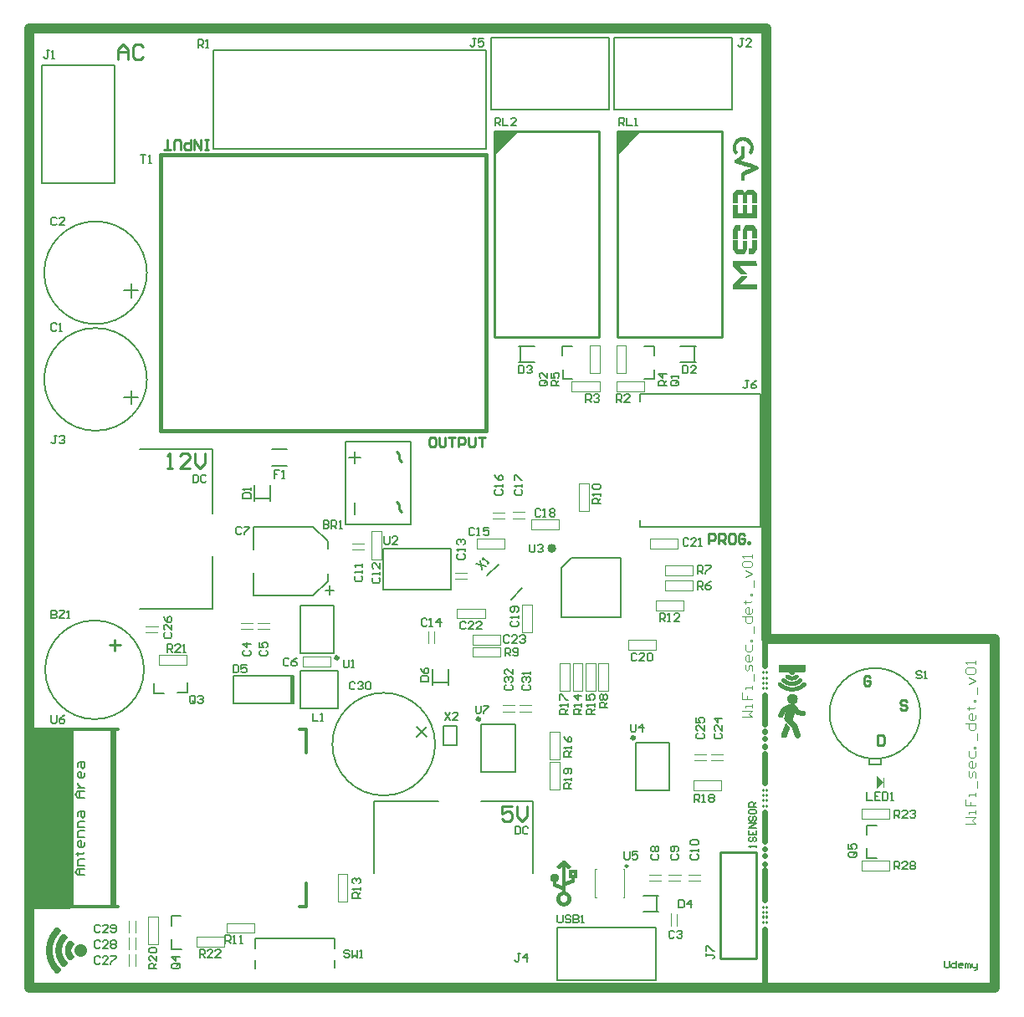
<source format=gto>
G04*
G04 #@! TF.GenerationSoftware,Altium Limited,Altium Designer,20.0.13 (296)*
G04*
G04 Layer_Color=65535*
%FSLAX25Y25*%
%MOIN*%
G70*
G01*
G75*
%ADD10C,0.00787*%
%ADD11C,0.01968*%
%ADD12C,0.01575*%
%ADD13C,0.00984*%
%ADD14C,0.00040*%
%ADD15C,0.00065*%
%ADD16C,0.00008*%
%ADD17C,0.00394*%
%ADD18C,0.01181*%
%ADD19C,0.00591*%
%ADD20C,0.01000*%
%ADD21C,0.00591*%
%ADD22C,0.03937*%
%ADD23C,0.02362*%
G36*
X283495Y337108D02*
X283810Y336982D01*
X284097Y336884D01*
X284419Y336747D01*
X284648Y336636D01*
X284950Y336432D01*
X285139Y336255D01*
X285560Y335885D01*
X285827Y335523D01*
X286004Y335189D01*
X286209Y334835D01*
X286378Y334469D01*
X286475Y334067D01*
X286564Y333503D01*
X286625Y333077D01*
X286664Y332565D01*
X286585Y332211D01*
X286507Y331896D01*
X286428Y331541D01*
X286310Y331345D01*
X286192Y331030D01*
X285955Y330557D01*
X285837Y330400D01*
X285719Y330242D01*
X285640Y330085D01*
X285522Y330006D01*
X285483Y329966D01*
X284532Y330918D01*
X284523Y331158D01*
X284650Y331374D01*
X284850Y331670D01*
X284997Y331898D01*
X285107Y332129D01*
X285243Y332625D01*
X285261Y333359D01*
X284828Y334332D01*
X284325Y334859D01*
X283817Y335278D01*
X283459Y335436D01*
X282991Y335538D01*
X282772Y335578D01*
X282543Y335597D01*
X282450Y335605D01*
X282357Y335597D01*
X282128Y335578D01*
X281909Y335538D01*
X281441Y335436D01*
X281083Y335278D01*
X280575Y334859D01*
X280072Y334332D01*
X279639Y333359D01*
X279658Y332625D01*
X279794Y332129D01*
X279904Y331898D01*
X280051Y331670D01*
X280250Y331374D01*
X280378Y331158D01*
X280368Y330918D01*
X279417Y329966D01*
X279378Y330006D01*
X279260Y330085D01*
X279181Y330242D01*
X279063Y330400D01*
X278945Y330557D01*
X278709Y331030D01*
X278590Y331345D01*
X278472Y331541D01*
X278394Y331896D01*
X278315Y332211D01*
X278236Y332565D01*
X278276Y333077D01*
X278336Y333503D01*
X278425Y334067D01*
X278522Y334469D01*
X278691Y334835D01*
X278896Y335189D01*
X279073Y335523D01*
X279340Y335885D01*
X279761Y336255D01*
X279950Y336432D01*
X280253Y336636D01*
X280481Y336747D01*
X280803Y336884D01*
X281090Y336982D01*
X281405Y337108D01*
X282454Y337165D01*
X283495Y337108D01*
D02*
G37*
G36*
X283060Y329704D02*
X281655D01*
X281617Y329703D01*
X281614Y333363D01*
X283062D01*
X283060Y329704D01*
D02*
G37*
G36*
X232637Y329581D02*
Y339283D01*
X241829D01*
X232637Y329581D01*
D02*
G37*
G36*
X183742D02*
Y339283D01*
X192935D01*
X183742Y329581D01*
D02*
G37*
G36*
X283068Y329028D02*
X282844Y328681D01*
X282471Y328476D01*
X282265Y328345D01*
X282034Y328196D01*
X281810Y328046D01*
X281537Y327927D01*
X281407Y327777D01*
X281631Y327688D01*
X282209Y327531D01*
X282545Y327408D01*
X282978Y327314D01*
X283314Y327221D01*
X283863Y326997D01*
X284610Y326803D01*
X285256Y326579D01*
X285853Y326392D01*
X286189Y326288D01*
X286794Y326093D01*
X287515Y325851D01*
X288157Y325645D01*
X288467Y325324D01*
X288590Y325082D01*
X288586Y324662D01*
X288369Y324325D01*
X288130Y324104D01*
X287817Y324003D01*
X287591Y323897D01*
X287387Y323786D01*
X286994Y323589D01*
X286763Y323483D01*
X286551Y323390D01*
X286245Y323279D01*
X286038Y323173D01*
X285821Y323093D01*
X285600Y322992D01*
X285362Y322880D01*
X284968Y322683D01*
X284693Y322565D01*
X284417Y322408D01*
X284063Y322250D01*
X283866Y322132D01*
X283630Y322014D01*
X283433Y321935D01*
X283236Y321817D01*
X283079Y321659D01*
Y319730D01*
X281604Y319730D01*
X281622Y322526D01*
X281730Y322729D01*
X281943Y322953D01*
X282055Y323056D01*
X282481Y323267D01*
X282682Y323370D01*
X283111Y323583D01*
X284670Y324310D01*
X284869Y324413D01*
X285603Y324727D01*
X284968Y324943D01*
X284360Y325167D01*
X283717Y325373D01*
X283120Y325567D01*
X282365Y325783D01*
X281757Y325989D01*
X281133Y326205D01*
X280685Y326306D01*
X280088Y326523D01*
X279752Y326624D01*
X279222Y326840D01*
X278912Y327139D01*
X278914Y327147D01*
X278909Y327146D01*
X278906Y327840D01*
X279063Y328077D01*
X279299Y328234D01*
X279614Y328431D01*
X279890Y328628D01*
X280244Y328864D01*
X280559Y329022D01*
X280835Y329219D01*
X281617Y329703D01*
X283060Y329704D01*
X283068Y329028D01*
D02*
G37*
G36*
X287858Y314413D02*
X287858Y314200D01*
X287859Y314012D01*
X287862D01*
Y310815D01*
X287864Y310785D01*
X285996Y310784D01*
X286002Y313978D01*
X284098Y313979D01*
Y310803D01*
X284100Y310773D01*
X282232Y310772D01*
X282239Y313980D01*
X280248Y313981D01*
Y310827D01*
X280250Y310797D01*
X278382Y310795D01*
X278388Y313982D01*
X278386D01*
X278388Y314409D01*
X279559Y316208D01*
X282488Y316207D01*
X283118Y314837D01*
X283874Y316218D01*
X286720D01*
X287858Y314413D01*
D02*
G37*
G36*
X280276Y306927D02*
Y306837D01*
X282232D01*
Y310045D01*
X284012D01*
X284016Y306821D01*
X285984D01*
Y310057D01*
X287866D01*
Y306596D01*
Y304754D01*
X278390D01*
X278382Y306596D01*
X278382Y310072D01*
X280277D01*
X280276Y306927D01*
D02*
G37*
G36*
X286799Y301927D02*
X287848Y300134D01*
X287853Y300134D01*
X287852Y300128D01*
X287854Y300124D01*
X287867Y296624D01*
X285962D01*
X285975Y299850D01*
X284111Y299861D01*
X284114Y296532D01*
X282238Y296532D01*
X282238Y299873D01*
X282232Y299873D01*
X282232Y300144D01*
X283303Y301931D01*
X286799Y301927D01*
D02*
G37*
G36*
X281421Y301928D02*
Y299856D01*
X280272D01*
Y296526D01*
X278362D01*
X278362Y300057D01*
X278398Y300144D01*
D01*
X279430Y301929D01*
X281420D01*
X281421Y301928D01*
D02*
G37*
G36*
X287872Y292675D02*
X287873Y292417D01*
X286693Y290486D01*
X284835D01*
X284835Y290487D01*
Y292678D01*
X284844Y292678D01*
X285984Y292677D01*
X285987Y295908D01*
X287872D01*
X287872Y292675D01*
D02*
G37*
G36*
X280264Y292565D02*
X282232D01*
Y295892D01*
X284122D01*
X284142Y292309D01*
X282961Y290498D01*
X279535D01*
X278394Y292309D01*
Y295911D01*
X280264D01*
Y292565D01*
D02*
G37*
G36*
X287862Y285596D02*
X281179Y285607D01*
X281268Y285518D01*
X284004Y282565D01*
X284004Y282368D01*
X281532D01*
X278378Y285808D01*
X278374Y287782D01*
X287842D01*
X287862Y285596D01*
D02*
G37*
G36*
X284007Y281469D02*
X281090Y278431D01*
X287862Y278411D01*
Y276305D01*
X278374D01*
X278354Y278254D01*
X281524Y281640D01*
X284007D01*
Y281469D01*
D02*
G37*
G36*
X103425Y122273D02*
Y111292D01*
X102448D01*
X102129Y111611D01*
Y122470D01*
X103425Y122273D01*
D02*
G37*
G36*
X338189Y79921D02*
X335827Y77559D01*
Y82284D01*
X338189Y79921D01*
D02*
G37*
D10*
X353080Y107405D02*
G03*
X353080Y107405I-18110J0D01*
G01*
X43701Y124803D02*
G03*
X43701Y124803I-19685J0D01*
G01*
X44882Y283062D02*
G03*
X44882Y283062I-20472J0D01*
G01*
Y240543D02*
G03*
X44882Y240543I-20472J0D01*
G01*
X159716Y95149D02*
G03*
X159716Y95149I-20472J0D01*
G01*
X179921Y332283D02*
Y371654D01*
X71260Y332283D02*
X179921D01*
X71260Y371654D02*
X179921D01*
X71260Y332283D02*
Y371654D01*
X42126Y149213D02*
X70866D01*
Y170079D01*
Y187008D02*
Y212598D01*
X42126D02*
X70866D01*
X332608Y86932D02*
X335364D01*
X332608D02*
Y89098D01*
X337332Y86932D02*
Y89098D01*
X335364Y86932D02*
X337332D01*
X331713Y59046D02*
Y62881D01*
X335650D01*
X331828Y49747D02*
Y53583D01*
Y49747D02*
X335765D01*
X242520Y28346D02*
X248819D01*
X242520Y34646D02*
X248819D01*
X248031Y28346D02*
Y34646D01*
X88071Y13721D02*
Y17783D01*
X119567D01*
Y13721D02*
Y17783D01*
X88071Y5847D02*
Y8996D01*
X119529Y5960D02*
Y9110D01*
X54547Y22835D02*
Y26670D01*
X58484D01*
X54663Y13536D02*
Y17371D01*
Y13536D02*
X58600D01*
X214079Y169283D02*
X233764D01*
X210142Y165346D02*
X214079Y169283D01*
X210142Y145661D02*
Y165346D01*
Y145661D02*
X233764D01*
Y169283D01*
X257480Y247479D02*
X263779D01*
X257480Y253778D02*
X263779D01*
X262992Y247479D02*
Y253778D01*
X247028Y240644D02*
Y244479D01*
X243091Y240644D02*
X247028D01*
X246912Y249943D02*
Y253778D01*
X242975D02*
X246912D01*
X241443Y181684D02*
X289370D01*
X241443D02*
Y184567D01*
Y231811D02*
Y234694D01*
X289370D01*
Y181684D02*
Y234694D01*
X210453Y249943D02*
Y253778D01*
X214390D01*
X210568Y240644D02*
Y244479D01*
Y240644D02*
X214506D01*
X192913Y253778D02*
X199213D01*
X192913Y247479D02*
X199213D01*
X193701D02*
Y253778D01*
X231016Y348023D02*
X277867D01*
X231016D02*
Y376763D01*
X277867D01*
Y348023D02*
Y376763D01*
X182122Y348023D02*
X228972D01*
X182122D02*
Y376763D01*
X228972D01*
Y348023D02*
Y376763D01*
X31890Y318898D02*
Y365748D01*
X3150Y318898D02*
X31890D01*
X3150D02*
Y365748D01*
X31890D01*
X35827Y275975D02*
X41339D01*
X38583Y273220D02*
Y278731D01*
X35827Y233456D02*
X41339D01*
X38583Y230700D02*
Y236212D01*
X208268Y22047D02*
X247638D01*
Y1181D02*
Y22047D01*
X208268Y1181D02*
X247638D01*
X208268D02*
Y22047D01*
X253091Y76810D02*
Y95708D01*
X239705Y76810D02*
X253091D01*
X239705D02*
Y95708D01*
X253091D01*
X105905Y131496D02*
X119291D01*
Y150394D01*
X105905D02*
X119291D01*
X105905Y131496D02*
Y150394D01*
X105905Y109440D02*
Y124401D01*
Y109440D02*
X120866D01*
Y124401D01*
X105905D02*
X120866D01*
X198819Y43594D02*
Y72334D01*
X177953D02*
X198819D01*
X135433D02*
X161024D01*
X135433Y43594D02*
Y72334D01*
X163124Y94836D02*
X168368D01*
Y102463D01*
X163124D02*
X168368D01*
X163124Y94836D02*
Y102463D01*
X178150Y103121D02*
X191535D01*
X178150Y84224D02*
Y103121D01*
Y84224D02*
X191535D01*
Y103121D01*
X152327Y98211D02*
X156225Y102108D01*
X152327D02*
X156225Y98211D01*
X47740Y115571D02*
X51575D01*
X47740D02*
Y119508D01*
X57039Y115687D02*
X60874D01*
Y119624D01*
X79364Y111292D02*
Y122273D01*
Y111292D02*
X103425D01*
Y122273D01*
X79364D02*
X103425D01*
X87402Y154724D02*
Y163386D01*
X116929Y160236D02*
Y162992D01*
X87402Y154331D02*
X109055D01*
X87402D02*
Y154724D01*
X117717Y154724D02*
Y158268D01*
X115945Y156496D02*
X119488D01*
X111024Y154331D02*
X116929Y160236D01*
X109055Y154331D02*
X111024D01*
X87402Y172835D02*
Y181496D01*
X116929Y173228D02*
Y175984D01*
X87402Y181890D02*
X109055D01*
X87402Y181496D02*
Y181890D01*
X111024D02*
X116929Y175984D01*
X109055Y181890D02*
X111024D01*
X94789Y212668D02*
X100694D01*
X94685Y206094D02*
X100591D01*
X87795Y192117D02*
Y198416D01*
X94095Y192117D02*
Y198416D01*
X87795Y192905D02*
X94095D01*
X158661Y118898D02*
Y125197D01*
X164961Y118898D02*
Y125197D01*
X158661Y119685D02*
X164961D01*
X138976Y173220D02*
X166142D01*
Y156684D02*
Y173220D01*
X138976Y156684D02*
X166142D01*
X138976D02*
Y173220D01*
X180442Y162348D02*
X184896Y166802D01*
X189907Y152883D02*
X194361Y157337D01*
X124016Y182668D02*
Y215739D01*
X150000D01*
Y182668D02*
Y215739D01*
X124016Y182668D02*
X150000D01*
X127559Y186605D02*
Y191330D01*
Y207078D02*
Y211802D01*
X125197Y209440D02*
X129921D01*
X20118Y42905D02*
X17494D01*
X16182Y44217D01*
X17494Y45529D01*
X20118D01*
X18150D01*
Y42905D01*
X20118Y46840D02*
X17494D01*
Y48808D01*
X18150Y49464D01*
X20118D01*
X16838Y51432D02*
X17494D01*
Y50776D01*
Y52088D01*
Y51432D01*
X19462D01*
X20118Y52088D01*
Y56024D02*
Y54712D01*
X19462Y54056D01*
X18150D01*
X17494Y54712D01*
Y56024D01*
X18150Y56680D01*
X18806D01*
Y54056D01*
X20118Y57992D02*
X17494D01*
Y59960D01*
X18150Y60615D01*
X20118D01*
Y61927D02*
X17494D01*
Y63895D01*
X18150Y64551D01*
X20118D01*
X17494Y66519D02*
Y67831D01*
X18150Y68487D01*
X20118D01*
Y66519D01*
X19462Y65863D01*
X18806Y66519D01*
Y68487D01*
X20118Y73735D02*
X17494D01*
X16182Y75046D01*
X17494Y76358D01*
X20118D01*
X18150D01*
Y73735D01*
X17494Y77670D02*
X20118D01*
X18806D01*
X18150Y78326D01*
X17494Y78982D01*
Y79638D01*
X20118Y83574D02*
Y82262D01*
X19462Y81606D01*
X18150D01*
X17494Y82262D01*
Y83574D01*
X18150Y84230D01*
X18806D01*
Y81606D01*
X17494Y86198D02*
Y87510D01*
X18150Y88166D01*
X20118D01*
Y86198D01*
X19462Y85542D01*
X18806Y86198D01*
Y88166D01*
D11*
X206992Y173220D02*
G03*
X206992Y173220I-787J0D01*
G01*
D12*
X238917Y97676D02*
G03*
X238917Y97676I-394J0D01*
G01*
X120866Y129528D02*
G03*
X120866Y129528I-394J0D01*
G01*
X177362Y105090D02*
G03*
X177362Y105090I-394J0D01*
G01*
X50394Y220079D02*
Y329921D01*
Y220079D02*
X179921D01*
Y329921D01*
X50787D02*
X179921D01*
D13*
X236419Y46639D02*
G03*
X236419Y46639I-394J0D01*
G01*
X29921Y134646D02*
X34252D01*
X32087Y132480D02*
Y136811D01*
X232312Y339322D02*
X273965D01*
Y257432D02*
Y339322D01*
X232312Y257432D02*
Y339322D01*
Y257432D02*
X273965D01*
X183417Y339322D02*
X225071D01*
Y257432D02*
Y339322D01*
X183417Y257432D02*
Y339322D01*
Y257432D02*
X225071D01*
X273228Y52065D02*
X287795D01*
X273228Y9700D02*
Y52065D01*
Y9700D02*
X287795D01*
Y52065D01*
X159251Y217518D02*
X157939D01*
X157283Y216862D01*
Y214239D01*
X157939Y213583D01*
X159251D01*
X159907Y214239D01*
Y216862D01*
X159251Y217518D01*
X161219D02*
Y214239D01*
X161875Y213583D01*
X163187D01*
X163843Y214239D01*
Y217518D01*
X165155D02*
X167779D01*
X166467D01*
Y213583D01*
X169091D02*
Y217518D01*
X171058D01*
X171714Y216862D01*
Y215550D01*
X171058Y214895D01*
X169091D01*
X173026Y217518D02*
Y214239D01*
X173682Y213583D01*
X174994D01*
X175650Y214239D01*
Y217518D01*
X176962D02*
X179586D01*
X178274D01*
Y213583D01*
X69488Y332088D02*
X68176D01*
X68832D01*
Y336024D01*
X69488D01*
X68176D01*
X66208D02*
Y332088D01*
X63585Y336024D01*
Y332088D01*
X62273Y336024D02*
Y332088D01*
X60305D01*
X59649Y332744D01*
Y334056D01*
X60305Y334712D01*
X62273D01*
X58337Y332088D02*
Y335368D01*
X57681Y336024D01*
X56369D01*
X55713Y335368D01*
Y332088D01*
X54401D02*
X51777D01*
X53089D01*
Y336024D01*
X290335Y123603D02*
Y123996D01*
Y121437D02*
Y121831D01*
Y119469D02*
Y119863D01*
Y117500D02*
Y117894D01*
Y117500D02*
Y117894D01*
Y119469D02*
Y119863D01*
Y121437D02*
Y121831D01*
Y123603D02*
Y123996D01*
X291713Y117500D02*
Y117894D01*
Y119469D02*
Y119863D01*
Y121437D02*
Y121831D01*
Y123603D02*
Y123996D01*
X290335Y70493D02*
Y70886D01*
Y72658D02*
Y73052D01*
Y74626D02*
Y75020D01*
Y76595D02*
Y76989D01*
X291713Y70493D02*
Y70886D01*
Y72658D02*
Y73052D01*
Y74626D02*
Y75020D01*
Y76595D02*
Y76989D01*
Y76595D02*
Y76989D01*
Y74626D02*
Y75020D01*
Y72658D02*
Y73052D01*
Y70493D02*
Y70886D01*
Y24036D02*
Y24430D01*
Y26201D02*
Y26595D01*
Y28170D02*
Y28563D01*
Y30138D02*
Y30532D01*
Y30138D02*
Y30532D01*
Y28170D02*
Y28563D01*
Y26201D02*
Y26595D01*
Y24036D02*
Y24430D01*
X290335Y30138D02*
Y30532D01*
Y28170D02*
Y28563D01*
Y26201D02*
Y26595D01*
Y24036D02*
Y24430D01*
D14*
X210587Y30853D02*
X211101D01*
X210310Y30892D02*
X211379D01*
X210151Y30932D02*
X211537D01*
X209993Y30972D02*
X211695D01*
X209874Y31011D02*
X211814D01*
X209795Y31051D02*
X211893D01*
X209676Y31090D02*
X212012D01*
X209597Y31130D02*
X212091D01*
X209518Y31169D02*
X212170D01*
X209478Y31209D02*
X212210D01*
X209399Y31249D02*
X212289D01*
X209320Y31288D02*
X212368D01*
X209281Y31328D02*
X212408D01*
X209201Y31367D02*
X212487D01*
X209162Y31407D02*
X212526D01*
X209122Y31446D02*
X212566D01*
X209043Y31486D02*
X212645D01*
X209003Y31526D02*
X212685D01*
X208964Y31565D02*
X212724D01*
X208924Y31605D02*
X212764D01*
X208885Y31644D02*
X212804D01*
X208845Y31684D02*
X212843D01*
X208806Y31724D02*
X212883D01*
X208766Y31763D02*
X212922D01*
X208726Y31803D02*
X212962D01*
X208687Y31842D02*
X213001D01*
X208687Y31882D02*
X213001D01*
X208647Y31921D02*
X213041D01*
X208608Y31961D02*
X213081D01*
X211062Y32001D02*
X213120D01*
X208568D02*
X210626D01*
X211260Y32040D02*
X213120D01*
X208568D02*
X210429D01*
X211418Y32080D02*
X213160D01*
X208528D02*
X210310D01*
X211497Y32119D02*
X213199D01*
X208489D02*
X210191D01*
X211576Y32159D02*
X213199D01*
X208489D02*
X210112D01*
X211656Y32199D02*
X213239D01*
X208449D02*
X210033D01*
X211735Y32238D02*
X213279D01*
X208410D02*
X209953D01*
X211774Y32278D02*
X213279D01*
X208410D02*
X209914D01*
X211854Y32317D02*
X213318D01*
X208370D02*
X209835D01*
X211893Y32357D02*
X213318D01*
X208370D02*
X209795D01*
X211933Y32397D02*
X213358D01*
X208331D02*
X209756D01*
X211972Y32436D02*
X213358D01*
X208331D02*
X209716D01*
X212012Y32476D02*
X213397D01*
X208291D02*
X209676D01*
X212051Y32515D02*
X213397D01*
X208291D02*
X209637D01*
X212091Y32555D02*
X213437D01*
X208251D02*
X209597D01*
X212131Y32594D02*
X213437D01*
X208251D02*
X209558D01*
X212170Y32634D02*
X213437D01*
X208251D02*
X209518D01*
X212210Y32674D02*
X213476D01*
X208212D02*
X209478D01*
X212210Y32713D02*
X213476D01*
X208212D02*
X209478D01*
X212249Y32753D02*
X213476D01*
X208212D02*
X209439D01*
X212289Y32792D02*
X213516D01*
X208172D02*
X209399D01*
X212289Y32832D02*
X213516D01*
X208172D02*
X209399D01*
X212329Y32871D02*
X213516D01*
X208172D02*
X209360D01*
X212329Y32911D02*
X213556D01*
X208133D02*
X209360D01*
X212368Y32951D02*
X213556D01*
X208133D02*
X209320D01*
X212368Y32990D02*
X213556D01*
X208133D02*
X209320D01*
X212408Y33030D02*
X213556D01*
X208133D02*
X209281D01*
X212408Y33069D02*
X213595D01*
X208093D02*
X209281D01*
X212408Y33109D02*
X213595D01*
X208093D02*
X209281D01*
X212447Y33149D02*
X213595D01*
X208093D02*
X209241D01*
X212447Y33188D02*
X213595D01*
X208093D02*
X209241D01*
X212447Y33228D02*
X213595D01*
X208093D02*
X209241D01*
X212487Y33267D02*
X213595D01*
X208093D02*
X209241D01*
X212487Y33307D02*
X213635D01*
X208053D02*
X209201D01*
X212487Y33347D02*
X213635D01*
X208053D02*
X209201D01*
X212487Y33386D02*
X213635D01*
X208053D02*
X209201D01*
X212487Y33426D02*
X213635D01*
X208053D02*
X209201D01*
X212487Y33465D02*
X213635D01*
X208053D02*
X209201D01*
X212487Y33505D02*
X213635D01*
X208053D02*
X209201D01*
X212526Y33544D02*
X213635D01*
X208053D02*
X209162D01*
X212526Y33584D02*
X213635D01*
X208053D02*
X209162D01*
X212526Y33624D02*
X213635D01*
X208053D02*
X209162D01*
X212526Y33663D02*
X213635D01*
X208053D02*
X209162D01*
X212526Y33703D02*
X213635D01*
X208053D02*
X209162D01*
X212526Y33742D02*
X213635D01*
X208053D02*
X209162D01*
X212526Y33782D02*
X213635D01*
X208053D02*
X209201D01*
X212487Y33821D02*
X213635D01*
X208053D02*
X209201D01*
X212487Y33861D02*
X213635D01*
X208053D02*
X209201D01*
X212487Y33901D02*
X213635D01*
X208053D02*
X209201D01*
X212487Y33940D02*
X213635D01*
X208053D02*
X209201D01*
X212487Y33980D02*
X213635D01*
X208053D02*
X209201D01*
X212487Y34019D02*
X213595D01*
X208093D02*
X209201D01*
X212447Y34059D02*
X213595D01*
X208093D02*
X209241D01*
X212447Y34099D02*
X213595D01*
X208093D02*
X209241D01*
X212447Y34138D02*
X213595D01*
X208093D02*
X209241D01*
X212447Y34178D02*
X213595D01*
X208093D02*
X209281D01*
X212408Y34217D02*
X213595D01*
X208133D02*
X209281D01*
X212408Y34257D02*
X213556D01*
X208133D02*
X209281D01*
X212368Y34297D02*
X213556D01*
X208133D02*
X209320D01*
X212368Y34336D02*
X213556D01*
X208133D02*
X209320D01*
X212368Y34376D02*
X213556D01*
X208133D02*
X209360D01*
X212329Y34415D02*
X213516D01*
X208172D02*
X209360D01*
X212289Y34455D02*
X213516D01*
X208172D02*
X209399D01*
X212289Y34494D02*
X213516D01*
X208172D02*
X209399D01*
X212249Y34534D02*
X213476D01*
X208212D02*
X209439D01*
X212249Y34574D02*
X213476D01*
X208212D02*
X209439D01*
X212210Y34613D02*
X213476D01*
X208212D02*
X209478D01*
X212170Y34653D02*
X213437D01*
X208251D02*
X209518D01*
X212131Y34692D02*
X213437D01*
X208251D02*
X209558D01*
X212131Y34732D02*
X213397D01*
X208291D02*
X209558D01*
X212091Y34771D02*
X213397D01*
X208291D02*
X209597D01*
X212051Y34811D02*
X213397D01*
X208331D02*
X209637D01*
X212012Y34851D02*
X213358D01*
X208331D02*
X209676D01*
X211972Y34890D02*
X213358D01*
X208331D02*
X209716D01*
X211933Y34930D02*
X213318D01*
X208370D02*
X209756D01*
X211854Y34969D02*
X213318D01*
X208410D02*
X209835D01*
X211814Y35009D02*
X213279D01*
X208410D02*
X209874D01*
X211774Y35049D02*
X213239D01*
X208449D02*
X209914D01*
X211695Y35088D02*
X213239D01*
X208449D02*
X209993D01*
X211616Y35128D02*
X213199D01*
X208489D02*
X210072D01*
X211537Y35167D02*
X213199D01*
X208528D02*
X210151D01*
X211458Y35207D02*
X213160D01*
X208528D02*
X210231D01*
X211339Y35247D02*
X213120D01*
X208568D02*
X210349D01*
X211181Y35286D02*
X213081D01*
X208608D02*
X210508D01*
X208608Y35326D02*
X213081D01*
X208647Y35365D02*
X213041D01*
X208687Y35405D02*
X213001D01*
X208726Y35444D02*
X212962D01*
X208766Y35484D02*
X212922D01*
X208806Y35524D02*
X212922D01*
X208806Y35563D02*
X212883D01*
X208845Y35603D02*
X212843D01*
X208885Y35642D02*
X212804D01*
X208924Y35682D02*
X212764D01*
X209003Y35721D02*
X212685D01*
X209043Y35761D02*
X212645D01*
X209083Y35801D02*
X212606D01*
X209122Y35840D02*
X212566D01*
X209201Y35880D02*
X212526D01*
X209241Y35919D02*
X212447D01*
X209281Y35959D02*
X212408D01*
X209360Y35999D02*
X212329D01*
X209439Y36038D02*
X212289D01*
X209478Y36078D02*
X212210D01*
X209558Y36117D02*
X212131D01*
X209637Y36157D02*
X212051D01*
X209716Y36197D02*
X211972D01*
X209835Y36236D02*
X211854D01*
X209914Y36276D02*
X211774D01*
X210072Y36315D02*
X211616D01*
X210191Y36355D02*
X211497D01*
X210270Y36394D02*
X211418D01*
X210270Y36434D02*
X211418D01*
X210270Y36474D02*
X211418D01*
X210270Y36513D02*
X211418D01*
X210270Y36553D02*
X211418D01*
X210270Y36592D02*
X211418D01*
X210270Y36632D02*
X211418D01*
X210270Y36672D02*
X211418D01*
X210270Y36711D02*
X211418D01*
X210270Y36751D02*
X211418D01*
X210270Y36790D02*
X211418D01*
X210270Y36830D02*
X211418D01*
X210270Y36869D02*
X211418D01*
X210270Y36909D02*
X211418D01*
X210270Y36949D02*
X211418D01*
X210270Y36988D02*
X211418D01*
X210270Y37028D02*
X211418D01*
X210270Y37067D02*
X211418D01*
X210270Y37107D02*
X211418D01*
X210270Y37146D02*
X211418D01*
X210270Y37186D02*
X211418D01*
X210270Y37226D02*
X211418D01*
X210270Y37265D02*
X211418D01*
X210270Y37305D02*
X211418D01*
X210270Y37344D02*
X211418D01*
X210191Y37384D02*
X211418D01*
X210072Y37424D02*
X211418D01*
X209993Y37463D02*
X211418D01*
X209874Y37503D02*
X211418D01*
X209795Y37542D02*
X211418D01*
X209676Y37582D02*
X211418D01*
X209597Y37622D02*
X211418D01*
X209478Y37661D02*
X211418D01*
X209399Y37701D02*
X211418D01*
X209281Y37740D02*
X211418D01*
X209162Y37780D02*
X211418D01*
X209083Y37819D02*
X211418D01*
X208964Y37859D02*
X211418D01*
X208885Y37899D02*
X211418D01*
X208766Y37938D02*
X211418D01*
X208687Y37978D02*
X211418D01*
X208568Y38017D02*
X211418D01*
X208489Y38057D02*
X211418D01*
X208370Y38096D02*
X211418D01*
X208251Y38136D02*
X211418D01*
X208172Y38176D02*
X211418D01*
X208053Y38215D02*
X211418D01*
X207974Y38255D02*
X211418D01*
X207856Y38294D02*
X211418D01*
X207776Y38334D02*
X211418D01*
X207658Y38374D02*
X211418D01*
X207578Y38413D02*
X211418D01*
X207460Y38453D02*
X211418D01*
X207341Y38492D02*
X211418D01*
X207262Y38532D02*
X211418D01*
X207143Y38572D02*
X211418D01*
X210270Y38611D02*
X211418D01*
X207064D02*
X210151D01*
X210270Y38651D02*
X211418D01*
X206945D02*
X210072D01*
X210270Y38690D02*
X211418D01*
X206866D02*
X209953D01*
X210270Y38730D02*
X211418D01*
X206747D02*
X209874D01*
X210270Y38769D02*
X211418D01*
X206668D02*
X209756D01*
X210270Y38809D02*
X211418D01*
X206628D02*
X209676D01*
X210270Y38849D02*
X211418D01*
X206628D02*
X209558D01*
X210270Y38888D02*
X211418D01*
X206628D02*
X209439D01*
X210270Y38928D02*
X211418D01*
X206628D02*
X209360D01*
X210270Y38967D02*
X211418D01*
X206628D02*
X209241D01*
X210270Y39007D02*
X211537D01*
X206628D02*
X209162D01*
X210270Y39046D02*
X211656D01*
X206628D02*
X209043D01*
X210270Y39086D02*
X211735D01*
X206628D02*
X208924D01*
X210270Y39126D02*
X211854D01*
X206628D02*
X208845D01*
X210270Y39165D02*
X211933D01*
X206628D02*
X208726D01*
X210270Y39205D02*
X212051D01*
X206628D02*
X208647D01*
X210270Y39244D02*
X212131D01*
X206628D02*
X208528D01*
X210270Y39284D02*
X212249D01*
X206628D02*
X208449D01*
X210270Y39324D02*
X212368D01*
X206628D02*
X208331D01*
X210270Y39363D02*
X212447D01*
X206628D02*
X208212D01*
X210270Y39403D02*
X212566D01*
X206628D02*
X208133D01*
X210270Y39442D02*
X212645D01*
X206628D02*
X208014D01*
X210270Y39482D02*
X212764D01*
X206628D02*
X207935D01*
X210270Y39522D02*
X212843D01*
X206628D02*
X207816D01*
X210270Y39561D02*
X212962D01*
X206628D02*
X207776D01*
X210270Y39601D02*
X213081D01*
X206628D02*
X207776D01*
X210270Y39640D02*
X213160D01*
X206628D02*
X207776D01*
X210270Y39680D02*
X213279D01*
X206628D02*
X207776D01*
X210270Y39719D02*
X213358D01*
X206628D02*
X207776D01*
X210270Y39759D02*
X213476D01*
X206628D02*
X207776D01*
X210270Y39799D02*
X213595D01*
X206628D02*
X207776D01*
X210270Y39838D02*
X213674D01*
X206628D02*
X207776D01*
X210270Y39878D02*
X213793D01*
X206628D02*
X207776D01*
X210270Y39917D02*
X213872D01*
X206628D02*
X207776D01*
X210270Y39957D02*
X213991D01*
X206628D02*
X207776D01*
X210270Y39996D02*
X214070D01*
X206628D02*
X207776D01*
X210270Y40036D02*
X214189D01*
X206628D02*
X207776D01*
X210270Y40076D02*
X214308D01*
X206628D02*
X207776D01*
X210270Y40115D02*
X214387D01*
X206628D02*
X207776D01*
X210270Y40155D02*
X214506D01*
X206628D02*
X207776D01*
X211497Y40194D02*
X214585D01*
X210270D02*
X211418D01*
X206628D02*
X207776D01*
X211616Y40234D02*
X214703D01*
X210270D02*
X211418D01*
X206628D02*
X207776D01*
X211695Y40274D02*
X214822D01*
X210270D02*
X211418D01*
X206628D02*
X207776D01*
X211814Y40313D02*
X214901D01*
X210270D02*
X211418D01*
X206628D02*
X207776D01*
X211893Y40353D02*
X215020D01*
X210270D02*
X211418D01*
X206628D02*
X207776D01*
X212012Y40392D02*
X215060D01*
X210270D02*
X211418D01*
X206628D02*
X207776D01*
X212091Y40432D02*
X215099D01*
X210270D02*
X211418D01*
X206628D02*
X207776D01*
X212210Y40472D02*
X215099D01*
X210270D02*
X211418D01*
X206628D02*
X207776D01*
X212289Y40511D02*
X215099D01*
X210270D02*
X211418D01*
X206628D02*
X207776D01*
X212408Y40551D02*
X215099D01*
X210270D02*
X211418D01*
X206589D02*
X207776D01*
X212487Y40590D02*
X215099D01*
X210270D02*
X211418D01*
X206510D02*
X207816D01*
X212606Y40630D02*
X215099D01*
X210270D02*
X211418D01*
X206431D02*
X207895D01*
X212685Y40669D02*
X215099D01*
X210270D02*
X211418D01*
X206351D02*
X207974D01*
X212804Y40709D02*
X215099D01*
X210270D02*
X211418D01*
X206312D02*
X208014D01*
X212883Y40749D02*
X215099D01*
X210270D02*
X211418D01*
X206272D02*
X208093D01*
X213001Y40788D02*
X215099D01*
X210270D02*
X211418D01*
X206193D02*
X208133D01*
X213081Y40828D02*
X215099D01*
X210270D02*
X211418D01*
X206153D02*
X208172D01*
X213199Y40867D02*
X215099D01*
X210270D02*
X211418D01*
X206114D02*
X208212D01*
X213279Y40907D02*
X215099D01*
X210270D02*
X211418D01*
X206074D02*
X208251D01*
X213397Y40946D02*
X215099D01*
X210270D02*
X211418D01*
X206035D02*
X208291D01*
X213476Y40986D02*
X215099D01*
X210270D02*
X211418D01*
X205995D02*
X208331D01*
X213595Y41026D02*
X215099D01*
X210270D02*
X211418D01*
X205956D02*
X208370D01*
X213674Y41065D02*
X215099D01*
X210270D02*
X211418D01*
X205956D02*
X208370D01*
X213793Y41105D02*
X215099D01*
X210270D02*
X211418D01*
X205916D02*
X208410D01*
X213912Y41144D02*
X215099D01*
X210270D02*
X211418D01*
X205876D02*
X208449D01*
X213951Y41184D02*
X215099D01*
X210270D02*
X211418D01*
X205876D02*
X208449D01*
X213951Y41224D02*
X215099D01*
X210270D02*
X211418D01*
X205837D02*
X208489D01*
X213951Y41263D02*
X215099D01*
X210270D02*
X211418D01*
X205837D02*
X208528D01*
X213951Y41303D02*
X215099D01*
X210270D02*
X211418D01*
X205797D02*
X208528D01*
X213951Y41342D02*
X215099D01*
X210270D02*
X211418D01*
X205797D02*
X208568D01*
X213951Y41382D02*
X215099D01*
X210270D02*
X211418D01*
X205758D02*
X208568D01*
X213951Y41421D02*
X215099D01*
X210270D02*
X211418D01*
X205758D02*
X208568D01*
X213951Y41461D02*
X215099D01*
X210270D02*
X211418D01*
X205718D02*
X208608D01*
X213951Y41501D02*
X215099D01*
X210270D02*
X211418D01*
X205718D02*
X208608D01*
X213951Y41540D02*
X215099D01*
X210270D02*
X211418D01*
X205718D02*
X208608D01*
X213951Y41580D02*
X215099D01*
X210270D02*
X211418D01*
X205718D02*
X208647D01*
X213951Y41619D02*
X215099D01*
X210270D02*
X211418D01*
X207341D02*
X208647D01*
X205679D02*
X207024D01*
X213951Y41659D02*
X215099D01*
X210270D02*
X211418D01*
X207420D02*
X208647D01*
X205679D02*
X206945D01*
X213951Y41699D02*
X215099D01*
X210270D02*
X211418D01*
X207460D02*
X208647D01*
X205679D02*
X206906D01*
X213951Y41738D02*
X215099D01*
X210270D02*
X211418D01*
X207499D02*
X208687D01*
X205679D02*
X206866D01*
X213951Y41778D02*
X215099D01*
X210270D02*
X211418D01*
X207499D02*
X208687D01*
X205679D02*
X206826D01*
X213951Y41817D02*
X215099D01*
X210270D02*
X211418D01*
X207539D02*
X208687D01*
X205679D02*
X206826D01*
X213951Y41857D02*
X215099D01*
X210270D02*
X211418D01*
X207539D02*
X208687D01*
X205639D02*
X206787D01*
X213951Y41897D02*
X215099D01*
X210270D02*
X211418D01*
X207539D02*
X208687D01*
X205639D02*
X206787D01*
X213951Y41936D02*
X215099D01*
X210270D02*
X211418D01*
X207578D02*
X208687D01*
X205639D02*
X206787D01*
X213951Y41976D02*
X215099D01*
X210270D02*
X211418D01*
X207578D02*
X208687D01*
X205639D02*
X206787D01*
X213951Y42015D02*
X215099D01*
X210270D02*
X211418D01*
X207578D02*
X208687D01*
X205639D02*
X206787D01*
X213951Y42055D02*
X215099D01*
X210270D02*
X211418D01*
X207539D02*
X208687D01*
X205639D02*
X206787D01*
X213041Y42094D02*
X216089D01*
X210270D02*
X211418D01*
X207539D02*
X208687D01*
X205639D02*
X206787D01*
X213041Y42134D02*
X216089D01*
X210270D02*
X211418D01*
X207539D02*
X208687D01*
X205679D02*
X206826D01*
X213041Y42174D02*
X216089D01*
X210270D02*
X211418D01*
X207499D02*
X208687D01*
X205679D02*
X206826D01*
X213041Y42213D02*
X216089D01*
X210270D02*
X211418D01*
X207499D02*
X208687D01*
X205679D02*
X206866D01*
X213041Y42253D02*
X216089D01*
X210270D02*
X211418D01*
X207460D02*
X208647D01*
X205679D02*
X206906D01*
X213041Y42292D02*
X216089D01*
X210270D02*
X211418D01*
X207420D02*
X208647D01*
X205679D02*
X206945D01*
X213041Y42332D02*
X216089D01*
X210270D02*
X211418D01*
X207341D02*
X208647D01*
X205718D02*
X206985D01*
X213041Y42371D02*
X216089D01*
X210270D02*
X211418D01*
X205718D02*
X208647D01*
X213041Y42411D02*
X216089D01*
X210270D02*
X211418D01*
X205718D02*
X208608D01*
X213041Y42451D02*
X216089D01*
X210270D02*
X211418D01*
X205718D02*
X208608D01*
X213041Y42490D02*
X216089D01*
X210270D02*
X211418D01*
X205758D02*
X208608D01*
X213041Y42530D02*
X216089D01*
X210270D02*
X211418D01*
X205758D02*
X208568D01*
X213041Y42569D02*
X216089D01*
X210270D02*
X211418D01*
X205797D02*
X208568D01*
X213041Y42609D02*
X216089D01*
X210270D02*
X211418D01*
X205797D02*
X208528D01*
X213041Y42649D02*
X216089D01*
X210270D02*
X211418D01*
X205837D02*
X208528D01*
X213041Y42688D02*
X216089D01*
X210270D02*
X211418D01*
X205837D02*
X208489D01*
X213041Y42728D02*
X216089D01*
X210270D02*
X211418D01*
X205876D02*
X208489D01*
X213041Y42767D02*
X216089D01*
X210270D02*
X211418D01*
X205876D02*
X208449D01*
X213041Y42807D02*
X216089D01*
X210270D02*
X211418D01*
X205916D02*
X208449D01*
X213041Y42847D02*
X216089D01*
X210270D02*
X211418D01*
X205956D02*
X208410D01*
X213041Y42886D02*
X216089D01*
X210270D02*
X211418D01*
X205956D02*
X208370D01*
X213041Y42926D02*
X216089D01*
X210270D02*
X211418D01*
X205995D02*
X208331D01*
X213041Y42965D02*
X216089D01*
X210270D02*
X211418D01*
X206035D02*
X208291D01*
X213041Y43005D02*
X216089D01*
X210270D02*
X211418D01*
X206074D02*
X208251D01*
X213041Y43044D02*
X216089D01*
X210270D02*
X211418D01*
X206114D02*
X208212D01*
X213041Y43084D02*
X216089D01*
X210270D02*
X211418D01*
X206153D02*
X208172D01*
X213041Y43124D02*
X216089D01*
X210270D02*
X211418D01*
X206193D02*
X208133D01*
X213041Y43163D02*
X216089D01*
X210270D02*
X211418D01*
X206233D02*
X208093D01*
X214981Y43203D02*
X216089D01*
X213041D02*
X214149D01*
X210270D02*
X211418D01*
X206312D02*
X208053D01*
X214981Y43242D02*
X216089D01*
X213041D02*
X214149D01*
X210270D02*
X211418D01*
X206351D02*
X207974D01*
X214981Y43282D02*
X216089D01*
X213041D02*
X214149D01*
X210270D02*
X211418D01*
X206431D02*
X207895D01*
X214981Y43321D02*
X216089D01*
X213041D02*
X214149D01*
X210270D02*
X211418D01*
X206510D02*
X207856D01*
X214981Y43361D02*
X216089D01*
X213041D02*
X214149D01*
X210270D02*
X211418D01*
X206589D02*
X207737D01*
X214981Y43401D02*
X216089D01*
X213041D02*
X214149D01*
X210270D02*
X211418D01*
X206708D02*
X207658D01*
X214981Y43440D02*
X216089D01*
X213041D02*
X214149D01*
X210270D02*
X211418D01*
X206826D02*
X207499D01*
X214981Y43480D02*
X216089D01*
X213041D02*
X214149D01*
X210270D02*
X211418D01*
X214981Y43519D02*
X216089D01*
X213041D02*
X214149D01*
X210270D02*
X211418D01*
X214981Y43559D02*
X216089D01*
X213041D02*
X214149D01*
X210270D02*
X211418D01*
X214981Y43599D02*
X216089D01*
X213041D02*
X214149D01*
X210270D02*
X211418D01*
X214981Y43638D02*
X216089D01*
X213041D02*
X214149D01*
X210270D02*
X211418D01*
X214981Y43678D02*
X216089D01*
X213041D02*
X214149D01*
X210270D02*
X211418D01*
X214981Y43717D02*
X216089D01*
X213041D02*
X214149D01*
X210270D02*
X211418D01*
X214981Y43757D02*
X216089D01*
X213041D02*
X214149D01*
X210270D02*
X211418D01*
X214981Y43797D02*
X216089D01*
X213041D02*
X214149D01*
X210270D02*
X211418D01*
X214981Y43836D02*
X216089D01*
X213041D02*
X214149D01*
X210270D02*
X211418D01*
X214981Y43876D02*
X216089D01*
X213041D02*
X214149D01*
X210270D02*
X211418D01*
X214981Y43915D02*
X216089D01*
X213041D02*
X214149D01*
X210270D02*
X211418D01*
X214981Y43955D02*
X216089D01*
X213041D02*
X214149D01*
X210270D02*
X211418D01*
X213041Y43994D02*
X216089D01*
X210270D02*
X211418D01*
X213041Y44034D02*
X216089D01*
X210270D02*
X211418D01*
X213041Y44074D02*
X216089D01*
X210270D02*
X211418D01*
X213041Y44113D02*
X216089D01*
X210270D02*
X211418D01*
X213041Y44153D02*
X216089D01*
X210270D02*
X211418D01*
X213041Y44192D02*
X216089D01*
X210270D02*
X211418D01*
X213041Y44232D02*
X216089D01*
X210270D02*
X211418D01*
X213041Y44271D02*
X216089D01*
X210270D02*
X211418D01*
X213041Y44311D02*
X216089D01*
X210270D02*
X211418D01*
X213041Y44351D02*
X216089D01*
X210270D02*
X211418D01*
X213041Y44390D02*
X216089D01*
X210270D02*
X211418D01*
X213041Y44430D02*
X216089D01*
X210270D02*
X211418D01*
X213041Y44469D02*
X216089D01*
X210270D02*
X211418D01*
X213041Y44509D02*
X216089D01*
X210270D02*
X211418D01*
X213041Y44549D02*
X216089D01*
X210270D02*
X211418D01*
X213041Y44588D02*
X216089D01*
X210270D02*
X211418D01*
X213041Y44628D02*
X216089D01*
X210270D02*
X211418D01*
X213041Y44667D02*
X216089D01*
X210270D02*
X211418D01*
X213041Y44707D02*
X216089D01*
X210270D02*
X211418D01*
X213041Y44747D02*
X216089D01*
X210270D02*
X211418D01*
X213041Y44786D02*
X216089D01*
X210270D02*
X211418D01*
X213041Y44826D02*
X216089D01*
X210270D02*
X211418D01*
X213041Y44865D02*
X216089D01*
X210270D02*
X211418D01*
X213041Y44905D02*
X216089D01*
X210270D02*
X211418D01*
X213041Y44944D02*
X216089D01*
X210270D02*
X211418D01*
X213041Y44984D02*
X216089D01*
X210270D02*
X211418D01*
X213041Y45024D02*
X216089D01*
X210270D02*
X211418D01*
X213041Y45063D02*
X216089D01*
X210270D02*
X211418D01*
X213041Y45103D02*
X216089D01*
X210270D02*
X211418D01*
X210270Y45142D02*
X211418D01*
X210270Y45182D02*
X211418D01*
X210270Y45221D02*
X211418D01*
X210270Y45261D02*
X211418D01*
X210270Y45301D02*
X211418D01*
X210270Y45340D02*
X211418D01*
X210270Y45380D02*
X211418D01*
X210270Y45419D02*
X211418D01*
X210270Y45459D02*
X211418D01*
X210270Y45499D02*
X211418D01*
X210270Y45538D02*
X211418D01*
X210270Y45578D02*
X211418D01*
X210270Y45617D02*
X211418D01*
X212764Y45657D02*
X212804D01*
X210270D02*
X211418D01*
X208885D02*
X208964D01*
X212685Y45696D02*
X212843D01*
X210270D02*
X211418D01*
X208845D02*
X209003D01*
X212645Y45736D02*
X212883D01*
X210270D02*
X211418D01*
X208806D02*
X209043D01*
X212606Y45776D02*
X212922D01*
X210270D02*
X211418D01*
X208766D02*
X209083D01*
X212566Y45815D02*
X212922D01*
X210270D02*
X211418D01*
X208726D02*
X209162D01*
X212526Y45855D02*
X212962D01*
X210270D02*
X211418D01*
X208687D02*
X209201D01*
X212487Y45894D02*
X213001D01*
X210270D02*
X211418D01*
X208647D02*
X209241D01*
X212447Y45934D02*
X213041D01*
X210270D02*
X211418D01*
X208647D02*
X209281D01*
X212408Y45974D02*
X213081D01*
X210270D02*
X211418D01*
X208608D02*
X209320D01*
X212329Y46013D02*
X213120D01*
X210270D02*
X211418D01*
X208568D02*
X209360D01*
X212289Y46053D02*
X213160D01*
X210270D02*
X211418D01*
X208528D02*
X209399D01*
X212249Y46092D02*
X213199D01*
X210270D02*
X211418D01*
X208489D02*
X209439D01*
X212210Y46132D02*
X213239D01*
X210270D02*
X211418D01*
X208449D02*
X209518D01*
X212170Y46172D02*
X213239D01*
X210270D02*
X211418D01*
X208410D02*
X209558D01*
X212131Y46211D02*
X213279D01*
X210270D02*
X211418D01*
X208370D02*
X209597D01*
X212091Y46251D02*
X213318D01*
X210270D02*
X211418D01*
X208331D02*
X209637D01*
X212051Y46290D02*
X213358D01*
X210270D02*
X211418D01*
X208331D02*
X209676D01*
X212012Y46330D02*
X213397D01*
X210270D02*
X211418D01*
X208291D02*
X209716D01*
X211933Y46369D02*
X213437D01*
X210270D02*
X211418D01*
X208251D02*
X209756D01*
X211893Y46409D02*
X213476D01*
X210270D02*
X211418D01*
X208212D02*
X209795D01*
X211854Y46449D02*
X213516D01*
X210270D02*
X211418D01*
X208172D02*
X209835D01*
X211814Y46488D02*
X213516D01*
X210270D02*
X211418D01*
X208212D02*
X209914D01*
X211774Y46528D02*
X213476D01*
X210270D02*
X211418D01*
X208251D02*
X209953D01*
X211735Y46567D02*
X213437D01*
X210270D02*
X211418D01*
X208291D02*
X209993D01*
X211695Y46607D02*
X213397D01*
X210270D02*
X211418D01*
X208331D02*
X210033D01*
X211656Y46646D02*
X213318D01*
X210270D02*
X211418D01*
X208370D02*
X210072D01*
X211576Y46686D02*
X213279D01*
X210270D02*
X211418D01*
X208410D02*
X210112D01*
X211537Y46726D02*
X213239D01*
X210270D02*
X211418D01*
X208449D02*
X210151D01*
X211497Y46765D02*
X213199D01*
X210270D02*
X211418D01*
X208489D02*
X210231D01*
X211458Y46805D02*
X213160D01*
X208568D02*
X211418D01*
X208608Y46844D02*
X213120D01*
X208647Y46884D02*
X213081D01*
X208687Y46924D02*
X213041D01*
X208726Y46963D02*
X213001D01*
X208766Y47003D02*
X212922D01*
X208806Y47042D02*
X212883D01*
X208845Y47082D02*
X212843D01*
X208885Y47122D02*
X212804D01*
X208964Y47161D02*
X212764D01*
X209003Y47201D02*
X212724D01*
X209043Y47240D02*
X212685D01*
X209083Y47280D02*
X212645D01*
X209122Y47319D02*
X212566D01*
X209162Y47359D02*
X212526D01*
X209201Y47399D02*
X212487D01*
X209241Y47438D02*
X212447D01*
X209281Y47478D02*
X212408D01*
X209360Y47517D02*
X212368D01*
X209399Y47557D02*
X212329D01*
X209439Y47596D02*
X212289D01*
X209478Y47636D02*
X212249D01*
X209518Y47676D02*
X212170D01*
X209558Y47715D02*
X212131D01*
X209597Y47755D02*
X212091D01*
X209637Y47794D02*
X212051D01*
X209676Y47834D02*
X212012D01*
X209756Y47874D02*
X211972D01*
X209795Y47913D02*
X211933D01*
X209835Y47953D02*
X211893D01*
X209874Y47992D02*
X211814D01*
X209914Y48032D02*
X211774D01*
X209953Y48072D02*
X211735D01*
X209993Y48111D02*
X211695D01*
X210033Y48151D02*
X211656D01*
X210072Y48190D02*
X211616D01*
X210112Y48230D02*
X211576D01*
X210191Y48269D02*
X211537D01*
X210231Y48309D02*
X211497D01*
X210270Y48349D02*
X211418D01*
X210310Y48388D02*
X211379D01*
X210349Y48428D02*
X211339D01*
X210389Y48467D02*
X211299D01*
X210429Y48507D02*
X211260D01*
X210468Y48546D02*
X211220D01*
X210508Y48586D02*
X211181D01*
X210587Y48626D02*
X211141D01*
X210626Y48665D02*
X211101D01*
X210666Y48705D02*
X211022D01*
X210706Y48744D02*
X210983D01*
X210745Y48784D02*
X210943D01*
X210785Y48824D02*
X210904D01*
X210824Y48863D02*
X210864D01*
D15*
X296877Y126886D02*
X306686D01*
X296748Y126821D02*
X306815D01*
X296683Y126757D02*
X306879D01*
X296619Y126692D02*
X306944D01*
X296619Y126628D02*
X306944D01*
X296554Y126563D02*
X307009D01*
X296554Y126499D02*
X307009D01*
X296554Y126434D02*
X307009D01*
X296554Y126370D02*
X307009D01*
X296554Y126305D02*
X307009D01*
X296554Y126241D02*
X307009D01*
X296554Y126176D02*
X307009D01*
X296554Y126112D02*
X307009D01*
X296554Y126047D02*
X307009D01*
X296554Y125982D02*
X307009D01*
X296554Y125918D02*
X307009D01*
X296554Y125853D02*
X307009D01*
X296554Y125789D02*
X307009D01*
X296554Y125724D02*
X307009D01*
X296554Y125660D02*
X307009D01*
X296554Y125595D02*
X307009D01*
X296554Y125531D02*
X307009D01*
X296554Y125466D02*
X307009D01*
X296554Y125402D02*
X307009D01*
X296554Y125337D02*
X307009D01*
X296554Y125273D02*
X307009D01*
X296554Y125208D02*
X307009D01*
X296554Y125144D02*
X307009D01*
X296554Y125079D02*
X307009D01*
X296554Y125014D02*
X307009D01*
X296554Y124950D02*
X307009D01*
X296554Y124885D02*
X307009D01*
X296554Y124821D02*
X307009D01*
X296554Y124756D02*
X307009D01*
X296554Y124692D02*
X307009D01*
X296554Y124627D02*
X307009D01*
X296554Y124563D02*
X307009D01*
X296554Y124498D02*
X307009D01*
X296554Y124434D02*
X307009D01*
X296619Y124369D02*
X306944D01*
X296683Y124305D02*
X306879D01*
X296683Y124240D02*
X306815D01*
X296812Y124176D02*
X306750D01*
X296941Y124111D02*
X306621D01*
X300813Y124047D02*
X302749D01*
X300813Y123982D02*
X302749D01*
X300813Y123917D02*
X302749D01*
X300813Y123853D02*
X302749D01*
X300813Y123788D02*
X302749D01*
X300813Y123724D02*
X302749D01*
X300878Y123659D02*
X302685D01*
X300878Y123595D02*
X302685D01*
X300942Y123530D02*
X302620D01*
X300942Y123466D02*
X302620D01*
X301007Y123401D02*
X302556D01*
X301072Y123337D02*
X302491D01*
X301136Y123272D02*
X302427D01*
X301201Y123208D02*
X302362D01*
X301330Y123143D02*
X302233D01*
X301459Y123079D02*
X302104D01*
X299781Y122885D02*
X300168D01*
X303395D02*
X303782D01*
X299652Y122820D02*
X300362D01*
X303201D02*
X303911D01*
X299523Y122756D02*
X300426D01*
X303136D02*
X304040D01*
X299458Y122691D02*
X300491D01*
X303072D02*
X304104D01*
X299458Y122627D02*
X300555D01*
X303008D02*
X304104D01*
X299394Y122562D02*
X300684D01*
X302878D02*
X304169D01*
X299394Y122498D02*
X300749D01*
X302814D02*
X304169D01*
X299329Y122433D02*
X300878D01*
X302685D02*
X304234D01*
X299329Y122369D02*
X301007D01*
X302556D02*
X304234D01*
X299329Y122304D02*
X301136D01*
X302427D02*
X304234D01*
X299329Y122240D02*
X301330D01*
X302233D02*
X304234D01*
X299329Y122175D02*
X304234D01*
X299329Y122110D02*
X304234D01*
X299394Y122046D02*
X304169D01*
X299394Y121981D02*
X304169D01*
X299394Y121917D02*
X304169D01*
X299458Y121852D02*
X304104D01*
X299523Y121788D02*
X304040D01*
X299587Y121723D02*
X303976D01*
X299652Y121659D02*
X303911D01*
X299716Y121594D02*
X303846D01*
X299781Y121530D02*
X303717D01*
X299910Y121465D02*
X303653D01*
X299974Y121401D02*
X303588D01*
X298232Y121336D02*
X298684D01*
X300103D02*
X303459D01*
X304814D02*
X305395D01*
X298103Y121272D02*
X298813D01*
X300168D02*
X303330D01*
X304685D02*
X305460D01*
X297974Y121207D02*
X298877D01*
X300297D02*
X303266D01*
X304621D02*
X305589D01*
X297974Y121142D02*
X298942D01*
X300426D02*
X303072D01*
X304556D02*
X305589D01*
X297909Y121078D02*
X299006D01*
X300620D02*
X302943D01*
X304492D02*
X305653D01*
X297845Y121013D02*
X299071D01*
X300813D02*
X302749D01*
X304427D02*
X305718D01*
X297845Y120949D02*
X299200D01*
X301007D02*
X302556D01*
X304363D02*
X305718D01*
X297845Y120884D02*
X299265D01*
X301394D02*
X302168D01*
X304298D02*
X305718D01*
X297845Y120820D02*
X299329D01*
X304169D02*
X305718D01*
X297780Y120755D02*
X299458D01*
X304104D02*
X305782D01*
X297780Y120691D02*
X299523D01*
X303976D02*
X305782D01*
X297845Y120626D02*
X299587D01*
X303911D02*
X305718D01*
X297845Y120562D02*
X299716D01*
X303782D02*
X305718D01*
X297845Y120497D02*
X299845D01*
X303653D02*
X305718D01*
X297845Y120433D02*
X299974D01*
X303524D02*
X305718D01*
X297909Y120368D02*
X300103D01*
X303395D02*
X305653D01*
X297974Y120304D02*
X300233D01*
X303266D02*
X305589D01*
X298038Y120239D02*
X300426D01*
X303072D02*
X305524D01*
X298103Y120175D02*
X300620D01*
X302878D02*
X305460D01*
X298167Y120110D02*
X300878D01*
X302620D02*
X305395D01*
X298232Y120045D02*
X301265D01*
X302298D02*
X305331D01*
X298296Y119981D02*
X305266D01*
X298361Y119916D02*
X305202D01*
X298426Y119852D02*
X305137D01*
X296683Y119787D02*
X297135D01*
X298490D02*
X305008D01*
X306428D02*
X306879D01*
X296554Y119723D02*
X297264D01*
X298619D02*
X304943D01*
X306299D02*
X307009D01*
X296425Y119658D02*
X297328D01*
X298684D02*
X304879D01*
X306234D02*
X307138D01*
X296425Y119594D02*
X297458D01*
X298813D02*
X304750D01*
X306105D02*
X307138D01*
X296360Y119529D02*
X297522D01*
X298877D02*
X304685D01*
X306041D02*
X307202D01*
X296296Y119465D02*
X297587D01*
X299006D02*
X304556D01*
X305976D02*
X307267D01*
X296296Y119400D02*
X297651D01*
X299071D02*
X304492D01*
X305911D02*
X307267D01*
X296296Y119336D02*
X297716D01*
X299200D02*
X304363D01*
X305847D02*
X307267D01*
X296232Y119271D02*
X297780D01*
X299329D02*
X304234D01*
X305782D02*
X307331D01*
X296232Y119207D02*
X297845D01*
X299458D02*
X304104D01*
X305718D02*
X307331D01*
X296232Y119142D02*
X297974D01*
X299587D02*
X303976D01*
X305589D02*
X307331D01*
X296232Y119077D02*
X298038D01*
X299781D02*
X303782D01*
X305524D02*
X307331D01*
X296232Y119013D02*
X298103D01*
X299910D02*
X303653D01*
X305460D02*
X307331D01*
X296296Y118948D02*
X298232D01*
X300103D02*
X303459D01*
X305331D02*
X307267D01*
X296296Y118884D02*
X298296D01*
X300362D02*
X303201D01*
X305266D02*
X307267D01*
X296360Y118819D02*
X298361D01*
X300620D02*
X302943D01*
X305202D02*
X307202D01*
X296360Y118755D02*
X298490D01*
X300942D02*
X302620D01*
X305072D02*
X307202D01*
X296425Y118690D02*
X298619D01*
X304943D02*
X307138D01*
X296490Y118626D02*
X298684D01*
X304879D02*
X307073D01*
X296554Y118561D02*
X298813D01*
X304750D02*
X307009D01*
X296619Y118497D02*
X298942D01*
X304621D02*
X306944D01*
X296683Y118432D02*
X299071D01*
X304492D02*
X306879D01*
X296812Y118368D02*
X299200D01*
X304363D02*
X306750D01*
X296877Y118303D02*
X299329D01*
X304234D02*
X306686D01*
X296941Y118238D02*
X299523D01*
X304040D02*
X306621D01*
X297006Y118174D02*
X299716D01*
X303911D02*
X306557D01*
X297070Y118109D02*
X299845D01*
X303717D02*
X306492D01*
X297200Y118045D02*
X300103D01*
X303459D02*
X306363D01*
X297264Y117980D02*
X300362D01*
X303201D02*
X306299D01*
X297328Y117916D02*
X300620D01*
X302943D02*
X306234D01*
X297458Y117851D02*
X301072D01*
X302491D02*
X306105D01*
X297522Y117787D02*
X306041D01*
X297651Y117722D02*
X305911D01*
X297716Y117658D02*
X305847D01*
X297845Y117593D02*
X305718D01*
X297974Y117529D02*
X305653D01*
X298038Y117464D02*
X305524D01*
X298167Y117400D02*
X305395D01*
X298296Y117335D02*
X305266D01*
X298426Y117271D02*
X305137D01*
X298555Y117206D02*
X305008D01*
X298684Y117141D02*
X304879D01*
X298813Y117077D02*
X304750D01*
X299006Y117012D02*
X304556D01*
X299200Y116948D02*
X304363D01*
X299394Y116883D02*
X304234D01*
X299587Y116819D02*
X304040D01*
X299781Y116754D02*
X303782D01*
X300039Y116690D02*
X303524D01*
X300362Y116625D02*
X303201D01*
X300749Y116561D02*
X302814D01*
X301652Y116496D02*
X301910D01*
X301523Y115076D02*
X302427D01*
X301265Y115012D02*
X302620D01*
X301136Y114947D02*
X302749D01*
X301007Y114883D02*
X302878D01*
X300878Y114818D02*
X303008D01*
X300813Y114754D02*
X303072D01*
X300749Y114689D02*
X303136D01*
X300684Y114625D02*
X303266D01*
X300620Y114560D02*
X303330D01*
X300555Y114496D02*
X303330D01*
X300491Y114431D02*
X303395D01*
X300426Y114366D02*
X303459D01*
X300362Y114302D02*
X303524D01*
X300362Y114237D02*
X303524D01*
X300297Y114173D02*
X303588D01*
X300297Y114108D02*
X303588D01*
X300233Y114044D02*
X303653D01*
X300233Y113979D02*
X303653D01*
X300168Y113915D02*
X303717D01*
X300168Y113850D02*
X303717D01*
X300168Y113786D02*
X303717D01*
X300168Y113721D02*
X303782D01*
X300103Y113657D02*
X303782D01*
X300103Y113592D02*
X303782D01*
X300103Y113528D02*
X303782D01*
X300103Y113463D02*
X303782D01*
X300103Y113399D02*
X303782D01*
X300103Y113334D02*
X303782D01*
X300103Y113269D02*
X303846D01*
X300103Y113205D02*
X303782D01*
X300103Y113140D02*
X303782D01*
X300103Y113076D02*
X303782D01*
X300103Y113011D02*
X303782D01*
X300103Y112947D02*
X303782D01*
X300103Y112882D02*
X303782D01*
X300103Y112818D02*
X303782D01*
X300168Y112753D02*
X303717D01*
X300168Y112689D02*
X303717D01*
X300168Y112624D02*
X303717D01*
X300233Y112560D02*
X303653D01*
X300233Y112495D02*
X303653D01*
X300297Y112431D02*
X303653D01*
X300297Y112366D02*
X303588D01*
X300362Y112301D02*
X303588D01*
X300362Y112237D02*
X303524D01*
X300426Y112172D02*
X303459D01*
X300491Y112108D02*
X303395D01*
X300555Y112043D02*
X303395D01*
X300555Y111979D02*
X303330D01*
X300620Y111914D02*
X303266D01*
X300684Y111850D02*
X303201D01*
X300813Y111785D02*
X303136D01*
X300878Y111721D02*
X303008D01*
X301007Y111656D02*
X302943D01*
X301072Y111592D02*
X302814D01*
X301265Y111527D02*
X302685D01*
X301459Y111462D02*
X302491D01*
X301910Y111398D02*
X301975D01*
X300684Y111075D02*
X301136D01*
X300491Y111011D02*
X302104D01*
X300297Y110946D02*
X302620D01*
X300168Y110882D02*
X302749D01*
X300039Y110817D02*
X302878D01*
X299910Y110753D02*
X302943D01*
X299781Y110688D02*
X303008D01*
X299652Y110624D02*
X303072D01*
X299523Y110559D02*
X303136D01*
X299394Y110494D02*
X303201D01*
X299329Y110430D02*
X303266D01*
X299200Y110365D02*
X303330D01*
X299071Y110301D02*
X303395D01*
X298942Y110236D02*
X303459D01*
X298877Y110172D02*
X303459D01*
X298748Y110107D02*
X303524D01*
X298619Y110043D02*
X303588D01*
X298490Y109978D02*
X303653D01*
X298426Y109914D02*
X303717D01*
X298296Y109849D02*
X303717D01*
X298232Y109785D02*
X303782D01*
X298103Y109720D02*
X303846D01*
X298038Y109656D02*
X303911D01*
X297974Y109591D02*
X303911D01*
X297909Y109527D02*
X303976D01*
X297845Y109462D02*
X304040D01*
X297780Y109397D02*
X304040D01*
X297716Y109333D02*
X304104D01*
X297651Y109268D02*
X304169D01*
X297651Y109204D02*
X304234D01*
X297587Y109139D02*
X304234D01*
X297522Y109075D02*
X304298D01*
X297522Y109010D02*
X304363D01*
X297458Y108946D02*
X304363D01*
X297458Y108881D02*
X304427D01*
X297393Y108817D02*
X304492D01*
X297328Y108752D02*
X304556D01*
X297328Y108688D02*
X304621D01*
X297264Y108623D02*
X305008D01*
X297264Y108558D02*
X305460D01*
X297200Y108494D02*
X305911D01*
X297200Y108429D02*
X299329D01*
X299394D02*
X306363D01*
X297135Y108365D02*
X299265D01*
X299394D02*
X306557D01*
X297135Y108300D02*
X299135D01*
X299394D02*
X306686D01*
X297070Y108236D02*
X299071D01*
X299394D02*
X306815D01*
X297070Y108171D02*
X299006D01*
X299394D02*
X306879D01*
X297006Y108107D02*
X299006D01*
X299329D02*
X306879D01*
X297006Y108042D02*
X298942D01*
X299329D02*
X306944D01*
X296941Y107978D02*
X298942D01*
X299329D02*
X302878D01*
X302943D02*
X307009D01*
X296877Y107913D02*
X298877D01*
X299329D02*
X302878D01*
X303008D02*
X307009D01*
X296877Y107849D02*
X298813D01*
X299265D02*
X302814D01*
X303008D02*
X307009D01*
X296812Y107784D02*
X298813D01*
X299265D02*
X302814D01*
X303072D02*
X307073D01*
X296812Y107720D02*
X298748D01*
X299265D02*
X302814D01*
X303136D02*
X307073D01*
X296748Y107655D02*
X298748D01*
X299265D02*
X302749D01*
X303201D02*
X307073D01*
X296748Y107590D02*
X298684D01*
X299265D02*
X302749D01*
X303266D02*
X307073D01*
X296683Y107526D02*
X298684D01*
X299200D02*
X302749D01*
X303330D02*
X307073D01*
X296683Y107461D02*
X298619D01*
X299200D02*
X302685D01*
X303395D02*
X307009D01*
X296619Y107397D02*
X298619D01*
X299200D02*
X302685D01*
X303459D02*
X307009D01*
X296619Y107332D02*
X298555D01*
X299200D02*
X302685D01*
X303524D02*
X307009D01*
X296554Y107268D02*
X298555D01*
X299135D02*
X302620D01*
X303653D02*
X307009D01*
X296554Y107203D02*
X298490D01*
X299135D02*
X302620D01*
X303782D02*
X306944D01*
X296490Y107139D02*
X298490D01*
X299135D02*
X302620D01*
X303911D02*
X306944D01*
X296490Y107074D02*
X298426D01*
X299135D02*
X302556D01*
X304040D02*
X306879D01*
X296425Y107010D02*
X298361D01*
X299135D02*
X302556D01*
X304298D02*
X306815D01*
X296425Y106945D02*
X298361D01*
X299071D02*
X302556D01*
X304685D02*
X306750D01*
X296425Y106881D02*
X298296D01*
X299071D02*
X302491D01*
X305137D02*
X306686D01*
X296425Y106816D02*
X298296D01*
X299071D02*
X302491D01*
X305524D02*
X306557D01*
X296425Y106752D02*
X298232D01*
X299071D02*
X302491D01*
X305976D02*
X306363D01*
X296425Y106687D02*
X298232D01*
X299006D02*
X302491D01*
X296425Y106623D02*
X298167D01*
X299006D02*
X302427D01*
X296425Y106558D02*
X298167D01*
X299006D02*
X302427D01*
X296490Y106493D02*
X298103D01*
X299006D02*
X302427D01*
X296490Y106429D02*
X298103D01*
X298942D02*
X302362D01*
X296554Y106364D02*
X298038D01*
X298942D02*
X302362D01*
X296554Y106300D02*
X297974D01*
X298942D02*
X302362D01*
X296619Y106235D02*
X297974D01*
X298942D02*
X302298D01*
X296683Y106171D02*
X297909D01*
X298942D02*
X302298D01*
X296748Y106106D02*
X297780D01*
X298877D02*
X302298D01*
X296877Y106042D02*
X297716D01*
X298877D02*
X302233D01*
X297006Y105977D02*
X297522D01*
X298877D02*
X302233D01*
X298877Y105913D02*
X302233D01*
X298877Y105848D02*
X302168D01*
X298813Y105784D02*
X302168D01*
X298813Y105719D02*
X302168D01*
X298813Y105655D02*
X302104D01*
X298813Y105590D02*
X302104D01*
X298813Y105526D02*
X302104D01*
X298877Y105461D02*
X302104D01*
X298877Y105396D02*
X302040D01*
X298877Y105332D02*
X302040D01*
X298877Y105267D02*
X302040D01*
X298877Y105203D02*
X301975D01*
X298942Y105138D02*
X301975D01*
X298942Y105074D02*
X301975D01*
X298942Y105009D02*
X301910D01*
X299006Y104945D02*
X301910D01*
X299006Y104880D02*
X301910D01*
X299071Y104816D02*
X301846D01*
X299135Y104751D02*
X301846D01*
X299135Y104686D02*
X301910D01*
X299200Y104622D02*
X301975D01*
X299265Y104557D02*
X302040D01*
X299329Y104493D02*
X302104D01*
X299394Y104428D02*
X302168D01*
X299458Y104364D02*
X302233D01*
X299523Y104299D02*
X302298D01*
X299587Y104235D02*
X302362D01*
X299652Y104170D02*
X302427D01*
X299716Y104106D02*
X302491D01*
X299781Y104041D02*
X302556D01*
X299845Y103977D02*
X302620D01*
X299910Y103912D02*
X302685D01*
X299974Y103848D02*
X302749D01*
X300039Y103783D02*
X302814D01*
X300103Y103718D02*
X302878D01*
X300168Y103654D02*
X302943D01*
X300233Y103589D02*
X303008D01*
X300297Y103525D02*
X303072D01*
X300362Y103460D02*
X303136D01*
X299265Y103396D02*
X299394D01*
X300426D02*
X303201D01*
X299265Y103331D02*
X299458D01*
X300491D02*
X303266D01*
X299265Y103267D02*
X299523D01*
X300555D02*
X303330D01*
X299200Y103202D02*
X299587D01*
X300620D02*
X303330D01*
X299200Y103138D02*
X299652D01*
X300684D02*
X303395D01*
X299200Y103073D02*
X299716D01*
X300749D02*
X303459D01*
X299135Y103009D02*
X299781D01*
X300813D02*
X303524D01*
X299135Y102944D02*
X299845D01*
X300878D02*
X303588D01*
X299071Y102880D02*
X299910D01*
X300942D02*
X303588D01*
X299071Y102815D02*
X299974D01*
X301007D02*
X303653D01*
X299071Y102751D02*
X300039D01*
X301072D02*
X303653D01*
X299006Y102686D02*
X300103D01*
X301136D02*
X303717D01*
X299006Y102621D02*
X300168D01*
X301201D02*
X303717D01*
X299006Y102557D02*
X300233D01*
X301265D02*
X303782D01*
X298942Y102492D02*
X300297D01*
X301330D02*
X303782D01*
X298942Y102428D02*
X300362D01*
X301394D02*
X303782D01*
X298877Y102363D02*
X300426D01*
X301459D02*
X303846D01*
X298877Y102299D02*
X300491D01*
X301523D02*
X303846D01*
X298877Y102234D02*
X300555D01*
X301588D02*
X303846D01*
X298813Y102170D02*
X300620D01*
X301652D02*
X303911D01*
X298813Y102105D02*
X300620D01*
X301717D02*
X303911D01*
X298813Y102041D02*
X300684D01*
X301781D02*
X303911D01*
X298748Y101976D02*
X300749D01*
X301846D02*
X303976D01*
X298748Y101912D02*
X300813D01*
X301846D02*
X303976D01*
X298684Y101847D02*
X300813D01*
X301910D02*
X304040D01*
X298684Y101783D02*
X300749D01*
X301975D02*
X304040D01*
X298684Y101718D02*
X300749D01*
X301975D02*
X304040D01*
X298619Y101653D02*
X300749D01*
X302040D02*
X304104D01*
X298619Y101589D02*
X300684D01*
X302040D02*
X304104D01*
X298619Y101524D02*
X300684D01*
X302040D02*
X304104D01*
X298555Y101460D02*
X300620D01*
X302104D02*
X304169D01*
X298555Y101395D02*
X300620D01*
X302104D02*
X304169D01*
X298490Y101331D02*
X300620D01*
X302104D02*
X304169D01*
X298490Y101266D02*
X300555D01*
X302168D02*
X304234D01*
X298490Y101202D02*
X300555D01*
X302168D02*
X304234D01*
X298426Y101137D02*
X300555D01*
X302168D02*
X304234D01*
X298426Y101073D02*
X300491D01*
X302233D02*
X304298D01*
X298426Y101008D02*
X300491D01*
X302233D02*
X304298D01*
X298361Y100944D02*
X300491D01*
X302233D02*
X304298D01*
X298361Y100879D02*
X300426D01*
X302298D02*
X304363D01*
X298296Y100814D02*
X300426D01*
X302298D02*
X304363D01*
X298296Y100750D02*
X300362D01*
X302298D02*
X304363D01*
X298296Y100686D02*
X300362D01*
X302362D02*
X304427D01*
X298232Y100621D02*
X300362D01*
X302362D02*
X304427D01*
X298232Y100556D02*
X300297D01*
X302362D02*
X304427D01*
X298232Y100492D02*
X300297D01*
X302427D02*
X304492D01*
X298167Y100427D02*
X300297D01*
X302427D02*
X304492D01*
X298167Y100363D02*
X300233D01*
X302427D02*
X304492D01*
X298103Y100298D02*
X300233D01*
X302491D02*
X304556D01*
X298103Y100234D02*
X300168D01*
X302491D02*
X304556D01*
X298103Y100169D02*
X300168D01*
X302491D02*
X304556D01*
X298038Y100105D02*
X300168D01*
X302556D02*
X304621D01*
X298038Y100040D02*
X300103D01*
X302556D02*
X304621D01*
X298038Y99976D02*
X300103D01*
X302556D02*
X304621D01*
X297974Y99911D02*
X300103D01*
X302620D02*
X304685D01*
X297974Y99847D02*
X300039D01*
X302620D02*
X304685D01*
X297909Y99782D02*
X300039D01*
X302620D02*
X304685D01*
X297909Y99717D02*
X300039D01*
X302685D02*
X304750D01*
X297909Y99653D02*
X299974D01*
X302685D02*
X304750D01*
X297845Y99588D02*
X299974D01*
X302685D02*
X304750D01*
X297845Y99524D02*
X299910D01*
X302749D02*
X304814D01*
X297845Y99459D02*
X299910D01*
X302749D02*
X304814D01*
X297780Y99395D02*
X299910D01*
X302749D02*
X304814D01*
X297780Y99330D02*
X299845D01*
X302814D02*
X304879D01*
X297716Y99266D02*
X299845D01*
X302814D02*
X304879D01*
X297716Y99201D02*
X299845D01*
X302814D02*
X304879D01*
X297716Y99137D02*
X299781D01*
X302878D02*
X304943D01*
X297716Y99072D02*
X299781D01*
X302878D02*
X304943D01*
X297651Y99008D02*
X299781D01*
X302878D02*
X304943D01*
X297651Y98943D02*
X299716D01*
X302943D02*
X305008D01*
X297651Y98879D02*
X299716D01*
X302943D02*
X305008D01*
X297651Y98814D02*
X299652D01*
X303008D02*
X305008D01*
X297651Y98749D02*
X299652D01*
X303008D02*
X305008D01*
X297651Y98685D02*
X299652D01*
X303008D02*
X305008D01*
X297651Y98620D02*
X299587D01*
X303072D02*
X304943D01*
X297716Y98556D02*
X299587D01*
X303072D02*
X304943D01*
X297716Y98491D02*
X299587D01*
X303072D02*
X304943D01*
X297716Y98427D02*
X299523D01*
X303136D02*
X304943D01*
X297780Y98362D02*
X299523D01*
X303136D02*
X304879D01*
X297780Y98298D02*
X299458D01*
X303136D02*
X304879D01*
X297845Y98233D02*
X299458D01*
X303201D02*
X304814D01*
X297909Y98169D02*
X299394D01*
X303266D02*
X304750D01*
X297974Y98104D02*
X299329D01*
X303330D02*
X304685D01*
X298038Y98040D02*
X299265D01*
X303395D02*
X304621D01*
X298167Y97975D02*
X299135D01*
X303459D02*
X304556D01*
X298296Y97910D02*
X299006D01*
X303588D02*
X304427D01*
X303782Y97846D02*
X304234D01*
D16*
X9628Y20010D02*
Y21664D01*
X12189Y17267D02*
Y19104D01*
X17008Y11263D02*
Y14921D01*
X10217Y7899D02*
Y18300D01*
X11449Y6753D02*
Y10046D01*
X9087Y19374D02*
Y21974D01*
X7704Y16980D02*
Y21124D01*
X7553Y5258D02*
Y9616D01*
X15266Y10181D02*
Y11112D01*
X19799Y11374D02*
Y14809D01*
X6694Y6419D02*
Y19780D01*
X7791Y17187D02*
Y21227D01*
X9875Y20273D02*
Y21418D01*
X7513Y5306D02*
Y9728D01*
X12483Y11461D02*
Y14738D01*
X5326Y9274D02*
Y16925D01*
X18797Y10881D02*
Y15302D01*
X11338Y15939D02*
Y19438D01*
X11728Y6753D02*
Y9569D01*
X12865Y10658D02*
Y15541D01*
X8515Y12058D02*
Y14149D01*
X10113Y20527D02*
Y21163D01*
X7155Y15167D02*
Y20440D01*
X9636Y20026D02*
Y21656D01*
X6280Y7103D02*
Y19096D01*
X12809Y7724D02*
Y8280D01*
X20300Y11978D02*
Y14205D01*
X16555Y11708D02*
Y14483D01*
X9358Y19708D02*
Y21919D01*
X8785Y18968D02*
Y21974D01*
X9246Y19573D02*
Y21974D01*
X7990Y4758D02*
Y8591D01*
X10789Y14261D02*
Y18968D01*
X6972Y6014D02*
Y12416D01*
X8292Y4439D02*
Y8018D01*
X7386Y16090D02*
Y20742D01*
X12133Y7040D02*
Y9004D01*
X14980Y14754D02*
Y16312D01*
X12324Y17426D02*
Y18976D01*
X10749Y14006D02*
Y18921D01*
X17501Y10992D02*
Y15191D01*
X20372Y12113D02*
Y14078D01*
X13477Y9839D02*
Y16368D01*
X14606Y14078D02*
Y16670D01*
X12841Y17951D02*
Y18436D01*
X8165Y4575D02*
Y8249D01*
X9310Y9370D02*
Y16829D01*
X12141Y7048D02*
Y8996D01*
X20054Y11628D02*
Y14555D01*
X14702Y9616D02*
Y11907D01*
X8491Y12273D02*
Y13935D01*
X9811Y8479D02*
Y17728D01*
X6893Y6125D02*
Y20074D01*
X12714Y7620D02*
Y8384D01*
X7759Y17108D02*
Y21187D01*
X16960Y11302D02*
Y14889D01*
X17413Y11024D02*
Y15159D01*
X9970Y8233D02*
Y17966D01*
X12165Y17235D02*
Y19128D01*
X18439Y10833D02*
Y15342D01*
X13517Y9791D02*
Y16408D01*
X18877Y10897D02*
Y15286D01*
X11171Y15565D02*
Y19350D01*
X7298Y15779D02*
Y20630D01*
X15386Y10308D02*
Y11000D01*
X7044Y14515D02*
Y20289D01*
X13159Y10213D02*
Y15986D01*
X11966Y16980D02*
Y19318D01*
X17596Y10952D02*
Y15231D01*
X8905Y10340D02*
Y15859D01*
X13262Y10078D02*
Y16122D01*
X8602Y18698D02*
Y21974D01*
X8793Y4121D02*
Y7223D01*
X5000Y10475D02*
Y15724D01*
X5843Y7962D02*
Y18237D01*
X6177Y7294D02*
Y18905D01*
X10988Y15056D02*
Y19175D01*
X7441Y5394D02*
Y9942D01*
X12730Y17839D02*
Y18563D01*
X10400Y7676D02*
Y18523D01*
X5016Y10404D02*
Y15795D01*
X10097Y8058D02*
Y18141D01*
X12897Y10603D02*
Y15597D01*
X11616Y6746D02*
Y9752D01*
X9024Y10022D02*
Y16185D01*
X13962Y9418D02*
Y16774D01*
X18121Y10841D02*
Y15334D01*
X10789Y7239D02*
Y11938D01*
X12769Y7684D02*
Y8328D01*
X7147Y5775D02*
Y11072D01*
X17310Y11080D02*
Y15112D01*
X19195Y11000D02*
Y15183D01*
X8849Y4113D02*
Y7143D01*
X9230Y19557D02*
Y21974D01*
X18002Y10857D02*
Y15326D01*
X10900Y7119D02*
Y11445D01*
X14392Y9402D02*
Y16797D01*
X11107Y15406D02*
Y19286D01*
X7473Y5354D02*
Y9847D01*
X14837Y14547D02*
Y16455D01*
X12038Y17076D02*
Y19255D01*
X15457Y10388D02*
Y10921D01*
X13763Y9545D02*
Y16654D01*
X9731Y20121D02*
Y21561D01*
X15179Y15000D02*
Y16114D01*
X7425Y16217D02*
Y20789D01*
X15489Y15318D02*
Y15772D01*
X9453Y19819D02*
Y21831D01*
X8252Y4479D02*
Y8089D01*
X9533Y8940D02*
Y17259D01*
X20268Y11923D02*
Y14261D01*
X12761Y7676D02*
Y8336D01*
X13103Y10292D02*
Y15915D01*
X14423Y9410D02*
Y16790D01*
X5024Y10372D02*
Y15835D01*
X6105Y7429D02*
Y18770D01*
X13827Y9489D02*
Y16710D01*
X9127Y19430D02*
Y21974D01*
X11052Y6968D02*
Y10952D01*
X14646Y14173D02*
Y16630D01*
X11934Y16941D02*
Y19350D01*
X9962Y20368D02*
Y21330D01*
X11060Y6960D02*
Y10928D01*
X8181Y17982D02*
Y21648D01*
X10232Y20734D02*
Y20972D01*
X13787Y9521D02*
Y16678D01*
X12722Y7628D02*
Y8376D01*
X17151Y11167D02*
Y15016D01*
X7433Y16241D02*
Y20798D01*
X10034Y20440D02*
Y21251D01*
X19354Y11072D02*
Y15112D01*
X10940Y7080D02*
Y11302D01*
X11958Y16972D02*
Y19326D01*
X11775Y6753D02*
Y9497D01*
X17803Y10897D02*
Y15286D01*
X15497Y10435D02*
Y10873D01*
X7720Y17020D02*
Y21139D01*
X6980Y13974D02*
Y20201D01*
X11282Y6777D02*
Y10380D01*
X7242Y5648D02*
Y10634D01*
X15298Y15120D02*
Y15986D01*
X19235Y11016D02*
Y15167D01*
X8038Y4710D02*
Y8495D01*
X7537Y5274D02*
Y9664D01*
X10431Y7636D02*
Y18563D01*
X13819Y9497D02*
Y16702D01*
X6956Y6038D02*
Y12758D01*
X19418Y11112D02*
Y15072D01*
X15060Y9966D02*
Y11342D01*
X9930Y8296D02*
Y17911D01*
X9596Y19978D02*
Y21696D01*
X11314Y6769D02*
Y10316D01*
X7401Y16137D02*
Y20758D01*
X18766Y10873D02*
Y15310D01*
X16443Y11859D02*
Y14324D01*
X9270Y9457D02*
Y16750D01*
X6996Y5982D02*
Y12090D01*
X11386Y6753D02*
Y10165D01*
X11648Y16503D02*
Y19454D01*
X7378Y5473D02*
Y10149D01*
X8690Y18825D02*
Y21974D01*
X16467Y11827D02*
Y14364D01*
X4801Y11660D02*
Y14547D01*
X12054Y6968D02*
Y9099D01*
X14360Y9402D02*
Y16797D01*
X17771Y10905D02*
Y15279D01*
X13429Y9887D02*
Y16312D01*
X8968Y10165D02*
Y16034D01*
X9708Y8638D02*
Y17561D01*
X13008Y10428D02*
Y15772D01*
X13636Y9672D02*
Y16535D01*
X12284Y7191D02*
Y8821D01*
X11473Y16201D02*
Y19446D01*
X15354Y15175D02*
Y15931D01*
X8133Y4606D02*
Y8312D01*
X19871Y11445D02*
Y14746D01*
X9199Y9608D02*
Y16599D01*
X17382Y11040D02*
Y15143D01*
X19473Y11143D02*
Y15048D01*
X12610Y11151D02*
Y15048D01*
X5087Y10102D02*
Y16098D01*
X8197Y18014D02*
Y21664D01*
X16483Y11803D02*
Y14388D01*
X19911Y11477D02*
Y14706D01*
X7600Y5195D02*
Y9489D01*
X8674Y4129D02*
Y7398D01*
X4920Y10873D02*
Y15326D01*
X18710Y10865D02*
Y15318D01*
X16205Y12344D02*
Y13855D01*
X8411Y18388D02*
Y21879D01*
X11163Y6865D02*
Y10658D01*
X9230Y9537D02*
Y16670D01*
X10225Y5195D02*
Y5497D01*
X11465Y16185D02*
Y19446D01*
X15084Y14889D02*
Y16209D01*
X7887Y4869D02*
Y8805D01*
X7274Y5600D02*
Y10515D01*
X10916Y7103D02*
Y11382D01*
X6821Y6229D02*
Y19970D01*
X14972Y9879D02*
Y11453D01*
X9596Y8829D02*
Y17370D01*
X9135Y9752D02*
Y16455D01*
X17827Y10889D02*
Y15294D01*
X17294Y11088D02*
Y15104D01*
X6463Y6793D02*
Y19414D01*
X10010Y8177D02*
Y18022D01*
X18853Y10889D02*
Y15286D01*
X7839Y4924D02*
Y8909D01*
X20443Y12280D02*
Y13911D01*
X8491Y4248D02*
Y7684D01*
X6423Y6857D02*
Y19342D01*
X8388Y4344D02*
Y7851D01*
X10869Y7151D02*
Y11565D01*
X11179Y15581D02*
Y19350D01*
X15378Y15199D02*
Y15907D01*
X9549Y19923D02*
Y21744D01*
X14702Y14300D02*
Y16583D01*
X9628Y4535D02*
Y6189D01*
X10447Y7620D02*
Y18587D01*
X12849Y7771D02*
Y8241D01*
X12284Y17378D02*
Y19016D01*
X13453Y9863D02*
Y16344D01*
X6225Y7207D02*
Y18992D01*
X14495Y9433D02*
Y12503D01*
X18622Y10849D02*
Y15334D01*
X19728Y11318D02*
Y14873D01*
X5922Y7795D02*
Y18412D01*
X11203Y6825D02*
Y10563D01*
X17398Y11032D02*
Y15151D01*
X8905Y19135D02*
Y21974D01*
X17676Y10928D02*
Y15255D01*
X4793Y11724D02*
Y14483D01*
X8714Y18865D02*
Y21974D01*
X17342Y11064D02*
Y15127D01*
X18956Y10921D02*
Y15263D01*
X14901Y14642D02*
Y16392D01*
X7648Y16845D02*
Y21060D01*
X11656Y16519D02*
Y19454D01*
X8348Y18284D02*
Y21815D01*
X8014Y4734D02*
Y8543D01*
X16928Y11326D02*
Y14865D01*
X13286Y10054D02*
Y16145D01*
X20436Y12257D02*
Y13927D01*
X11115Y15422D02*
Y19295D01*
X14368Y9402D02*
Y16797D01*
X8881Y4113D02*
Y7103D01*
X20579Y12813D02*
Y13354D01*
X15274Y15096D02*
Y16018D01*
X7743Y17076D02*
Y21171D01*
X5517Y8742D02*
Y17465D01*
X17938Y10865D02*
Y15318D01*
X7346Y15955D02*
Y20686D01*
X5453Y8909D02*
Y17290D01*
X9421Y19780D02*
Y21863D01*
X12785Y10801D02*
Y15406D01*
X14630Y14141D02*
Y16646D01*
X15091Y14897D02*
Y16201D01*
X15306Y15127D02*
Y15978D01*
X10177Y20607D02*
Y21092D01*
X8276Y18157D02*
Y21744D01*
X5398Y9068D02*
Y17139D01*
X5819Y8018D02*
Y18189D01*
X7226Y5664D02*
Y10706D01*
X19099Y10960D02*
Y15215D01*
X8841Y4121D02*
Y7151D01*
X13525Y9783D02*
Y16416D01*
X6193Y7262D02*
Y18937D01*
X18368Y10833D02*
Y15350D01*
X12340Y7247D02*
Y8758D01*
X8077Y4662D02*
Y8416D01*
X9883Y20281D02*
Y21410D01*
X9318Y4241D02*
Y6539D01*
X18654Y10857D02*
Y15326D01*
X10479Y7581D02*
Y18619D01*
X16722Y11517D02*
Y14674D01*
X13191Y10173D02*
Y16026D01*
X12038Y6952D02*
Y9123D01*
X16491Y11795D02*
Y14396D01*
X7887Y17394D02*
Y21330D01*
X8920Y10300D02*
Y15899D01*
X12054Y17100D02*
Y19239D01*
X18408Y10833D02*
Y15350D01*
X9906Y4813D02*
Y5895D01*
X12849Y10682D02*
Y15517D01*
X17589Y10960D02*
Y15223D01*
X9724Y4630D02*
Y6086D01*
X12236Y17322D02*
Y19056D01*
X17477Y11000D02*
Y15183D01*
X9016Y19286D02*
Y21974D01*
X10201Y20646D02*
Y21060D01*
X15036Y14833D02*
Y16257D01*
X14940Y9847D02*
Y11493D01*
X16690Y11549D02*
Y14642D01*
X9151Y19462D02*
Y21974D01*
X16714Y11525D02*
Y14666D01*
X7696Y5083D02*
Y9243D01*
X9254Y4193D02*
Y6618D01*
X11712Y6753D02*
Y9593D01*
X15195Y10109D02*
Y11183D01*
X11219Y15676D02*
Y19382D01*
X18805Y10881D02*
Y15302D01*
X9501Y9004D02*
Y17203D01*
X9978Y8225D02*
Y17974D01*
X11863Y6793D02*
Y9362D01*
X7974Y17577D02*
Y21426D01*
X9899Y20297D02*
Y21394D01*
X11529Y16304D02*
Y19454D01*
X10964Y14984D02*
Y19151D01*
X10948Y14929D02*
Y19135D01*
X14328Y9402D02*
Y16797D01*
X9079Y19366D02*
Y21974D01*
X4841Y11366D02*
Y14833D01*
X10781Y14213D02*
Y18960D01*
X13302Y10030D02*
Y16169D01*
X8658Y4137D02*
Y7422D01*
X15187Y15008D02*
Y16106D01*
X11545Y6746D02*
Y9871D01*
X6535Y6674D02*
Y19525D01*
X9366Y9258D02*
Y16941D01*
X12411Y17521D02*
Y18889D01*
X17127Y11183D02*
Y15008D01*
X12594Y11183D02*
Y15016D01*
X12833Y7756D02*
Y8257D01*
X7004Y5966D02*
Y12002D01*
X14010Y9410D02*
Y16781D01*
X7322Y15867D02*
Y20662D01*
X12634Y11096D02*
Y15104D01*
X20491Y12408D02*
Y13768D01*
X12443Y11573D02*
Y14626D01*
X8674Y18801D02*
Y21974D01*
X14511Y9449D02*
Y12432D01*
X10384Y7692D02*
Y18507D01*
X7330Y5529D02*
Y10308D01*
X8467Y4272D02*
Y7724D01*
X15441Y10372D02*
Y10944D01*
X14741Y9656D02*
Y11827D01*
X8030Y17696D02*
Y21489D01*
X8817Y4121D02*
Y7191D01*
X9692Y20082D02*
Y21601D01*
X16793Y11445D02*
Y14746D01*
X7441Y16265D02*
Y20813D01*
X6066Y7509D02*
Y18698D01*
X10765Y7262D02*
Y12082D01*
X15052Y14849D02*
Y16241D01*
X7600Y16718D02*
Y21004D01*
X9740Y20137D02*
Y21553D01*
X18757Y10873D02*
Y15310D01*
X11099Y6921D02*
Y10817D01*
X7107Y14921D02*
Y20376D01*
X12563Y11263D02*
Y14944D01*
X9167Y4129D02*
Y6722D01*
X12491Y7390D02*
Y8598D01*
X18567Y10841D02*
Y15334D01*
X12117Y17179D02*
Y19175D01*
X20547Y12622D02*
Y13553D01*
X5119Y9982D02*
Y16225D01*
X15521Y10475D02*
Y10825D01*
X9040Y9982D02*
Y16225D01*
X16181Y12416D02*
Y13791D01*
X9167Y19477D02*
Y21974D01*
X7879Y4877D02*
Y8821D01*
X8316Y18229D02*
Y21784D01*
X7608Y16742D02*
Y21012D01*
X19592Y11215D02*
Y14968D01*
X20276Y11938D02*
Y14245D01*
X9922Y20320D02*
Y21370D01*
X10670Y7366D02*
Y18833D01*
X9835Y8439D02*
Y17760D01*
X10996Y15088D02*
Y19183D01*
X13199Y10165D02*
Y16042D01*
X13382Y9942D02*
Y16265D01*
X11775Y16710D02*
Y19446D01*
X9525Y8956D02*
Y17243D01*
X9803Y20201D02*
Y21489D01*
X13954Y9418D02*
Y16774D01*
X14869Y9775D02*
Y11604D01*
X10559Y7493D02*
Y18714D01*
X14074Y9402D02*
Y16790D01*
X15195Y15016D02*
Y16098D01*
X11298Y6777D02*
Y10348D01*
X13851Y9465D02*
Y16726D01*
X6964Y13783D02*
Y20177D01*
X5055Y10237D02*
Y15970D01*
X11895Y16885D02*
Y19382D01*
X11354Y15970D02*
Y19438D01*
X9334Y9322D02*
Y16877D01*
X5390Y9084D02*
Y17116D01*
X10407Y7668D02*
Y18539D01*
X17072Y11215D02*
Y14968D01*
X6368Y6952D02*
Y19247D01*
X6479Y6762D02*
Y19438D01*
X5533Y8694D02*
Y17505D01*
X14089Y9402D02*
Y16790D01*
X16435Y11875D02*
Y14316D01*
X11394Y6753D02*
Y10149D01*
X8626Y11374D02*
Y14833D01*
X9374Y4296D02*
Y6475D01*
X15529Y10499D02*
Y10801D01*
X6559Y6634D02*
Y19565D01*
X14924Y9831D02*
Y11517D01*
X5708Y8264D02*
Y17935D01*
X12189Y7096D02*
Y8933D01*
X14066Y9402D02*
Y16790D01*
X8992Y10102D02*
Y16098D01*
X8817Y10618D02*
Y15581D01*
X10821Y7199D02*
Y11772D01*
X8356Y18293D02*
Y21823D01*
X15417Y15239D02*
Y15859D01*
X9851Y20249D02*
Y21442D01*
X11759Y6753D02*
Y9521D01*
X9684Y4591D02*
Y6125D01*
X9755Y8567D02*
Y17640D01*
X9477Y4392D02*
Y6356D01*
X9684Y20074D02*
Y21609D01*
X10201Y7923D02*
Y18284D01*
X19163Y10984D02*
Y15191D01*
X5032Y10332D02*
Y15867D01*
X17787Y10897D02*
Y15286D01*
X9127Y4121D02*
Y6777D01*
X18392Y10833D02*
Y15350D01*
X17962Y10865D02*
Y15318D01*
X6352Y6976D02*
Y19223D01*
X14917Y9823D02*
Y11533D01*
X10010Y20416D02*
Y21275D01*
X14924Y14682D02*
Y16368D01*
X18145Y10841D02*
Y15342D01*
X8260Y18125D02*
Y21728D01*
X12650Y11064D02*
Y15135D01*
X5827Y7994D02*
Y18205D01*
X9239Y4177D02*
Y6634D01*
X6837Y6205D02*
Y19994D01*
X12523Y17632D02*
Y18778D01*
X8563Y18634D02*
Y21974D01*
X9700Y8654D02*
Y17545D01*
X11195Y15620D02*
Y19366D01*
X7028Y5934D02*
Y11795D01*
X8435Y4304D02*
Y7771D01*
X8896Y4113D02*
Y7080D01*
X11863Y16837D02*
Y19406D01*
X11322Y6769D02*
Y10292D01*
X16594Y11660D02*
Y14531D01*
X17557Y10968D02*
Y15215D01*
X8594Y4161D02*
Y7517D01*
X16618Y11628D02*
Y14563D01*
X19123Y10976D02*
Y15207D01*
X14821Y9736D02*
Y11676D01*
X11855Y16829D02*
Y19414D01*
X9644Y8750D02*
Y17449D01*
X10988Y7024D02*
Y11143D01*
X13580Y9728D02*
Y16479D01*
X14050Y9410D02*
Y16790D01*
X11306Y15875D02*
Y19430D01*
X5525Y8718D02*
Y17489D01*
X15513Y15358D02*
Y15740D01*
X8658Y18778D02*
Y21974D01*
X8586Y4169D02*
Y7533D01*
X12300Y17394D02*
Y19000D01*
X9286Y4217D02*
Y6579D01*
X6996Y14133D02*
Y20225D01*
X12738Y17839D02*
Y18547D01*
X20467Y12336D02*
Y13839D01*
X8714Y4129D02*
Y7334D01*
X9779Y8527D02*
Y17672D01*
X18583Y10849D02*
Y15334D01*
X14551Y9481D02*
Y12288D01*
X14614Y9537D02*
Y12105D01*
X16284Y12153D02*
Y14046D01*
X7688Y5099D02*
Y9267D01*
X7195Y5704D02*
Y10841D01*
X10543Y7509D02*
Y18690D01*
X12865Y17982D02*
Y18404D01*
X8769Y18945D02*
Y21974D01*
X15107Y10014D02*
Y11286D01*
X11131Y6889D02*
Y10738D01*
X6129Y7382D02*
Y18817D01*
X8833Y19032D02*
Y21974D01*
X17907Y10873D02*
Y15310D01*
X7680Y5107D02*
Y9282D01*
X16133Y12575D02*
Y13609D01*
X20316Y12010D02*
Y14181D01*
X11433Y16129D02*
Y19446D01*
X11791Y16734D02*
Y19446D01*
X16674Y11565D02*
Y14626D01*
X11433Y6753D02*
Y10070D01*
X13437Y9879D02*
Y16320D01*
X11330Y6769D02*
Y10277D01*
X19600Y11223D02*
Y14960D01*
X17843Y10889D02*
Y15294D01*
X10081Y4996D02*
Y5704D01*
X14654Y9577D02*
Y12010D01*
X10089Y20503D02*
Y21195D01*
X8085Y17799D02*
Y21545D01*
X9986Y4893D02*
Y5807D01*
X12626Y17736D02*
Y18666D01*
X8507Y12121D02*
Y14086D01*
X17318Y11072D02*
Y15112D01*
X8738Y10897D02*
Y15302D01*
X14813Y9728D02*
Y11692D01*
X14002Y9410D02*
Y16781D01*
X7131Y5791D02*
Y11143D01*
X18559Y10841D02*
Y15334D01*
X12157Y17227D02*
Y19135D01*
X8324Y4408D02*
Y7962D01*
X11640Y6746D02*
Y9712D01*
X8411Y4320D02*
Y7811D01*
X8372Y18324D02*
Y21839D01*
X8928Y10277D02*
Y15923D01*
X10455Y7612D02*
Y18595D01*
X11235Y15716D02*
Y19398D01*
X20125Y11724D02*
Y14467D01*
X7481Y5346D02*
Y9823D01*
X10105Y5028D02*
Y5680D01*
X12340Y11915D02*
Y14285D01*
X17191Y11143D02*
Y15040D01*
X14145Y9402D02*
Y16797D01*
X12022Y17060D02*
Y19263D01*
X15386Y15207D02*
Y15899D01*
X12889Y7827D02*
Y8169D01*
X5580Y8575D02*
Y17625D01*
X14678Y9593D02*
Y11954D01*
X12515Y17625D02*
Y18786D01*
X19744Y11326D02*
Y14857D01*
X12857Y17974D02*
Y18420D01*
X8173Y4567D02*
Y8233D01*
X10964Y7048D02*
Y11223D01*
X11553Y16344D02*
Y19454D01*
X13413Y9903D02*
Y16296D01*
X11386Y16034D02*
Y19446D01*
X7918Y17465D02*
Y21362D01*
X18503Y10841D02*
Y15342D01*
X10726Y7302D02*
Y12400D01*
X7735Y5044D02*
Y9147D01*
X9795Y8503D02*
Y17704D01*
X8873Y4113D02*
Y7111D01*
X9763Y8551D02*
Y17648D01*
X11688Y16575D02*
Y19454D01*
X7330Y15899D02*
Y20670D01*
X11934Y6857D02*
Y9267D01*
X10829Y14467D02*
Y19008D01*
X16117Y12646D02*
Y13521D01*
X13922Y9426D02*
Y16766D01*
X10773Y7254D02*
Y12034D01*
X11306Y6769D02*
Y10332D01*
X7449Y5378D02*
Y9919D01*
X10344Y7740D02*
Y18460D01*
X9485Y4400D02*
Y6348D01*
X11576Y6746D02*
Y9815D01*
X8467Y18483D02*
Y21927D01*
X11696Y6753D02*
Y9616D01*
X19171Y10992D02*
Y15191D01*
X16316Y12082D02*
Y14109D01*
X12571Y7477D02*
Y8519D01*
X11067Y15294D02*
Y19255D01*
X16213Y12320D02*
Y13879D01*
X14964Y9871D02*
Y11461D01*
X8650Y11263D02*
Y14944D01*
X12602Y7509D02*
Y8487D01*
X10312Y7779D02*
Y18420D01*
X4912Y10921D02*
Y15286D01*
X20451Y12296D02*
Y13887D01*
X9771Y20169D02*
Y21521D01*
X8427Y4304D02*
Y7787D01*
X12380Y17489D02*
Y18921D01*
X20348Y12066D02*
Y14118D01*
X19187Y11000D02*
Y15183D01*
X5063Y10205D02*
Y16002D01*
X10177Y5107D02*
Y5593D01*
X8833Y4121D02*
Y7167D01*
X15115Y10022D02*
Y11270D01*
X12388Y11748D02*
Y14459D01*
X11036Y15207D02*
Y19223D01*
X15147Y14960D02*
Y16145D01*
X12658Y11048D02*
Y15151D01*
X11354Y6762D02*
Y10229D01*
X9262Y19597D02*
Y21974D01*
X9493Y19867D02*
Y21800D01*
X10885Y14698D02*
Y19064D01*
X17358Y11056D02*
Y15135D01*
X9716Y20106D02*
Y21577D01*
X18646Y10857D02*
Y15326D01*
X14853Y9759D02*
Y11628D01*
X7314Y15835D02*
Y20646D01*
X11274Y15803D02*
Y19422D01*
X9700Y20090D02*
Y21593D01*
X10089Y5004D02*
Y5696D01*
X13080Y10324D02*
Y15875D01*
X8555Y4193D02*
Y7581D01*
X5875Y7891D02*
Y18308D01*
X7608Y5187D02*
Y9465D01*
X9334Y19684D02*
Y21943D01*
X14527Y13831D02*
Y16734D01*
X10105Y20519D02*
Y21171D01*
X10853Y14571D02*
Y19032D01*
X12308Y7215D02*
Y8797D01*
X10058Y8113D02*
Y18094D01*
X11910Y16909D02*
Y19366D01*
X12920Y10563D02*
Y15636D01*
X20308Y11994D02*
Y14197D01*
X17565Y10968D02*
Y15215D01*
X10248Y7859D02*
Y18340D01*
X15115Y14929D02*
Y16177D01*
X17573Y10960D02*
Y15223D01*
X9660Y8726D02*
Y17481D01*
X9565Y4471D02*
Y6261D01*
X12547Y11302D02*
Y14905D01*
X19736Y11326D02*
Y14865D01*
X8570Y4177D02*
Y7557D01*
X7751Y5020D02*
Y9115D01*
X8976Y4113D02*
Y6968D01*
X19282Y11040D02*
Y15143D01*
X16221Y12296D02*
Y13895D01*
X16984Y11278D02*
Y14905D01*
X11767Y6753D02*
Y9505D01*
X11569Y16376D02*
Y19454D01*
X14853Y14571D02*
Y16440D01*
X9922Y8304D02*
Y17895D01*
X15012Y9919D02*
Y11398D01*
X7903Y17434D02*
Y21346D01*
X6407Y6889D02*
Y19318D01*
X17024Y11255D02*
Y14936D01*
X15402Y15215D02*
Y15875D01*
X17930Y10865D02*
Y15310D01*
X15155Y14976D02*
Y16137D01*
X16252Y12225D02*
Y13974D01*
X17080Y11215D02*
Y14976D01*
X17087Y11207D02*
Y14976D01*
X7497Y5322D02*
Y9775D01*
X15346Y10261D02*
Y11032D01*
X9429Y4344D02*
Y6412D01*
X17239Y11112D02*
Y15072D01*
X17167Y11159D02*
Y15032D01*
X10002Y20408D02*
Y21291D01*
X18129Y10841D02*
Y15342D01*
X6487Y6753D02*
Y19454D01*
X16189Y12392D02*
Y13815D01*
X7767Y17131D02*
Y21195D01*
X13986Y9410D02*
Y16781D01*
X11139Y15485D02*
Y19318D01*
X11680Y16559D02*
Y19454D01*
X19425Y11112D02*
Y15072D01*
X14217Y9402D02*
Y16797D01*
X14503Y9442D02*
Y12463D01*
X16738Y11493D02*
Y14690D01*
X8475Y4264D02*
Y7708D01*
X13573Y9736D02*
Y16471D01*
X7171Y15247D02*
Y20463D01*
X14527Y9457D02*
Y12376D01*
X8873Y19088D02*
Y21974D01*
X9962Y4869D02*
Y5839D01*
X12912Y18149D02*
Y18261D01*
X8785Y10722D02*
Y15477D01*
X12793Y7708D02*
Y8304D01*
X12809Y17919D02*
Y18475D01*
X12419Y7318D02*
Y8670D01*
X11401Y16066D02*
Y19446D01*
X15068Y14873D02*
Y16225D01*
X16396Y11938D02*
Y14245D01*
X16157Y12487D02*
Y13704D01*
X7735Y17052D02*
Y21163D01*
X14845Y14563D02*
Y16447D01*
X16730Y11509D02*
Y14682D01*
X18090Y10849D02*
Y15334D01*
X9819Y8463D02*
Y17736D01*
X11195Y6833D02*
Y10579D01*
X7020Y14340D02*
Y20257D01*
X12555Y17664D02*
Y18746D01*
X17859Y10881D02*
Y15302D01*
X9199Y19517D02*
Y21974D01*
X18257Y10833D02*
Y15350D01*
X14741Y14380D02*
Y16543D01*
X9374Y9243D02*
Y16957D01*
X11401Y6753D02*
Y10133D01*
X14940Y14706D02*
Y16352D01*
X19672Y11270D02*
Y14913D01*
X9223Y19549D02*
Y21974D01*
X9413Y4328D02*
Y6427D01*
X18861Y10897D02*
Y15286D01*
X13270Y10070D02*
Y16129D01*
X15235Y10149D02*
Y11143D01*
X5469Y8861D02*
Y17338D01*
X17302Y11080D02*
Y15104D01*
X9525Y4439D02*
Y6300D01*
X11282Y15819D02*
Y19422D01*
X17199Y11135D02*
Y15048D01*
X19259Y11032D02*
Y15151D01*
X19990Y11565D02*
Y14626D01*
X8912Y4113D02*
Y7056D01*
X7926Y17481D02*
Y21370D01*
X14352Y9402D02*
Y16797D01*
X14439Y13338D02*
Y16790D01*
X5628Y8455D02*
Y17744D01*
X12658Y7565D02*
Y8432D01*
X7115Y5815D02*
Y11231D01*
X9668Y20058D02*
Y21624D01*
X10018Y20424D02*
Y21267D01*
X11060Y15271D02*
Y19247D01*
X11004Y7008D02*
Y11096D01*
X5867Y7907D02*
Y18293D01*
X11704Y16599D02*
Y19454D01*
X15425Y10348D02*
Y10960D01*
X9318Y19660D02*
Y21959D01*
X12117Y7024D02*
Y9020D01*
X17581Y10960D02*
Y15223D01*
X9803Y8487D02*
Y17712D01*
X20197Y11819D02*
Y14372D01*
X17954Y10865D02*
Y15318D01*
X14487Y9433D02*
Y12543D01*
X10797Y7223D02*
Y11891D01*
X12276Y12193D02*
Y14014D01*
X12388Y17497D02*
Y18913D01*
X11075Y6944D02*
Y10881D01*
X17056Y11231D02*
Y14960D01*
X7624Y16781D02*
Y21028D01*
X12968Y10491D02*
Y15716D01*
X12014Y17044D02*
Y19271D01*
X16531Y11740D02*
Y14451D01*
X11235Y6801D02*
Y10491D01*
X7235Y5656D02*
Y10674D01*
X11083Y6936D02*
Y10865D01*
X9859Y4765D02*
Y5942D01*
X7871Y17362D02*
Y21314D01*
X10296Y7803D02*
Y18404D01*
X8292Y18181D02*
Y21760D01*
X8419Y18404D02*
Y21887D01*
X19370Y11080D02*
Y15104D01*
X9612Y4519D02*
Y6205D01*
X11497Y16249D02*
Y19454D01*
X8459Y4280D02*
Y7732D01*
X14861Y14587D02*
Y16432D01*
X10034Y4948D02*
Y5759D01*
X9278Y9433D02*
Y16766D01*
X6312Y7048D02*
Y19151D01*
X9883Y4789D02*
Y5918D01*
X19680Y11278D02*
Y14905D01*
X7632Y5163D02*
Y9410D01*
X13143Y10237D02*
Y15962D01*
X8777Y4121D02*
Y7247D01*
X11902Y16893D02*
Y19374D01*
X16889Y11358D02*
Y14833D01*
X12459Y7358D02*
Y8630D01*
X5588Y8559D02*
Y17648D01*
X11425Y16114D02*
Y19446D01*
X10511Y7541D02*
Y18658D01*
X11783Y16718D02*
Y19446D01*
X15489Y10428D02*
Y10881D01*
X14917Y14666D02*
Y16376D01*
X8745Y18913D02*
Y21974D01*
X10050Y4964D02*
Y5744D01*
X8006Y4742D02*
Y8559D01*
X11083Y15342D02*
Y19271D01*
X5803Y8050D02*
Y18149D01*
X11211Y15660D02*
Y19382D01*
X19584Y11215D02*
Y14976D01*
X7083Y5855D02*
Y11414D01*
X9636Y8766D02*
Y17442D01*
X5358Y9179D02*
Y17020D01*
X18177Y10841D02*
Y15342D01*
X12459Y11525D02*
Y14674D01*
X5175Y9775D02*
Y16424D01*
X7712Y16996D02*
Y21132D01*
X9048Y4113D02*
Y6873D01*
X5238Y9553D02*
Y16646D01*
X6495Y6738D02*
Y19462D01*
X15537Y15430D02*
Y15668D01*
X7068Y14674D02*
Y20320D01*
X9286Y19621D02*
Y21974D01*
X13596Y9712D02*
Y16495D01*
X19974Y11541D02*
Y14642D01*
X9175Y4129D02*
Y6714D01*
X11314Y15891D02*
Y19430D01*
X9095Y9847D02*
Y16360D01*
X9469Y9060D02*
Y17139D01*
X19131Y10976D02*
Y15207D01*
X20499Y12439D02*
Y13744D01*
X17469Y11000D02*
Y15183D01*
X9191Y4137D02*
Y6698D01*
X11608Y16440D02*
Y19454D01*
X10423Y7644D02*
Y18555D01*
X9525Y19899D02*
Y21768D01*
X13588Y9720D02*
Y16487D01*
X12213Y17298D02*
Y19080D01*
X15370Y10292D02*
Y11016D01*
X19449Y11127D02*
Y15056D01*
X10050Y20456D02*
Y21235D01*
X16658Y11581D02*
Y14603D01*
X19084Y10960D02*
Y15223D01*
X7640Y5155D02*
Y9386D01*
X19497Y11151D02*
Y15032D01*
X10861Y14603D02*
Y19040D01*
X9517Y8972D02*
Y17227D01*
X7879Y17378D02*
Y21322D01*
X14948Y9855D02*
Y11485D01*
X9835Y4742D02*
Y5966D01*
X15211Y15032D02*
Y16082D01*
X6288Y7096D02*
Y19112D01*
X5143Y9887D02*
Y16312D01*
X10042Y8137D02*
Y18070D01*
X11879Y16861D02*
Y19398D01*
X12292Y7199D02*
Y8813D01*
X7640Y16821D02*
Y21052D01*
X9604Y8813D02*
Y17386D01*
X13930Y9426D02*
Y16766D01*
X9819Y4726D02*
Y5982D01*
X18193Y10833D02*
Y15342D01*
X19783Y11366D02*
Y14825D01*
X16356Y12010D02*
Y14181D01*
X8610Y11453D02*
Y14754D01*
X9286Y9418D02*
Y16781D01*
X8586Y18674D02*
Y21974D01*
X20340Y12050D02*
Y14133D01*
X10336Y7756D02*
Y18451D01*
X14582Y9505D02*
Y12193D01*
X9700Y4606D02*
Y6109D01*
X5978Y7676D02*
Y18523D01*
X9875Y4781D02*
Y5926D01*
X10074Y8089D02*
Y18110D01*
X14567Y13958D02*
Y16702D01*
X8547Y4201D02*
Y7588D01*
X18972Y10921D02*
Y15263D01*
X5151Y9863D02*
Y16344D01*
X9064Y4113D02*
Y6857D01*
X13421Y9895D02*
Y16304D01*
X9533Y4447D02*
Y6292D01*
X17994Y10857D02*
Y15326D01*
X9405Y19764D02*
Y21879D01*
X11012Y7000D02*
Y11072D01*
X19346D02*
Y15112D01*
X8427Y18420D02*
Y21895D01*
X8912Y10316D02*
Y15883D01*
X5485Y8821D02*
Y17378D01*
X14948Y14714D02*
Y16344D01*
X8666Y18793D02*
Y21974D01*
X9294Y9402D02*
Y16797D01*
X14455Y9418D02*
Y12726D01*
X17493Y10992D02*
Y15191D01*
X19433Y11119D02*
Y15064D01*
X18447Y10833D02*
Y15342D01*
X12682Y11000D02*
Y15207D01*
X12380Y7278D02*
Y8718D01*
X12777Y7692D02*
Y8320D01*
X18320Y10833D02*
Y15350D01*
X6336Y7008D02*
Y19191D01*
X18352Y10833D02*
Y15350D01*
X19760Y11342D02*
Y14841D01*
X18201Y10833D02*
Y15342D01*
X12229Y12495D02*
Y13712D01*
X19632Y11247D02*
Y14944D01*
X12284Y12153D02*
Y14046D01*
X18535Y10841D02*
Y15342D01*
X11242Y6801D02*
Y10467D01*
X14901Y9807D02*
Y11557D01*
X11147Y6873D02*
Y10698D01*
X17270Y11096D02*
Y15088D01*
X12849Y17966D02*
Y18428D01*
X14511Y13768D02*
Y16750D01*
X18280Y10833D02*
Y15350D01*
X12904Y10594D02*
Y15612D01*
X7743Y5036D02*
Y9131D01*
X10956Y7064D02*
Y11247D01*
X11179Y6849D02*
Y10618D01*
X12610Y7517D02*
Y8479D01*
X13318Y10014D02*
Y16185D01*
X12698Y10968D02*
Y15239D01*
X5700Y8280D02*
Y17919D01*
X10980Y15032D02*
Y19167D01*
X15131Y14944D02*
Y16161D01*
X8467Y12583D02*
Y13632D01*
X8364Y18308D02*
Y21831D01*
X19394Y11096D02*
Y15088D01*
X6113Y7414D02*
Y18786D01*
X9883Y8368D02*
Y17831D01*
X9914Y8320D02*
Y17887D01*
X12427Y17537D02*
Y18873D01*
X8682Y4129D02*
Y7382D01*
X8038Y17704D02*
Y21497D01*
X14113Y9402D02*
Y16797D01*
X12197Y17275D02*
Y19096D01*
X10606Y7437D02*
Y18762D01*
X12236Y7143D02*
Y8877D01*
X12435Y11597D02*
Y14611D01*
X10909Y7111D02*
Y11414D01*
X11871Y6801D02*
Y9354D01*
X14734Y14364D02*
Y16551D01*
X16165Y12463D02*
Y13736D01*
X5716Y8249D02*
Y17958D01*
X11028Y15183D02*
Y19215D01*
X14233Y9402D02*
Y16797D01*
X10225Y20702D02*
Y21004D01*
X18598Y10849D02*
Y15334D01*
X13358Y9966D02*
Y16233D01*
X13278Y10062D02*
Y16137D01*
X4944Y10746D02*
Y15453D01*
X5954Y7724D02*
Y18475D01*
X9978Y4885D02*
Y5815D01*
X12706Y7612D02*
Y8392D01*
X14241Y9402D02*
Y16797D01*
X9708Y4614D02*
Y6101D01*
X8491Y18523D02*
Y21951D01*
X19561Y11199D02*
Y14992D01*
X8340Y18269D02*
Y21807D01*
X15091Y9998D02*
Y11302D01*
X8523Y11994D02*
Y14213D01*
X19664Y11270D02*
Y14921D01*
X6137Y7366D02*
Y18833D01*
X13398Y9927D02*
Y16281D01*
X14988Y9895D02*
Y11429D01*
X8976Y19231D02*
Y21974D01*
X9899Y4805D02*
Y5903D01*
X9382Y4304D02*
Y6467D01*
X19139Y10976D02*
Y15207D01*
X16841Y11398D02*
Y14785D01*
X7942Y17513D02*
Y21394D01*
X16777Y11461D02*
Y14730D01*
X9159Y19469D02*
Y21974D01*
X15314Y10229D02*
Y11064D01*
X15282Y10197D02*
Y11096D01*
X9453Y4368D02*
Y6380D01*
X11099Y15382D02*
Y19279D01*
X16125Y12607D02*
Y13569D01*
X9127Y9768D02*
Y16432D01*
X12308Y17410D02*
Y18992D01*
X8944Y10229D02*
Y15970D01*
X18948Y10913D02*
Y15263D01*
X8952Y19199D02*
Y21974D01*
X12912Y7946D02*
Y8050D01*
X15537Y10531D02*
Y10769D01*
X8666Y11191D02*
Y15016D01*
X7004Y14205D02*
Y20233D01*
X12300Y12082D02*
Y14125D01*
X16411Y11915D02*
Y14277D01*
X19076Y10952D02*
Y15223D01*
X8594Y18682D02*
Y21974D01*
X6073Y7493D02*
Y18714D01*
X11839Y16805D02*
Y19430D01*
X11728Y16630D02*
Y19454D01*
X14773Y9688D02*
Y11763D01*
X13604Y9704D02*
Y16503D01*
X14567Y9497D02*
Y12241D01*
X7903Y4853D02*
Y8773D01*
X15449Y10380D02*
Y10928D01*
X9644Y4551D02*
Y6173D01*
X7537Y16543D02*
Y20925D01*
X11584Y16400D02*
Y19454D01*
X12722Y10921D02*
Y15286D01*
X16340Y12042D02*
Y14149D01*
X19115Y10968D02*
Y15215D01*
X19918Y11485D02*
Y14698D01*
X18845Y10889D02*
Y15294D01*
X19950Y11517D02*
Y14666D01*
X11624Y6746D02*
Y9736D01*
X14082Y9402D02*
Y16790D01*
X8308Y4423D02*
Y7986D01*
X11664Y6746D02*
Y9672D01*
X8372Y4360D02*
Y7883D01*
X11942Y16949D02*
Y19342D01*
X16992Y11278D02*
Y14913D01*
X17946Y10865D02*
Y15318D01*
X8515Y18555D02*
Y21974D01*
X18026Y10849D02*
Y15326D01*
X18925Y10913D02*
Y15271D01*
X10392Y7684D02*
Y18515D01*
X11831Y6769D02*
Y9410D01*
X15394Y15215D02*
Y15883D01*
X11807Y16758D02*
Y19438D01*
X14559Y13942D02*
Y16710D01*
X7457Y5370D02*
Y9895D01*
X9159Y4129D02*
Y6738D01*
X8093Y4646D02*
Y8384D01*
X9676Y8694D02*
Y17505D01*
X10638Y7398D02*
Y18801D01*
X20260Y11915D02*
Y14277D01*
X16857Y11382D02*
Y14801D01*
X9851Y4758D02*
Y5950D01*
X9731Y8606D02*
Y17601D01*
X11258Y6793D02*
Y10435D01*
X11044Y15231D02*
Y19231D01*
X17795Y10897D02*
Y15286D01*
X9398Y4320D02*
Y6443D01*
X8984Y4113D02*
Y6960D01*
X6829Y6221D02*
Y19986D01*
X10026Y8153D02*
Y18046D01*
X20078Y11660D02*
Y14531D01*
X10193Y20630D02*
Y21068D01*
X14248Y9402D02*
Y16797D01*
X12825Y17935D02*
Y18451D01*
X10566Y7477D02*
Y18722D01*
X14956Y14722D02*
Y16336D01*
X17231Y11119D02*
Y15064D01*
X13628Y9680D02*
Y16527D01*
X8602Y11493D02*
Y14706D01*
X13231Y10125D02*
Y16082D01*
X11457Y6753D02*
Y10030D01*
X9294Y4225D02*
Y6571D01*
X17366Y11048D02*
Y15135D01*
X5620Y8471D02*
Y17728D01*
X5374Y9131D02*
Y17068D01*
X12650Y17760D02*
Y18642D01*
X13183Y10181D02*
Y16018D01*
X17819Y10889D02*
Y15294D01*
X14121Y9402D02*
Y16797D01*
X7497Y16432D02*
Y20877D01*
X6710Y6396D02*
Y19803D01*
X12077Y17131D02*
Y19215D01*
X13048Y10372D02*
Y15835D01*
X8054Y4694D02*
Y8463D01*
X10845Y7175D02*
Y11668D01*
X7052Y14571D02*
Y20297D01*
X8634Y11334D02*
Y14873D01*
X12714Y10937D02*
Y15271D01*
X15171Y10078D02*
Y11215D01*
X16897Y11350D02*
Y14833D01*
X17533Y10976D02*
Y15207D01*
X8459Y12734D02*
Y13481D01*
X8276Y4455D02*
Y8050D01*
X20284Y11954D02*
Y14237D01*
X5652Y8400D02*
Y17807D01*
X5127Y9950D02*
Y16257D01*
X5413Y9020D02*
Y17179D01*
X7958Y17545D02*
Y21410D01*
X8030Y4718D02*
Y8511D01*
X8531Y4217D02*
Y7620D01*
X10813Y7207D02*
Y11819D01*
X16578Y11676D02*
Y14515D01*
X12801Y17911D02*
Y18483D01*
X8730Y10928D02*
Y15271D01*
X18288Y10833D02*
Y15350D01*
X18042Y10849D02*
Y15326D01*
X5811Y8034D02*
Y18173D01*
X9167Y9680D02*
Y16527D01*
X7394Y5449D02*
Y10093D01*
X13811Y9505D02*
Y16694D01*
X15258Y10173D02*
Y11119D01*
X14662Y9585D02*
Y11994D01*
X10718Y7310D02*
Y12495D01*
X12491Y17601D02*
Y18809D01*
X9143Y4121D02*
Y6753D01*
X12316Y12010D02*
Y14189D01*
X12260Y12280D02*
Y13927D01*
X9398Y19756D02*
Y21887D01*
X12563Y17672D02*
Y18730D01*
X7099Y14873D02*
Y20368D01*
X5445Y8933D02*
Y17275D01*
X9119Y4121D02*
Y6785D01*
X15290Y10205D02*
Y11088D01*
X9660Y4567D02*
Y6157D01*
X10972Y7040D02*
Y11191D01*
X11958Y6881D02*
Y9235D01*
X12658Y17768D02*
Y18634D01*
X8968Y4113D02*
Y6984D01*
X18416Y10833D02*
Y15350D01*
X8539Y18595D02*
Y21974D01*
X11298Y15851D02*
Y19430D01*
X7068Y5879D02*
Y11509D01*
X11855Y6785D02*
Y9378D01*
X10121Y20543D02*
Y21155D01*
X13207Y10149D02*
Y16050D01*
X12507Y7406D02*
Y8583D01*
X8093Y17815D02*
Y21553D01*
X8046Y4702D02*
Y8479D01*
X9724Y8614D02*
Y17585D01*
X9580Y19963D02*
Y21712D01*
X14877Y14611D02*
Y16416D01*
X15449Y15271D02*
Y15827D01*
X13350Y9974D02*
Y16225D01*
X12181Y7087D02*
Y8940D01*
X12865Y7787D02*
Y8217D01*
X8753Y18921D02*
Y21974D01*
X18789Y10881D02*
Y15302D01*
X10575Y7469D02*
Y18730D01*
X5898Y7843D02*
Y18356D01*
X14750Y14396D02*
Y16535D01*
X8563Y11716D02*
Y14483D01*
X13175Y10189D02*
Y16010D01*
X18471Y10841D02*
Y15342D01*
X16093Y12805D02*
Y13314D01*
X11751Y6753D02*
Y9529D01*
X16507Y11772D02*
Y14420D01*
X19068Y10952D02*
Y15231D01*
X12634Y7541D02*
Y8455D01*
X17708Y10921D02*
Y15263D01*
X9413Y9163D02*
Y17036D01*
X20221Y11851D02*
Y14332D01*
X12070Y6984D02*
Y9084D01*
X17604Y10952D02*
Y15231D01*
X14757Y14412D02*
Y16527D01*
X11648Y6746D02*
Y9696D01*
X9040Y19318D02*
Y21974D01*
X5731Y8209D02*
Y17990D01*
X14686Y14269D02*
Y16599D01*
X9095Y19390D02*
Y21974D01*
X12435Y17545D02*
Y18865D01*
X20555Y12662D02*
Y13513D01*
X13859Y9465D02*
Y16734D01*
X15243Y10157D02*
Y11135D01*
X12356Y11859D02*
Y14348D01*
X18241Y10833D02*
Y15350D01*
X9302Y9386D02*
Y16813D01*
X4960Y10666D02*
Y15533D01*
X14479Y13624D02*
Y16774D01*
X7624Y5171D02*
Y9426D01*
X9111Y4121D02*
Y6793D01*
X7187Y15318D02*
Y20479D01*
X5294Y9378D02*
Y16829D01*
X5692Y8304D02*
Y17903D01*
X10439Y7628D02*
Y18571D01*
X10781Y7247D02*
Y11986D01*
X9755Y4662D02*
Y6054D01*
X8666Y4137D02*
Y7406D01*
X7306Y15811D02*
Y20638D01*
X12889Y18030D02*
Y18372D01*
X19243Y11024D02*
Y15159D01*
X13485Y9823D02*
Y16376D01*
X9994Y4909D02*
Y5799D01*
X17740Y10913D02*
Y15271D01*
X12388Y7286D02*
Y8710D01*
X13970Y9418D02*
Y16774D01*
X12268Y12233D02*
Y13966D01*
X13883Y9449D02*
Y16750D01*
X15227Y10141D02*
Y11151D01*
X18614Y10849D02*
Y15334D01*
X8881Y19104D02*
Y21974D01*
X8992Y19255D02*
Y21974D01*
X13620Y9688D02*
Y16519D01*
X18781Y10873D02*
Y15302D01*
X5159Y9831D02*
Y16368D01*
X19028Y10937D02*
Y15239D01*
X5509Y8758D02*
Y17442D01*
X5962Y7708D02*
Y18491D01*
X7449Y16288D02*
Y20821D01*
X7465Y5362D02*
Y9871D01*
X7139Y5783D02*
Y11112D01*
X7012Y5958D02*
Y11923D01*
X11672Y16543D02*
Y19454D01*
X19847Y11422D02*
Y14770D01*
X8896Y10364D02*
Y15835D01*
X14058Y9410D02*
Y16790D01*
X18988Y10928D02*
Y15255D01*
X10630Y7406D02*
Y18793D01*
X19052Y10944D02*
Y15231D01*
X9572Y8877D02*
Y17330D01*
X13644Y9664D02*
Y16543D01*
X12451Y7350D02*
Y8638D01*
X9469Y4384D02*
Y6364D01*
X19362Y11080D02*
Y15104D01*
X12952Y10515D02*
Y15684D01*
X11425Y6753D02*
Y10086D01*
X10240Y7867D02*
Y18332D01*
X12419Y11644D02*
Y14563D01*
X11720Y16623D02*
Y19454D01*
X8777Y10754D02*
Y15446D01*
X9230Y4169D02*
Y6642D01*
X13000Y10443D02*
Y15764D01*
X9302Y19644D02*
Y21974D01*
X8968Y19223D02*
Y21974D01*
X12101Y17155D02*
Y19191D01*
X8515Y4225D02*
Y7644D01*
X8698Y18841D02*
Y21974D01*
X11513Y16273D02*
Y19454D01*
X9342Y9306D02*
Y16893D01*
X4873Y11159D02*
Y15048D01*
X9509Y19883D02*
Y21784D01*
X12006Y6921D02*
Y9163D01*
X14734Y9648D02*
Y11835D01*
X9207Y9593D02*
Y16614D01*
X9684Y8678D02*
Y17521D01*
X12745Y7660D02*
Y8352D01*
X15235Y15056D02*
Y16058D01*
X16173Y12439D02*
Y13768D01*
X11052Y15247D02*
Y19239D01*
X12125Y17187D02*
Y19167D01*
X18964Y10921D02*
Y15263D01*
X12276Y17370D02*
Y19024D01*
X18917Y10905D02*
Y15279D01*
X8984Y19239D02*
Y21974D01*
X15163Y10070D02*
Y11223D01*
X15473Y10404D02*
Y10905D01*
X15227Y15048D02*
Y16066D01*
X17390Y11040D02*
Y15143D01*
X9119Y19422D02*
Y21974D01*
X12610Y17720D02*
Y18682D01*
X18074Y10849D02*
Y15334D01*
X6702Y6412D02*
Y19795D01*
X8149Y17927D02*
Y21609D01*
X5382Y9107D02*
Y17092D01*
X11346Y15955D02*
Y19438D01*
X12236Y12424D02*
Y13776D01*
X8730Y4121D02*
Y7310D01*
X17183Y11151D02*
Y15040D01*
X7219Y5680D02*
Y10738D01*
X19298Y11048D02*
Y15135D01*
X6789Y6276D02*
Y19923D01*
X9533Y19907D02*
Y21760D01*
X6916Y6094D02*
Y20114D01*
X7656Y5131D02*
Y9346D01*
X12030Y6944D02*
Y9131D01*
X7060Y5887D02*
Y11565D01*
X12300Y7207D02*
Y8805D01*
X15465Y10396D02*
Y10913D01*
X10153Y5076D02*
Y5624D01*
X12197Y7103D02*
Y8924D01*
X15052Y9958D02*
Y11350D01*
X12777Y17887D02*
Y18507D01*
X9851Y8416D02*
Y17784D01*
X9954Y8257D02*
Y17943D01*
X15107Y14921D02*
Y16185D01*
X16268Y12185D02*
Y14014D01*
X7966Y17561D02*
Y21418D01*
X19696Y11294D02*
Y14897D01*
X9867Y8392D02*
Y17807D01*
X15370Y15191D02*
Y15915D01*
X16817Y11422D02*
Y14770D01*
X13692Y9616D02*
Y16591D01*
X6622Y6531D02*
Y19668D01*
X4777Y11859D02*
Y14340D01*
X7521Y16503D02*
Y20909D01*
X7648Y5139D02*
Y9362D01*
X9135Y4121D02*
Y6762D01*
X12316Y7223D02*
Y8789D01*
X8745Y4121D02*
Y7294D01*
X8602Y4161D02*
Y7509D01*
X14431Y13211D02*
Y16790D01*
X11879Y6809D02*
Y9338D01*
X17692Y10921D02*
Y15255D01*
X10368Y7716D02*
Y18491D01*
X9485Y9028D02*
Y17171D01*
X10065Y4980D02*
Y5728D01*
X16308Y12098D02*
Y14094D01*
X12022Y6936D02*
Y9147D01*
X18161Y10841D02*
Y15342D01*
X19060Y10952D02*
Y15231D01*
X9207Y4153D02*
Y6674D01*
X9779Y20177D02*
Y21513D01*
X17159Y11159D02*
Y15024D01*
X9008Y10062D02*
Y16137D01*
X11012Y15135D02*
Y19199D01*
X12738Y10889D02*
Y15310D01*
X7131Y15048D02*
Y20408D01*
X8570Y11676D02*
Y14531D01*
X19330Y11064D02*
Y15120D01*
X9421Y9147D02*
Y17052D01*
X8578Y11628D02*
Y14579D01*
X12451Y11549D02*
Y14650D01*
X7433Y5402D02*
Y9966D01*
X10097Y20511D02*
Y21187D01*
X17978Y10857D02*
Y15318D01*
X9477Y9044D02*
Y17155D01*
X12642Y17752D02*
Y18650D01*
X17970Y10865D02*
Y15318D01*
X12483Y17593D02*
Y18817D01*
X7632Y16797D02*
Y21044D01*
X12753Y10857D02*
Y15342D01*
X15402Y10324D02*
Y10984D01*
X14026Y9410D02*
Y16781D01*
X9970Y20376D02*
Y21322D01*
X7569Y16630D02*
Y20965D01*
X12292Y12121D02*
Y14086D01*
X8682Y18817D02*
Y21974D01*
X12205Y17282D02*
Y19088D01*
X15163Y14984D02*
Y16129D01*
X7235Y15533D02*
Y20543D01*
X12555Y7461D02*
Y8535D01*
X9859Y20257D02*
Y21434D01*
X11576Y16384D02*
Y19454D01*
X10837Y7183D02*
Y11700D01*
X11744Y16662D02*
Y19446D01*
X7847Y4916D02*
Y8893D01*
X9111Y9807D02*
Y16400D01*
X10002Y4916D02*
Y5791D01*
X12245Y12376D02*
Y13831D01*
X12030Y17068D02*
Y19255D01*
X10352Y7732D02*
Y18467D01*
X17541Y10976D02*
Y15207D01*
X16427Y11891D02*
Y14300D01*
X8928Y19167D02*
Y21974D01*
X12419Y17529D02*
Y18881D01*
X13541Y9768D02*
Y16432D01*
X13803Y9505D02*
Y16694D01*
X18678Y10857D02*
Y15326D01*
X5207Y9664D02*
Y16543D01*
X7704Y5076D02*
Y9227D01*
X17660Y10937D02*
Y15247D01*
X9572Y19954D02*
Y21720D01*
X5334Y9251D02*
Y16949D01*
X14201Y9402D02*
Y16797D01*
X4904Y10968D02*
Y15239D01*
X8380Y4352D02*
Y7867D01*
X20006Y11581D02*
Y14611D01*
X11449Y16161D02*
Y19446D01*
X7338Y15923D02*
Y20678D01*
X11155Y6865D02*
Y10674D01*
X14185Y9402D02*
Y16797D01*
X15139Y14953D02*
Y16153D01*
X19306Y11048D02*
Y15135D01*
X8364Y4368D02*
Y7891D01*
X13294Y10046D02*
Y16161D01*
X18225Y10833D02*
Y15342D01*
X5501Y8781D02*
Y17426D01*
X7799Y4972D02*
Y9004D01*
X10018Y4932D02*
Y5775D01*
X12841Y10698D02*
Y15501D01*
X17246Y11112D02*
Y15072D01*
X11537Y6746D02*
Y9887D01*
X9199Y4145D02*
Y6682D01*
X17223Y11127D02*
Y15064D01*
X16563Y11692D02*
Y14491D01*
X6161Y7326D02*
Y18881D01*
X9254Y19589D02*
Y21974D01*
X7179Y15286D02*
Y20471D01*
X8865Y4113D02*
Y7119D01*
X6805Y6252D02*
Y19947D01*
X8793Y18976D02*
Y21974D01*
X8809Y10642D02*
Y15557D01*
X6638Y6507D02*
Y19692D01*
X15099Y10006D02*
Y11294D01*
X11807Y6762D02*
Y9449D01*
X14726Y14348D02*
Y16559D01*
X9724Y20114D02*
Y21569D01*
X8324Y18237D02*
Y21791D01*
X10845Y14539D02*
Y19024D01*
X20205Y11827D02*
Y14356D01*
X11378Y16018D02*
Y19446D01*
X11767Y16694D02*
Y19446D01*
X11799Y6762D02*
Y9457D01*
X7958Y4797D02*
Y8654D01*
X16459Y11835D02*
Y14348D01*
X6384Y6928D02*
Y19279D01*
X12396Y11716D02*
Y14483D01*
X8300Y4431D02*
Y8002D01*
X11489Y16233D02*
Y19454D01*
X15139Y10046D02*
Y11247D01*
X20109Y11700D02*
Y14491D01*
X7775Y17147D02*
Y21203D01*
X12682Y7588D02*
Y8408D01*
X14646Y9569D02*
Y12026D01*
X16968Y11294D02*
Y14897D01*
X16276Y12169D02*
Y14030D01*
X9740Y8591D02*
Y17609D01*
X9390Y9211D02*
Y16988D01*
X17064Y11223D02*
Y14960D01*
X8841Y19048D02*
Y21974D01*
X12730Y10905D02*
Y15302D01*
X15171Y14992D02*
Y16122D01*
X12928Y10555D02*
Y15652D01*
X7219Y15461D02*
Y20527D01*
X19290Y11040D02*
Y15143D01*
X16571Y11684D02*
Y14499D01*
X14996Y9903D02*
Y11422D01*
X14177Y9402D02*
Y16797D01*
X5079Y10133D02*
Y16066D01*
X15322Y10237D02*
Y11056D01*
X12499Y11422D02*
Y14785D01*
X4825Y11485D02*
Y14722D01*
X12586Y7493D02*
Y8503D01*
Y17696D02*
Y18706D01*
X14535Y13855D02*
Y16734D01*
X6471Y6777D02*
Y19422D01*
X9572Y4479D02*
Y6252D01*
X10097Y5012D02*
Y5688D01*
X8738Y4121D02*
Y7302D01*
X12260Y7167D02*
Y8853D01*
X12936Y10539D02*
Y15660D01*
X18996Y10928D02*
Y15255D01*
X8761Y4121D02*
Y7270D01*
X7481Y16384D02*
Y20861D01*
X9048Y9958D02*
Y16241D01*
X11521Y6753D02*
Y9911D01*
X8109Y4630D02*
Y8352D01*
X10590Y7453D02*
Y18746D01*
X18400Y10833D02*
Y15350D01*
X19020Y10937D02*
Y15247D01*
X11720Y6753D02*
Y9577D01*
X8905Y4113D02*
Y7064D01*
X8340Y4392D02*
Y7931D01*
X12372Y11795D02*
Y14404D01*
X5310Y9322D02*
Y16877D01*
X9843Y8423D02*
Y17776D01*
X7950Y17529D02*
Y21402D01*
X13899Y9442D02*
Y16758D01*
X19553Y11191D02*
Y14992D01*
X17255Y11103D02*
Y15080D01*
X20571Y12758D02*
Y13418D01*
X9103Y9823D02*
Y16376D01*
X7378Y16058D02*
Y20726D01*
X9215Y9569D02*
Y16630D01*
X9676Y4583D02*
Y6133D01*
X6797Y6268D02*
Y19939D01*
X9501Y19875D02*
Y21791D01*
X14869Y14595D02*
Y16424D01*
X11624Y16463D02*
Y19454D01*
X9660Y20050D02*
Y21632D01*
X17135Y11175D02*
Y15008D01*
X14559Y9489D02*
Y12264D01*
X6765Y6316D02*
Y19891D01*
X10463Y7597D02*
Y18603D01*
X16642Y11597D02*
Y14587D01*
X10026Y20432D02*
Y21259D01*
X12221Y17306D02*
Y19072D01*
X16706Y11533D02*
Y14658D01*
X19767Y11350D02*
Y14841D01*
X8205Y18030D02*
Y21672D01*
X5859Y7931D02*
Y18277D01*
X6058Y7517D02*
Y18682D01*
X4817Y11541D02*
Y14666D01*
X9716Y4622D02*
Y6094D01*
X12149Y7056D02*
Y8980D01*
X8857Y4113D02*
Y7135D01*
X7250Y15597D02*
Y20567D01*
X9676Y20066D02*
Y21617D01*
X20189Y11803D02*
Y14380D01*
X9239Y19565D02*
Y21974D01*
X12093Y7000D02*
Y9052D01*
X17445Y11016D02*
Y15167D01*
X12396Y17505D02*
Y18905D01*
X16650Y11589D02*
Y14595D01*
X7306Y5561D02*
Y10396D01*
X12101Y7008D02*
Y9044D01*
X8618Y18722D02*
Y21974D01*
X8061Y17752D02*
Y21521D01*
X10185Y5115D02*
Y5584D01*
X19720Y11310D02*
Y14873D01*
X9437Y9123D02*
Y17084D01*
X9787Y8511D02*
Y17688D01*
X11274Y6785D02*
Y10396D01*
X7576Y16654D02*
Y20972D01*
X9000Y4113D02*
Y6936D01*
X9358Y9274D02*
Y16925D01*
X6948Y6046D02*
Y20153D01*
X17628Y10944D02*
Y15239D01*
X15497Y15326D02*
Y15764D01*
X5930Y7779D02*
Y18428D01*
X11322Y15907D02*
Y19430D01*
X10519Y7533D02*
Y18666D01*
X10710Y13609D02*
Y18881D01*
X5421Y8996D02*
Y17203D01*
X7123Y5807D02*
Y11183D01*
X10145Y5068D02*
Y5632D01*
X7831Y17275D02*
Y21267D01*
X12817Y10738D02*
Y15461D01*
X13326Y10006D02*
Y16193D01*
X18527Y10841D02*
Y15342D01*
X18940Y10913D02*
Y15271D01*
X5755Y8153D02*
Y18046D01*
X10129Y5052D02*
Y5656D01*
X15243Y15064D02*
Y16050D01*
X9795Y4702D02*
Y6006D01*
X12873Y7803D02*
Y8201D01*
X6391Y6913D02*
Y19286D01*
X15457Y15279D02*
Y15811D01*
X12229Y7135D02*
Y8885D01*
X12571Y11239D02*
Y14960D01*
X20507Y12463D02*
Y13720D01*
X16944Y11310D02*
Y14873D01*
X12276Y7183D02*
Y8829D01*
X20157Y11763D02*
Y14428D01*
X11823Y6762D02*
Y9426D01*
X11815Y16766D02*
Y19438D01*
X11847Y6777D02*
Y9386D01*
X9382Y19740D02*
Y21903D01*
X12515Y7422D02*
Y8575D01*
X17612Y10952D02*
Y15231D01*
X14384Y9402D02*
Y16797D01*
X10288Y7811D02*
Y18388D01*
X17040Y11239D02*
Y14944D01*
X7417Y5426D02*
Y10014D01*
X10034Y8145D02*
Y18054D01*
X5278Y9426D02*
Y16774D01*
X5111Y10014D02*
Y16193D01*
X8499Y18531D02*
Y21959D01*
X14861Y9768D02*
Y11613D01*
X8205Y4535D02*
Y8177D01*
X9652Y4559D02*
Y6165D01*
X7203Y5696D02*
Y10809D01*
X6646Y6499D02*
Y19708D01*
X5223Y9608D02*
Y16591D01*
X11592Y16416D02*
Y19454D01*
X13732Y9577D02*
Y16623D01*
X9819Y20217D02*
Y21473D01*
X14694Y9608D02*
Y11923D01*
X19004Y10937D02*
Y15247D01*
X6400Y6897D02*
Y19302D01*
X19895Y11461D02*
Y14722D01*
X14662Y14213D02*
Y16614D01*
X8404Y18372D02*
Y21871D01*
X9604Y19986D02*
Y21688D01*
X11075Y15318D02*
Y19263D01*
X11791Y6753D02*
Y9473D01*
X18018Y10857D02*
Y15326D01*
X12348Y11883D02*
Y14316D01*
X5771Y8121D02*
Y18086D01*
X14312Y9402D02*
Y16797D01*
X10328Y7763D02*
Y18444D01*
X8769Y4121D02*
Y7254D01*
X9755Y20153D02*
Y21537D01*
X17891Y10873D02*
Y15302D01*
X18376Y10833D02*
Y15350D01*
X9262Y9473D02*
Y16734D01*
X8260Y4471D02*
Y8074D01*
X9938Y8280D02*
Y17919D01*
X15147Y10054D02*
Y11239D01*
X9024Y19295D02*
Y21974D01*
X12650Y7557D02*
Y8439D01*
X5596Y8535D02*
Y17664D01*
X7998Y4750D02*
Y8575D01*
X14726Y9640D02*
Y11851D01*
X15076Y14881D02*
Y16217D01*
X8801Y4121D02*
Y7215D01*
X9636Y4543D02*
Y6181D01*
X5048Y10268D02*
Y15939D01*
X9437Y19803D02*
Y21847D01*
X7505Y16455D02*
Y20885D01*
X11067Y6952D02*
Y10905D01*
X14893Y9799D02*
Y11565D01*
X10773Y14173D02*
Y18952D01*
X12260Y17354D02*
Y19040D01*
X17143Y11175D02*
Y15016D01*
X18511Y10841D02*
Y15342D01*
X12364Y11827D02*
Y14372D01*
X13445Y9871D02*
Y16336D01*
X12459Y17569D02*
Y18841D01*
X7545Y16567D02*
Y20933D01*
X9350Y4272D02*
Y6499D01*
X8213Y18038D02*
Y21680D01*
X10877Y7143D02*
Y11533D01*
X20412Y12201D02*
Y13990D01*
X7569Y5235D02*
Y9577D01*
X14535Y9465D02*
Y12344D01*
X8722Y10960D02*
Y15247D01*
X12571Y17680D02*
Y18722D01*
X6185Y7278D02*
Y18921D01*
X8563Y4185D02*
Y7565D01*
X8531Y11930D02*
Y14277D01*
X9048Y19326D02*
Y21974D01*
X11330Y15923D02*
Y19438D01*
X8356Y4376D02*
Y7907D01*
X10010Y4924D02*
Y5783D01*
X11759Y16686D02*
Y19446D01*
X4745Y12288D02*
Y13911D01*
X14034Y9410D02*
Y16790D01*
X8753Y10841D02*
Y15366D01*
X8801Y10674D02*
Y15533D01*
X8181Y4559D02*
Y8217D01*
X6010Y7612D02*
Y18587D01*
X8920Y19159D02*
Y21974D01*
X19823Y11398D02*
Y14793D01*
X12817Y17927D02*
Y18460D01*
X14503Y13736D02*
Y16758D01*
X12793Y10785D02*
Y15422D01*
X7847Y17306D02*
Y21283D01*
X12332Y17434D02*
Y18968D01*
X9024Y4113D02*
Y6905D01*
X4849Y11310D02*
Y14889D01*
X10121Y8026D02*
Y18173D01*
X12435Y7334D02*
Y8654D01*
X20253Y11899D02*
Y14285D01*
X5541Y8678D02*
Y17529D01*
X10853Y7167D02*
Y11628D01*
X5342Y9227D02*
Y16972D01*
X11982Y17004D02*
Y19302D01*
X12404Y11692D02*
Y14507D01*
X4968Y10626D02*
Y15573D01*
X20062Y11644D02*
Y14547D01*
X11266Y15788D02*
Y19414D01*
X13095Y10300D02*
Y15899D01*
X6566Y6618D02*
Y19581D01*
X7036Y14459D02*
Y20281D01*
X20388Y12145D02*
Y14038D01*
X14654Y14197D02*
Y16623D01*
X4992Y10515D02*
Y15684D01*
X11910Y6833D02*
Y9298D01*
X7934Y17497D02*
Y21378D01*
X7362Y5489D02*
Y10197D01*
X18901Y10905D02*
Y15279D01*
X20046Y11620D02*
Y14563D01*
X10169Y5099D02*
Y5600D01*
X8101Y17831D02*
Y21561D01*
X17000Y11270D02*
Y14921D01*
X8507Y4233D02*
Y7652D01*
X5071Y10165D02*
Y16034D01*
X9461Y19827D02*
Y21823D01*
X10598Y7445D02*
Y18754D01*
X11441Y16145D02*
Y19446D01*
X6964Y6022D02*
Y12567D01*
X20292Y11970D02*
Y14221D01*
X7489Y16408D02*
Y20869D01*
X8252Y18117D02*
Y21720D01*
X14885Y14618D02*
Y16408D01*
X20165Y11772D02*
Y14412D01*
X12411Y7310D02*
Y8678D01*
X8332Y18253D02*
Y21800D01*
X8523Y4217D02*
Y7628D01*
X9549Y4463D02*
Y6276D01*
X12586Y11207D02*
Y15000D01*
X9215Y4161D02*
Y6666D01*
X15330Y15151D02*
Y15955D01*
X18272Y10833D02*
Y15350D01*
X18734Y10865D02*
Y15310D01*
X11966Y6881D02*
Y9219D01*
X8730Y18889D02*
Y21974D01*
X15394Y10316D02*
Y10992D01*
X8618Y4153D02*
Y7477D01*
X11362Y15986D02*
Y19438D01*
X8825Y4121D02*
Y7175D01*
X11584Y6746D02*
Y9799D01*
X14272Y9402D02*
Y16797D01*
X14909Y14658D02*
Y16384D01*
X5040Y10300D02*
Y15899D01*
X10209Y20654D02*
Y21044D01*
X6869Y6157D02*
Y20042D01*
X19092Y10960D02*
Y15223D01*
X19569Y11199D02*
Y14984D01*
X15473Y15294D02*
Y15795D01*
X8825Y10587D02*
Y15612D01*
X9008Y4113D02*
Y6928D01*
X10837Y14499D02*
Y19016D01*
X17652Y10937D02*
Y15247D01*
X14805Y14491D02*
Y16479D01*
X6654Y6483D02*
Y19716D01*
X9143Y9736D02*
Y16471D01*
X19998Y11573D02*
Y14618D01*
X15433Y10356D02*
Y10952D01*
X16539Y11724D02*
Y14459D01*
X7688Y16941D02*
Y21108D01*
X7871Y4893D02*
Y8845D01*
X7036Y5926D02*
Y11732D01*
X9811Y20209D02*
Y21481D01*
X11227Y15700D02*
Y19390D01*
X8698Y11056D02*
Y15151D01*
X4896Y11008D02*
Y15191D01*
X15044Y14841D02*
Y16249D01*
X7767Y5004D02*
Y9076D01*
X6328Y7024D02*
Y19183D01*
X7282Y15724D02*
Y20607D01*
X14909Y9815D02*
Y11541D01*
X7155Y5759D02*
Y11032D01*
X19839Y11414D02*
Y14777D01*
X11712Y16607D02*
Y19454D01*
X8268Y18141D02*
Y21736D01*
X12690Y10984D02*
Y15223D01*
X12006Y17036D02*
Y19279D01*
X16634Y11604D02*
Y14579D01*
X8117Y17863D02*
Y21577D01*
X19489Y11151D02*
Y15032D01*
X20404Y12185D02*
Y14006D01*
X9079Y9879D02*
Y16320D01*
X8221Y4519D02*
Y8145D01*
X12221Y12567D02*
Y13640D01*
X6217Y7223D02*
Y18984D01*
X12642Y11080D02*
Y15120D01*
X12857Y10674D02*
Y15533D01*
X10805Y14348D02*
Y18984D01*
X14519Y13799D02*
Y16742D01*
X14932Y9839D02*
Y11509D01*
X11799Y16742D02*
Y19446D01*
X12785Y17895D02*
Y18499D01*
X15481Y15310D02*
Y15788D01*
X11529Y6746D02*
Y9895D01*
X11561Y6746D02*
Y9839D01*
X15250Y10165D02*
Y11127D01*
X18773Y10873D02*
Y15310D01*
X4737Y12583D02*
Y13616D01*
X17525Y10984D02*
Y15199D01*
X8785Y4121D02*
Y7231D01*
X14829Y9744D02*
Y11668D01*
X6988Y14054D02*
Y20209D01*
X7394Y16114D02*
Y20750D01*
X8332Y4400D02*
Y7946D01*
X15099Y14905D02*
Y16193D01*
X13533Y9775D02*
Y16424D01*
X15378Y10300D02*
Y11008D01*
X16626Y11620D02*
Y14571D01*
X15076Y9982D02*
Y11318D01*
X14757Y9672D02*
Y11795D01*
X17032Y11247D02*
Y14936D01*
X11831Y16790D02*
Y19430D01*
X8061Y4678D02*
Y8447D01*
X8157Y4583D02*
Y8264D01*
X9557Y8901D02*
Y17298D01*
X11990Y6905D02*
Y9187D01*
X5970Y7692D02*
Y18507D01*
X10646Y7390D02*
Y18809D01*
X8889Y4113D02*
Y7087D01*
X11974Y6889D02*
Y9211D01*
X16976Y11286D02*
Y14897D01*
X18113Y10841D02*
Y15334D01*
X19616Y11231D02*
Y14953D01*
X9835Y20233D02*
Y21457D01*
X11887Y6817D02*
Y9330D01*
X11632Y6746D02*
Y9720D01*
X15258Y15080D02*
Y16034D01*
X11362Y6762D02*
Y10213D01*
X12618Y7525D02*
Y8471D01*
X8634Y4145D02*
Y7453D01*
X9596Y4503D02*
Y6221D01*
X7370Y16034D02*
Y20718D01*
X11242Y15732D02*
Y19398D01*
X18058Y10849D02*
Y15334D01*
X10058Y4972D02*
Y5736D01*
X19815Y11390D02*
Y14793D01*
X10503Y7557D02*
Y18650D01*
X10209Y7907D02*
Y18293D01*
X15346Y15167D02*
Y15939D01*
X14400Y9402D02*
Y16797D01*
X9143Y19446D02*
Y21974D01*
X8849Y10515D02*
Y15684D01*
X9946Y4853D02*
Y5855D01*
X18455Y10833D02*
Y15342D01*
X9000Y19263D02*
Y21974D01*
X14105Y9402D02*
Y16790D01*
X16920Y11334D02*
Y14857D01*
X15282Y15104D02*
Y16002D01*
X11004Y15112D02*
Y19191D01*
X13875Y9449D02*
Y16742D01*
X7242Y15565D02*
Y20559D01*
X12674Y11016D02*
Y15183D01*
X10232Y5227D02*
Y5465D01*
X19266Y11032D02*
Y15151D01*
X4936Y10793D02*
Y15414D01*
X17763Y10905D02*
Y15279D01*
X9071Y4113D02*
Y6841D01*
X9771Y8535D02*
Y17664D01*
X19322Y11056D02*
Y15127D01*
X20014Y11589D02*
Y14603D01*
X11028Y6984D02*
Y11024D01*
X12539Y11318D02*
Y14881D01*
X19012Y10937D02*
Y15247D01*
X9421Y4336D02*
Y6419D01*
X12070Y17116D02*
Y19223D01*
X9509Y4423D02*
Y6316D01*
X15362Y10284D02*
Y11016D01*
X11410Y16082D02*
Y19446D01*
X7052Y5903D02*
Y11613D01*
X15004Y9911D02*
Y11406D01*
X7712Y5068D02*
Y9211D01*
X9246Y4185D02*
Y6626D01*
X14622Y14118D02*
Y16654D01*
X15505Y15342D02*
Y15756D01*
X11481Y16217D02*
Y19446D01*
X14622Y9545D02*
Y12090D01*
X8380Y18332D02*
Y21847D01*
X9159Y9696D02*
Y16511D01*
X11394Y16050D02*
Y19446D01*
X7147Y15127D02*
Y20432D01*
X13135Y10245D02*
Y15955D01*
X6845Y6197D02*
Y20010D01*
X6050Y7533D02*
Y18666D01*
X7139Y15088D02*
Y20416D01*
X15481Y10420D02*
Y10897D01*
X9493Y4408D02*
Y6340D01*
X16101Y12734D02*
Y13402D01*
X9326Y9338D02*
Y16861D01*
X16865Y11382D02*
Y14809D01*
X17811Y10889D02*
Y15286D01*
X9398Y9195D02*
Y17004D01*
X15028Y9934D02*
Y11382D01*
X4833Y11429D02*
Y14777D01*
X14694Y14285D02*
Y16591D01*
X9135Y19438D02*
Y21974D01*
X17724Y10913D02*
Y15271D01*
X9620Y8789D02*
Y17410D01*
X9366Y4288D02*
Y6483D01*
X13509Y9799D02*
Y16400D01*
X11505Y6753D02*
Y9942D01*
X15505Y10443D02*
Y10857D01*
X12046Y17092D02*
Y19247D01*
X7020Y5942D02*
Y11859D01*
X9087Y9863D02*
Y16344D01*
X9827Y8447D02*
Y17752D01*
X8570Y18650D02*
Y21974D01*
X15036Y9942D02*
Y11366D01*
X8960Y19207D02*
Y21974D01*
X7584Y16678D02*
Y20980D01*
X5350Y9203D02*
Y16996D01*
X7783Y4988D02*
Y9036D01*
X8952Y10213D02*
Y15994D01*
X7950Y4805D02*
Y8670D01*
X7966Y4781D02*
Y8638D01*
X8944Y4113D02*
Y7016D01*
X11370Y16002D02*
Y19446D01*
X8960Y10189D02*
Y16010D01*
X8912Y19143D02*
Y21974D01*
X10415Y7660D02*
Y18547D01*
X6813Y6245D02*
Y19963D01*
X9270Y19605D02*
Y21974D01*
X19155Y10984D02*
Y15199D01*
X12761Y10841D02*
Y15358D01*
X18209Y10833D02*
Y15342D01*
X18312Y10833D02*
Y15350D01*
X14789Y9704D02*
Y11732D01*
X10471Y7588D02*
Y18611D01*
X11537Y16320D02*
Y19454D01*
X6209Y7239D02*
Y18968D01*
X8857Y10491D02*
Y15708D01*
X20396Y12161D02*
Y14022D01*
X10050Y8121D02*
Y18078D01*
X18185Y10841D02*
Y15342D01*
X5914Y7811D02*
Y18388D01*
X16746Y11485D02*
Y14698D01*
X10694Y13179D02*
Y18865D01*
X14169Y9402D02*
Y16797D01*
X12364Y7262D02*
Y8734D01*
X11489Y6753D02*
Y9966D01*
X10956Y14960D02*
Y19143D01*
X15028Y14817D02*
Y16265D01*
X18169Y10841D02*
Y15342D01*
X18479Y10841D02*
Y15342D01*
X19704Y11302D02*
Y14889D01*
X19624Y11239D02*
Y14944D01*
X10654Y7382D02*
Y18817D01*
X12976Y10475D02*
Y15724D01*
X7664Y16885D02*
Y21076D01*
X5779Y8106D02*
Y18102D01*
X9986Y8209D02*
Y17990D01*
X19203Y11008D02*
Y15175D01*
X13565Y9744D02*
Y16463D01*
X17485Y11000D02*
Y15191D01*
X12252Y17338D02*
Y19048D01*
X7807Y17219D02*
Y21243D01*
X9787Y20185D02*
Y21505D01*
X13151Y10221D02*
Y15978D01*
X5684Y8320D02*
Y17879D01*
X10924Y7096D02*
Y11358D01*
X9843Y20241D02*
Y21450D01*
X19505Y11159D02*
Y15024D01*
X14773Y14436D02*
Y16511D01*
X13994Y9410D02*
Y16781D01*
X7553Y16591D02*
Y20949D01*
X9827Y20225D02*
Y21465D01*
X9891Y8352D02*
Y17847D01*
X16515Y11756D02*
Y14428D01*
X13668Y9640D02*
Y16567D01*
X13501Y9807D02*
Y16392D01*
X13223Y10133D02*
Y16074D01*
X14463Y9418D02*
Y12670D01*
X9310Y4241D02*
Y6547D01*
X18742Y10873D02*
Y15310D01*
X15354Y10277D02*
Y11024D01*
X11346Y6762D02*
Y10245D01*
X19608Y11231D02*
Y14960D01*
X11744Y6753D02*
Y9545D01*
X8165Y17951D02*
Y21632D01*
X13127Y10261D02*
Y15947D01*
X9071Y19358D02*
Y21974D01*
X7282Y5593D02*
Y10483D01*
X20587Y12885D02*
Y13274D01*
X12165Y7072D02*
Y8964D01*
X12897Y7851D02*
Y8145D01*
X12666Y17776D02*
Y18627D01*
X20427Y12241D02*
Y13950D01*
X8006Y17640D02*
Y21457D01*
X10527Y7525D02*
Y18674D01*
X14471Y9426D02*
Y12622D01*
X8244Y18102D02*
Y21712D01*
X13111Y10277D02*
Y15923D01*
X14829Y14531D02*
Y16463D01*
X15545Y15477D02*
Y15612D01*
X10121Y5044D02*
Y5664D01*
X6447Y6817D02*
Y19382D01*
X9429Y9139D02*
Y17068D01*
X9509Y8988D02*
Y17211D01*
X19831Y11406D02*
Y14785D01*
X7346Y5513D02*
Y10253D01*
X12698Y7604D02*
Y8400D01*
X7855Y17330D02*
Y21291D01*
X12881Y18014D02*
Y18388D01*
X15020Y14809D02*
Y16273D01*
X7091Y14825D02*
Y20352D01*
X12594Y7501D02*
Y8495D01*
X13891Y9442D02*
Y16758D01*
X9032Y4113D02*
Y6897D01*
X12769Y10825D02*
Y15374D01*
X12881Y10626D02*
Y15573D01*
X18980Y10928D02*
Y15255D01*
X11258Y15772D02*
Y19414D01*
X11751Y16670D02*
Y19446D01*
X12077Y6992D02*
Y9076D01*
X7401Y5441D02*
Y10070D01*
X5246Y9529D02*
Y16670D01*
X15425Y15247D02*
Y15851D01*
X14606Y9529D02*
Y12129D01*
X13239Y10109D02*
Y16090D01*
X10686Y7350D02*
Y18857D01*
X15338Y15159D02*
Y15947D01*
X13708Y9601D02*
Y16607D01*
X18519Y10841D02*
Y15342D01*
X18463Y10833D02*
Y15342D01*
X20595Y13052D02*
Y13107D01*
X9294Y19636D02*
Y21974D01*
X7521Y5298D02*
Y9704D01*
X6304Y7064D02*
Y19135D01*
X12380Y11772D02*
Y14428D01*
X17922Y10873D02*
Y15310D01*
X8841Y10539D02*
Y15660D01*
X6527Y6690D02*
Y19517D01*
X7560Y16614D02*
Y20956D01*
X9111Y19406D02*
Y21974D01*
X5199Y9688D02*
Y16511D01*
X10885Y7135D02*
Y11501D01*
X20022Y11597D02*
Y14595D01*
X7592Y16694D02*
Y20996D01*
X14129Y9402D02*
Y16797D01*
X15219Y10133D02*
Y11159D01*
X4753Y12137D02*
Y14062D01*
X6757Y6324D02*
Y19875D01*
X9922Y4829D02*
Y5879D01*
X8936Y4113D02*
Y7024D01*
X10757Y7270D02*
Y12137D01*
X10726Y13799D02*
Y18897D01*
X12769Y17871D02*
Y18515D01*
X16420Y11899D02*
Y14285D01*
X6932Y6070D02*
Y20130D01*
X14344Y9402D02*
Y16797D01*
X15465Y15286D02*
Y15803D01*
X15338Y10253D02*
Y11040D01*
X18726Y10865D02*
Y15318D01*
X13040Y10380D02*
Y15819D01*
X8244Y4487D02*
Y8106D01*
X14988Y14770D02*
Y16304D01*
X4881Y11103D02*
Y15096D01*
X5095Y10070D02*
Y16129D01*
X8833Y10563D02*
Y15636D01*
X11561Y16360D02*
Y19454D01*
X18384Y10833D02*
Y15350D01*
X15409Y10332D02*
Y10976D01*
X5946Y7748D02*
Y18460D01*
X8650Y18770D02*
Y21974D01*
X12785Y7700D02*
Y8312D01*
X17175Y11151D02*
Y15032D01*
X20070Y11652D02*
Y14539D01*
X9747Y4654D02*
Y6062D01*
X12292Y17386D02*
Y19008D01*
X12372Y7270D02*
Y8726D01*
X12642Y7549D02*
Y8447D01*
X5612Y8495D02*
Y17704D01*
X17103Y11199D02*
Y14992D01*
X8149Y4591D02*
Y8280D01*
X14543Y9473D02*
Y12320D01*
X18575Y10849D02*
Y15334D01*
X9628Y8773D02*
Y17426D01*
X20483Y12384D02*
Y13799D01*
X17779Y10897D02*
Y15279D01*
X9763Y4670D02*
Y6046D01*
X11139Y6881D02*
Y10714D01*
X12252Y7159D02*
Y8861D01*
X6670Y6459D02*
Y19740D01*
X8435Y18428D02*
Y21903D01*
X16809Y11429D02*
Y14762D01*
X19211Y11008D02*
Y15175D01*
X7895Y17410D02*
Y21338D01*
X5994Y7644D02*
Y18555D01*
X9771Y4678D02*
Y6038D01*
X19044Y10944D02*
Y15239D01*
X9517Y4431D02*
Y6308D01*
X18909Y10905D02*
Y15279D01*
X11020Y15159D02*
Y19207D01*
X17755Y10905D02*
Y15279D01*
X6940Y6054D02*
Y20145D01*
X11640Y16495D02*
Y19454D01*
X11290Y6777D02*
Y10364D01*
X17748Y10905D02*
Y15271D01*
X12984Y10467D02*
Y15740D01*
X10582Y7461D02*
Y18738D01*
X15330Y10245D02*
Y11048D01*
X7473Y16360D02*
Y20845D01*
X11735Y6753D02*
Y9553D01*
X12396Y7294D02*
Y8702D01*
X19513Y11167D02*
Y15016D01*
X9954Y4861D02*
Y5847D01*
X7576Y5227D02*
Y9553D01*
X7457Y16312D02*
Y20829D01*
X6256Y7151D02*
Y19056D01*
X9541Y8933D02*
Y17275D01*
X12753Y17855D02*
Y18531D01*
X7831Y4932D02*
Y8933D01*
X4928Y10833D02*
Y15374D01*
X10996Y7016D02*
Y11119D01*
X13906Y9433D02*
Y16766D01*
X11926Y6849D02*
Y9274D01*
X11481Y6753D02*
Y9982D01*
X16936Y11318D02*
Y14865D01*
X8443Y4296D02*
Y7756D01*
X7012Y14269D02*
Y20241D01*
X8173Y17966D02*
Y21640D01*
X17286Y11088D02*
Y15096D01*
X5167Y9807D02*
Y16400D01*
X9477Y19843D02*
Y21807D01*
X7942Y4813D02*
Y8686D01*
X19958Y11525D02*
Y14658D01*
X13167Y10205D02*
Y16002D01*
X8101Y4638D02*
Y8368D01*
X8801Y18992D02*
Y21974D01*
X17509Y10984D02*
Y15199D01*
X6519Y6698D02*
Y19501D01*
X10829Y7191D02*
Y11740D01*
X6773Y6300D02*
Y19899D01*
X7123Y15000D02*
Y20400D01*
X15020Y9927D02*
Y11390D01*
X7505Y5314D02*
Y9752D01*
X12539Y7445D02*
Y8551D01*
X8284Y4447D02*
Y8034D01*
X8300Y18197D02*
Y21768D01*
X11457Y16169D02*
Y19446D01*
X16754Y11477D02*
Y14706D01*
X12539Y17648D02*
Y18762D01*
X12857Y7779D02*
Y8225D01*
X8753Y4121D02*
Y7278D01*
X8889Y10388D02*
Y15803D01*
X5763Y8137D02*
Y18062D01*
X9580Y4487D02*
Y6237D01*
X9056Y9942D02*
Y16265D01*
X17095Y11199D02*
Y14984D01*
X6956Y13624D02*
Y20169D01*
X10256Y7851D02*
Y18348D01*
X17422Y11024D02*
Y15159D01*
X9954Y20360D02*
Y21338D01*
X7839Y17290D02*
Y21275D01*
X6885Y6141D02*
Y20066D01*
X18933Y10913D02*
Y15271D01*
X9310Y19652D02*
Y21967D01*
X9151Y9712D02*
Y16487D01*
X8451Y18460D02*
Y21919D01*
X6972Y13887D02*
Y20185D01*
X9119Y9783D02*
Y16416D01*
X11044Y6976D02*
Y10976D01*
X11441Y6753D02*
Y10062D01*
X10893Y7127D02*
Y11469D01*
X14463Y13537D02*
Y16781D01*
X5135Y9919D02*
Y16281D01*
X8451Y4288D02*
Y7748D01*
X18551Y10841D02*
Y15342D01*
X12340Y17442D02*
Y18960D01*
X12507Y11398D02*
Y14801D01*
X14980Y9887D02*
Y11445D01*
X15266Y15088D02*
Y16026D01*
X5318Y9298D02*
Y16901D01*
X16451Y11851D02*
Y14340D01*
X12666Y7573D02*
Y8423D01*
X18487Y10841D02*
Y15342D01*
X6543Y6658D02*
Y19541D01*
X12157Y7064D02*
Y8972D01*
X9899Y8344D02*
Y17863D01*
X14630Y9553D02*
Y12066D01*
X16475Y11819D02*
Y14372D01*
X10535Y7517D02*
Y18682D01*
X12531Y11334D02*
Y14865D01*
X5437Y8956D02*
Y17251D01*
X7751Y17092D02*
Y21179D01*
X8022Y17672D02*
Y21473D01*
X13700Y9608D02*
Y16599D01*
X15123Y10030D02*
Y11263D01*
X17914Y10873D02*
Y15310D01*
X15322Y15143D02*
Y15962D01*
X9079Y4121D02*
Y6833D01*
X10702Y13465D02*
Y18873D01*
X6439Y6833D02*
Y19374D01*
X12372Y17473D02*
Y18929D01*
X7266Y5616D02*
Y10539D01*
X9763Y20161D02*
Y21529D01*
X8483Y12368D02*
Y13847D01*
X9906Y20304D02*
Y21386D01*
X9970Y4877D02*
Y5831D01*
X12467Y7366D02*
Y8622D01*
X15314Y15135D02*
Y15970D01*
X8109Y17847D02*
Y21569D01*
X16833Y11406D02*
Y14777D01*
X13867Y9457D02*
Y16742D01*
X15068Y9974D02*
Y11326D01*
X8539Y4209D02*
Y7604D01*
X17326Y11072D02*
Y15120D01*
X9612Y8805D02*
Y17402D01*
X7728Y17036D02*
Y21147D01*
X11219Y6817D02*
Y10523D01*
X9087Y4121D02*
Y6825D01*
X12578Y7485D02*
Y8511D01*
X15131Y10038D02*
Y11255D01*
X7211Y15430D02*
Y20511D01*
X7290Y5584D02*
Y10451D01*
X13938Y9426D02*
Y16774D01*
X16952Y11302D02*
Y14881D01*
X19314Y11056D02*
Y15127D01*
X8642Y18754D02*
Y21974D01*
X12085Y17139D02*
Y19207D01*
X16849Y11390D02*
Y14793D01*
X7910Y17449D02*
Y21354D01*
X13016Y10412D02*
Y15788D01*
X11735Y16646D02*
Y19446D01*
X12499Y7398D02*
Y8591D01*
X16237Y12264D02*
Y13935D01*
X14845Y9752D02*
Y11644D01*
X8125Y4614D02*
Y8320D01*
X11815Y6762D02*
Y9433D01*
X14837Y9744D02*
Y11652D01*
X10065Y20479D02*
Y21219D01*
X10280Y7819D02*
Y18380D01*
X6861Y6173D02*
Y20026D01*
X12173Y7080D02*
Y8956D01*
X14797Y9712D02*
Y11724D01*
X6415Y6873D02*
Y19334D01*
X7107Y5823D02*
Y11278D01*
X11147Y15509D02*
Y19326D01*
X8316Y4416D02*
Y7978D01*
X11696Y16583D02*
Y19454D01*
X19251Y11024D02*
Y15159D01*
X9962Y8249D02*
Y17951D01*
X8157Y17935D02*
Y21617D01*
X8022Y4726D02*
Y8527D01*
X16761Y11469D02*
Y14714D01*
X8650Y4137D02*
Y7429D01*
X12602Y11167D02*
Y15032D01*
X8706Y11024D02*
Y15183D01*
X7370Y5481D02*
Y10173D01*
X9891Y20289D02*
Y21402D01*
X8865Y19080D02*
Y21974D01*
X12348Y17449D02*
Y18952D01*
X13652Y9656D02*
Y16551D01*
X8388Y18348D02*
Y21855D01*
X12221Y7127D02*
Y8893D01*
X13739Y9569D02*
Y16630D01*
X9445Y9107D02*
Y17100D01*
X18328Y10833D02*
Y15350D01*
X18837Y10889D02*
Y15294D01*
X8117Y4622D02*
Y8336D01*
X8793Y10698D02*
Y15501D01*
X10081Y20495D02*
Y21203D01*
X9390Y19748D02*
Y21895D01*
X15545Y10579D02*
Y10722D01*
X9946Y8273D02*
Y17935D01*
X11632Y16479D02*
Y19454D01*
X14336Y9402D02*
Y16797D01*
X8586Y11581D02*
Y14626D01*
X12761Y17863D02*
Y18523D01*
X19982Y11549D02*
Y14634D01*
X9485Y19859D02*
Y21807D01*
X10662Y7374D02*
Y18825D01*
X10702Y7326D02*
Y12734D01*
X9930Y20336D02*
Y21362D01*
X13032Y10396D02*
Y15811D01*
X9644Y20034D02*
Y21648D01*
X6590Y6587D02*
Y19621D01*
X14415Y9410D02*
Y16797D01*
X6980Y5998D02*
Y12288D01*
X8952Y4113D02*
Y7000D01*
X9859Y8400D02*
Y17799D01*
X8308Y18213D02*
Y21776D01*
X16785Y11453D02*
Y14738D01*
X20245Y11891D02*
Y14300D01*
X10185Y20622D02*
Y21084D01*
X9787Y4694D02*
Y6014D01*
X9064Y9919D02*
Y16281D01*
X9978Y20384D02*
Y21314D01*
X16873Y11374D02*
Y14817D01*
X7982Y17593D02*
Y21434D01*
X11465Y6753D02*
Y10014D01*
X9350Y9290D02*
Y16909D01*
X9906Y8328D02*
Y17871D01*
X18686Y10857D02*
Y15318D01*
X19887Y11453D02*
Y14730D01*
X10026Y4940D02*
Y5767D01*
X12745Y10873D02*
Y15326D01*
X9620Y4527D02*
Y6197D01*
X10042Y4956D02*
Y5751D01*
X12467Y17577D02*
Y18833D01*
X5565Y8614D02*
Y17585D01*
X15521Y15374D02*
Y15724D01*
X8229Y18070D02*
Y21696D01*
X14996Y14777D02*
Y16296D01*
X9183Y19493D02*
Y21974D01*
X13469Y9847D02*
Y16360D01*
X12109Y17171D02*
Y19183D01*
X12904Y7883D02*
Y8113D01*
X5906Y7827D02*
Y18372D01*
X7616Y16758D02*
Y21020D01*
X9429Y19787D02*
Y21855D01*
X10376Y7700D02*
Y18499D01*
X19410Y11103D02*
Y15080D01*
X12245Y17330D02*
Y19048D01*
X12944Y10523D02*
Y15676D01*
X10161Y20591D02*
Y21108D01*
X8992Y4113D02*
Y6952D01*
X18543Y10841D02*
Y15342D01*
X18050Y10849D02*
Y15334D01*
X8547Y11827D02*
Y14380D01*
X8578Y18658D02*
Y21974D01*
X9557Y4463D02*
Y6268D01*
X15179Y10086D02*
Y11199D01*
X10193Y5123D02*
Y5569D01*
X12348Y7247D02*
Y8750D01*
X11942Y6865D02*
Y9251D01*
X7187Y5720D02*
Y10873D01*
X8125Y17879D02*
Y21585D01*
X19807Y11382D02*
Y14801D01*
X16197Y12368D02*
Y13839D01*
X19338Y11064D02*
Y15120D01*
X6145Y7350D02*
Y18849D01*
X19648Y11255D02*
Y14929D01*
X12618Y11135D02*
Y15072D01*
X4809Y11597D02*
Y14603D01*
X12093Y17147D02*
Y19199D01*
X19903Y11469D02*
Y14714D01*
X8960Y4113D02*
Y6992D01*
X19688Y11286D02*
Y14897D01*
X15203Y10117D02*
Y11175D01*
X14543Y13887D02*
Y16726D01*
X19107Y10968D02*
Y15215D01*
X8881Y10412D02*
Y15788D01*
X11656Y6746D02*
Y9680D01*
X12475Y7374D02*
Y8614D01*
X20237Y11875D02*
Y14308D01*
X9493Y9020D02*
Y17187D01*
X6042Y7549D02*
Y18650D01*
X11410Y6753D02*
Y10117D01*
X14551Y13911D02*
Y16718D01*
X8873Y10435D02*
Y15764D01*
X5660Y8376D02*
Y17823D01*
X16332Y12058D02*
Y14133D01*
X19036Y10944D02*
Y15239D01*
X7465Y16336D02*
Y20837D01*
X14718Y14332D02*
Y16567D01*
X15441Y15263D02*
Y15835D01*
X14805Y9720D02*
Y11708D01*
X11266Y6785D02*
Y10420D01*
X16404Y11923D02*
Y14261D01*
X13684Y9624D02*
Y16583D01*
X7258Y5624D02*
Y10579D01*
X8722Y4121D02*
Y7326D01*
X12730Y7636D02*
Y8368D01*
X14495Y13704D02*
Y16766D01*
X7616Y5179D02*
Y9449D01*
X14614Y14094D02*
Y16662D01*
X12085Y7000D02*
Y9060D01*
X16547Y11716D02*
Y14475D01*
X8896Y19128D02*
Y21974D01*
X7314Y5553D02*
Y10364D01*
X6002Y7628D02*
Y18571D01*
X19879Y11445D02*
Y14738D01*
X11600Y6746D02*
Y9775D01*
X11902Y6825D02*
Y9306D01*
X12523Y11358D02*
Y14841D01*
X7028Y14396D02*
Y20265D01*
X8610Y18706D02*
Y21974D01*
X16372Y11978D02*
Y14205D01*
X9731Y4638D02*
Y6078D01*
X17461Y11008D02*
Y15175D01*
X10304Y7787D02*
Y18412D01*
X17549Y10968D02*
Y15215D01*
X8690Y4129D02*
Y7374D01*
X10749Y7278D02*
Y12193D01*
X17207Y11135D02*
Y15056D01*
X10217Y20678D02*
Y21028D01*
X6153Y7334D02*
Y18865D01*
X8236Y18086D02*
Y21704D01*
X10217Y5171D02*
Y5521D01*
X16292Y12137D02*
Y14062D01*
X13557Y9752D02*
Y16455D01*
X5747Y8177D02*
Y18030D01*
X9278Y19613D02*
Y21974D01*
X9994Y20400D02*
Y21298D01*
X16149Y12519D02*
Y13680D01*
X5405Y9044D02*
Y17163D01*
X7075Y5871D02*
Y11461D01*
X10153Y7978D02*
Y18221D01*
X6598Y6571D02*
Y19628D01*
X10797Y14308D02*
Y18976D01*
X15306Y10221D02*
Y11072D01*
X8682Y11119D02*
Y15080D01*
X17684Y10928D02*
Y15255D01*
X14097Y9402D02*
Y16790D01*
X9175Y19485D02*
Y21974D01*
X11250Y15748D02*
Y19406D01*
X13946Y9426D02*
Y16774D01*
X12578Y11223D02*
Y14976D01*
X16666Y11573D02*
Y14618D01*
X14209Y9402D02*
Y16797D01*
X15004Y14793D02*
Y16288D01*
X6097Y7445D02*
Y18754D01*
X11036Y6984D02*
Y11000D01*
X16244Y12241D02*
Y13958D01*
X19529Y11175D02*
Y15008D01*
X5835Y7978D02*
Y18221D01*
X7060Y14626D02*
Y20312D01*
X8857Y19072D02*
Y21974D01*
X12467Y11501D02*
Y14698D01*
X8578Y4177D02*
Y7541D01*
X12324Y11978D02*
Y14221D01*
X19855Y11429D02*
Y14762D01*
X5183Y9744D02*
Y16455D01*
X12793Y17903D02*
Y18491D01*
X20364Y12098D02*
Y14094D01*
X6511Y6714D02*
Y19485D01*
X7982Y4765D02*
Y8606D01*
X10018Y8169D02*
Y18038D01*
X14193Y9402D02*
Y16797D01*
X10240Y20782D02*
Y20925D01*
X12062Y6976D02*
Y9092D01*
X10320Y7771D02*
Y18428D01*
X9239Y9521D02*
Y16686D01*
X20149Y11748D02*
Y14436D01*
X20380Y12129D02*
Y14054D01*
X10940Y14905D02*
Y19128D01*
X10710Y7318D02*
Y12591D01*
X11982Y6897D02*
Y9195D01*
X16109Y12686D02*
Y13473D01*
X5604Y8511D02*
Y17688D01*
X14956Y9863D02*
Y11477D01*
X19863Y11438D02*
Y14754D01*
X13779Y9529D02*
Y16670D01*
X6034Y7565D02*
Y18634D01*
X11131Y15469D02*
Y19310D01*
X9557Y19939D02*
Y21736D01*
X7918Y4837D02*
Y8742D01*
X9405Y9179D02*
Y17020D01*
X12690Y17799D02*
Y18603D01*
X11680Y6746D02*
Y9640D01*
X9652Y8734D02*
Y17465D01*
X9302Y4233D02*
Y6563D01*
X8738Y18897D02*
Y21974D01*
X6320Y7040D02*
Y19167D01*
X12555Y11278D02*
Y14921D01*
X9103Y4121D02*
Y6801D01*
X10932Y14873D02*
Y19119D01*
X14455Y13481D02*
Y16790D01*
X8483Y4256D02*
Y7692D01*
X9747Y8575D02*
Y17625D01*
X19274Y11032D02*
Y15143D01*
X7425Y5410D02*
Y9990D01*
X6924Y6078D02*
Y20121D01*
X10813Y14388D02*
Y18992D01*
X7863Y4901D02*
Y8861D01*
X19386Y11088D02*
Y15096D01*
X9620Y20002D02*
Y21672D01*
X19656Y11263D02*
Y14921D01*
X10145Y7994D02*
Y18205D01*
X8809Y19000D02*
Y21974D01*
X18304Y10833D02*
Y15350D01*
X10177Y7954D02*
Y18253D01*
X9867Y20265D02*
Y21426D01*
X5739Y8193D02*
Y18006D01*
X14781Y14451D02*
Y16503D01*
X15044Y9950D02*
Y11358D01*
X4952Y10706D02*
Y15493D01*
X15084Y9990D02*
Y11310D01*
X12626Y7533D02*
Y8463D01*
X14320Y9402D02*
Y16797D01*
X16881Y11366D02*
Y14825D01*
X17716Y10921D02*
Y15263D01*
X16587Y11668D02*
Y14523D01*
X12181Y17259D02*
Y19112D01*
X12753Y7668D02*
Y8344D01*
X20030Y11604D02*
Y14587D01*
X20356Y12082D02*
Y14102D01*
X11688Y6746D02*
Y9632D01*
X4761Y12026D02*
Y14173D01*
X19791Y11374D02*
Y14817D01*
X8085Y4654D02*
Y8400D01*
X6574Y6610D02*
Y19597D01*
X12356Y7254D02*
Y8742D01*
X6749Y6340D02*
Y19867D01*
X9000Y10078D02*
Y16122D01*
X8944Y19191D02*
Y21974D01*
X12427Y7326D02*
Y8662D01*
X18495Y10841D02*
Y15342D01*
X7226Y15493D02*
Y20535D01*
X13461Y9855D02*
Y16352D01*
X5103Y10038D02*
Y16161D01*
X12904Y18086D02*
Y18316D01*
X6614Y6547D02*
Y19652D01*
X5429Y8972D02*
Y17227D01*
X17119Y11191D02*
Y15000D01*
X7672Y5115D02*
Y9306D01*
X19219Y11008D02*
Y15175D01*
X8706Y4129D02*
Y7350D01*
X7258Y15628D02*
Y20575D01*
X18749Y10873D02*
Y15310D01*
X9747Y20145D02*
Y21545D01*
X14670Y9585D02*
Y11970D01*
X18670Y10857D02*
Y15326D01*
X10225Y7891D02*
Y18308D01*
X7998Y17625D02*
Y21450D01*
X12483Y7382D02*
Y8606D01*
X8483Y18507D02*
Y21943D01*
X11203Y15644D02*
Y19374D01*
X12801Y10769D02*
Y15430D01*
X13119Y10268D02*
Y15931D01*
X9811Y4718D02*
Y5990D01*
X9604Y4511D02*
Y6213D01*
X7926Y4829D02*
Y8726D01*
X14574Y13982D02*
Y16694D01*
X11417Y16098D02*
Y19446D01*
X9278Y4209D02*
Y6587D01*
X11950Y16957D02*
Y19334D01*
X20515Y12495D02*
Y13688D01*
X17700Y10921D02*
Y15263D01*
X17111Y11191D02*
Y14992D01*
X5891Y7859D02*
Y18340D01*
X11600Y16424D02*
Y19454D01*
X8642Y11294D02*
Y14905D01*
X17867Y10881D02*
Y15302D01*
X8141Y4598D02*
Y8296D01*
X8976Y10141D02*
Y16058D01*
X4785Y11787D02*
Y14412D01*
X19465Y11135D02*
Y15048D01*
X12356Y17458D02*
Y18945D01*
X8809Y4121D02*
Y7199D01*
X5723Y8233D02*
Y17974D01*
X5231Y9585D02*
Y16623D01*
X12618Y17728D02*
Y18674D01*
X16324Y12074D02*
Y14125D01*
X10129Y20551D02*
Y21147D01*
X10105Y8050D02*
Y18157D01*
X14288Y9402D02*
Y16797D01*
X18233Y10833D02*
Y15342D01*
X8865Y10459D02*
Y15732D01*
X12801Y7716D02*
Y8296D01*
X14598Y9521D02*
Y12145D01*
X20531Y12551D02*
Y13624D01*
X9175Y9656D02*
Y16543D01*
X18034Y10849D02*
Y15326D01*
X14750Y9664D02*
Y11811D01*
X10821Y14428D02*
Y19000D01*
X17875Y10881D02*
Y15302D01*
X10272Y7827D02*
Y18372D01*
X10734Y7294D02*
Y12328D01*
X8817Y19016D02*
Y21974D01*
X16229Y12280D02*
Y13919D01*
X12706Y10952D02*
Y15247D01*
X12404Y7302D02*
Y8686D01*
X17668Y10928D02*
Y15255D01*
X10240Y5274D02*
Y5418D01*
X14590Y14030D02*
Y16686D01*
X6781Y6292D02*
Y19915D01*
X8825Y19024D02*
Y21974D01*
X7274Y15692D02*
Y20599D01*
X13755Y9553D02*
Y16646D01*
X7807Y4964D02*
Y8988D01*
X5572Y8598D02*
Y17609D01*
X14479Y9426D02*
Y12575D01*
X8014Y17656D02*
Y21465D01*
X11473Y6753D02*
Y9998D01*
X9827Y4734D02*
Y5974D01*
X17334Y11064D02*
Y15120D01*
X9501Y4416D02*
Y6332D01*
X14376Y9402D02*
Y16797D01*
X10495Y7565D02*
Y18634D01*
X9549Y8917D02*
Y17282D01*
X19942Y11509D02*
Y14674D01*
X11115Y6905D02*
Y10778D01*
X15513Y10459D02*
Y10841D01*
X12690Y7597D02*
Y8408D01*
X13334Y9998D02*
Y16209D01*
X8443Y18444D02*
Y21911D01*
X7584Y5219D02*
Y9529D01*
X11704Y6753D02*
Y9608D01*
X17620Y10944D02*
Y15239D01*
X14431Y9410D02*
Y12988D01*
X9867Y4773D02*
Y5934D01*
X10113Y5036D02*
Y5672D01*
X18249Y10833D02*
Y15350D01*
X12062Y17108D02*
Y19231D01*
X10161Y5083D02*
Y5616D01*
X12499Y17609D02*
Y18801D01*
X10551Y7501D02*
Y18706D01*
X13087Y10308D02*
Y15891D01*
X13247Y10102D02*
Y16098D01*
X14447Y9418D02*
Y12789D01*
X12523Y7429D02*
Y8567D01*
X14670Y14229D02*
Y16607D01*
X17374Y11048D02*
Y15135D01*
X10948Y7072D02*
Y11270D01*
X12205Y7111D02*
Y8917D01*
X9032Y9998D02*
Y16201D01*
X14964Y14738D02*
Y16328D01*
X11895Y6817D02*
Y9322D01*
X12634Y17744D02*
Y18658D01*
X14765Y9680D02*
Y11779D01*
X8499Y4241D02*
Y7668D01*
X14789Y14467D02*
Y16495D01*
X6248Y7159D02*
Y19040D01*
X12316Y17418D02*
Y18984D01*
X9453Y9092D02*
Y17108D01*
X9223Y4161D02*
Y6658D01*
X11290Y15835D02*
Y19422D01*
X8197Y4543D02*
Y8193D01*
X12841Y7763D02*
Y8249D01*
X13071Y10332D02*
Y15867D01*
X7409Y16161D02*
Y20774D01*
X12777Y10817D02*
Y15390D01*
X17263Y11103D02*
Y15080D01*
X11918Y16917D02*
Y19358D01*
X12268Y7175D02*
Y8837D01*
X9334Y4256D02*
Y6523D01*
X20213Y11843D02*
Y14348D01*
X12364Y17465D02*
Y18937D01*
X12229Y17314D02*
Y19064D01*
X6018Y7597D02*
Y18603D01*
X9565Y19947D02*
Y21728D01*
X14638Y9561D02*
Y12050D01*
X6431Y6841D02*
Y19358D01*
X19378Y11088D02*
Y15096D01*
X10193Y7931D02*
Y18269D01*
X9064Y19350D02*
Y21974D01*
X6630Y6523D02*
Y19684D01*
X5636Y8439D02*
Y17768D01*
X11553Y6746D02*
Y9855D01*
X11107Y6913D02*
Y10801D01*
X12745Y17847D02*
Y18539D01*
X20563Y12702D02*
Y13465D01*
X14225Y9402D02*
Y16797D01*
X14821Y14523D02*
Y16471D01*
X8499Y12193D02*
Y14006D01*
X17016Y11255D02*
Y14929D01*
X8054Y17736D02*
Y21513D01*
X7099Y5839D02*
Y11318D01*
X11378Y6762D02*
Y10181D01*
X16348Y12026D02*
Y14165D01*
X9875Y8376D02*
Y17823D01*
X8745Y10873D02*
Y15334D01*
X17644Y10937D02*
Y15247D01*
X12141Y17211D02*
Y19151D01*
X17350Y11056D02*
Y15127D01*
X7386Y5465D02*
Y10117D01*
X6853Y6181D02*
Y20018D01*
X18606Y10849D02*
Y15334D01*
X7362Y16010D02*
Y20710D01*
X6908Y6101D02*
Y20098D01*
X10360Y7724D02*
Y18475D01*
X10805Y7215D02*
Y11859D01*
X7338Y5521D02*
Y10284D01*
X7823Y4940D02*
Y8948D01*
X9254Y9489D02*
Y16718D01*
X10487Y7573D02*
Y18627D01*
X12245Y7151D02*
Y8869D01*
X6551Y6650D02*
Y19557D01*
X7823Y17259D02*
Y21259D01*
X8610Y4153D02*
Y7493D01*
X9565Y8885D02*
Y17314D01*
X9246Y9505D02*
Y16702D01*
X9541Y19915D02*
Y21752D01*
X16913Y11334D02*
Y14849D01*
X8348Y4384D02*
Y7923D01*
X7775Y4996D02*
Y9060D01*
X6678Y6443D02*
Y19756D01*
X8221Y18054D02*
Y21688D01*
X17835Y10889D02*
Y15294D01*
X18694Y10865D02*
Y15318D01*
X17215Y11127D02*
Y15056D01*
X5262Y9473D02*
Y16726D01*
X11545Y16328D02*
Y19454D01*
X12992Y10451D02*
Y15748D01*
X11664Y16535D02*
Y19454D01*
X20141Y11740D02*
Y14444D01*
X19966Y11533D02*
Y14650D01*
X5366Y9155D02*
Y17044D01*
X6662Y6475D02*
Y19732D01*
X7783Y17163D02*
Y21211D01*
X9461Y9076D02*
Y17123D01*
X16261Y12201D02*
Y13990D01*
X20038Y11613D02*
Y14571D01*
X8268Y4463D02*
Y8058D01*
X20523Y12519D02*
Y13656D01*
X8928Y4113D02*
Y7032D01*
X20086Y11668D02*
Y14515D01*
X7195Y15358D02*
Y20495D01*
X9191Y19509D02*
Y21974D01*
X12626Y11119D02*
Y15088D01*
X16523Y11748D02*
Y14436D01*
X8229Y4503D02*
Y8129D01*
X9612Y19994D02*
Y21680D01*
X5668Y8360D02*
Y17839D01*
X5549Y8654D02*
Y17545D01*
X5938Y7763D02*
Y18444D01*
X9095Y4121D02*
Y6817D01*
X8777Y18952D02*
Y21974D01*
X12714Y17823D02*
Y18579D01*
X18360Y10833D02*
Y15350D01*
X19441Y11119D02*
Y15064D01*
X13747Y9561D02*
Y16638D01*
X6121Y7398D02*
Y18801D01*
X11608Y6746D02*
Y9759D01*
X10209Y5147D02*
Y5545D01*
X12674Y7581D02*
Y8416D01*
X7179Y5728D02*
Y10913D01*
X14797Y14483D02*
Y16487D01*
X17986Y10857D02*
Y15318D01*
X7091Y5847D02*
Y11366D01*
X14574Y9505D02*
Y12217D01*
X12149Y17219D02*
Y19143D01*
X8547Y18611D02*
Y21974D01*
X8523Y18571D02*
Y21974D01*
X12722Y17831D02*
Y18571D01*
X8936Y10253D02*
Y15947D01*
X5008Y10443D02*
Y15764D01*
X20420Y12217D02*
Y13966D01*
X7720Y5060D02*
Y9187D01*
X13716Y9593D02*
Y16614D01*
X5270Y9449D02*
Y16750D01*
X11091Y6928D02*
Y10841D01*
X14471Y13577D02*
Y16781D01*
X7728Y5052D02*
Y9171D01*
X11847Y16813D02*
Y19422D01*
X20332Y12034D02*
Y14149D01*
X12825Y10730D02*
Y15477D01*
X12873Y10642D02*
Y15557D01*
X18869Y10897D02*
Y15286D01*
X11513Y6753D02*
Y9927D01*
X9588Y8845D02*
Y17354D01*
X12682Y17792D02*
Y18611D01*
X10678Y7358D02*
Y18841D01*
X18010Y10857D02*
Y15326D01*
X15433Y15255D02*
Y15843D01*
X16388Y11954D02*
Y14237D01*
X8761Y18937D02*
Y21974D01*
X18296Y10833D02*
Y15350D01*
X8070Y17768D02*
Y21529D01*
X9326Y4248D02*
Y6531D01*
X10002Y8193D02*
Y18014D01*
X17406Y11032D02*
Y15151D01*
X10932Y7087D02*
Y11326D01*
X16610Y11636D02*
Y14547D01*
X9326Y19668D02*
Y21951D01*
X20475Y12360D02*
Y13823D01*
X7211Y5688D02*
Y10769D01*
X10169Y20599D02*
Y21100D01*
X10081Y8082D02*
Y18125D01*
X11250Y6793D02*
Y10451D01*
X14638Y14157D02*
Y16638D01*
X8555Y18619D02*
Y21974D01*
X13612Y9696D02*
Y16511D01*
X18097Y10841D02*
Y15334D01*
X11887Y16869D02*
Y19390D01*
X12594Y17704D02*
Y18698D01*
X7545Y5266D02*
Y9640D01*
X8404Y4328D02*
Y7827D01*
X9517Y19891D02*
Y21776D01*
X9413Y19772D02*
Y21871D01*
X12475Y11485D02*
Y14722D01*
X8642Y4145D02*
Y7445D01*
X11091Y15358D02*
Y19271D01*
X20181Y11795D02*
Y14396D01*
X13374Y9950D02*
Y16249D01*
X8213Y4527D02*
Y8161D01*
X6686Y6435D02*
Y19764D01*
X8920Y4113D02*
Y7048D01*
X7560Y5243D02*
Y9593D01*
X6741Y6348D02*
Y19851D01*
X15012Y14801D02*
Y16281D01*
X9994Y8201D02*
Y17998D01*
X16300Y12113D02*
Y14078D01*
X9016Y4113D02*
Y6921D01*
X9207Y19525D02*
Y21974D01*
X8141Y17911D02*
Y21601D01*
X9938Y20344D02*
Y21354D01*
X14042Y9410D02*
Y16790D01*
X12404Y17513D02*
Y18897D01*
X12698Y17807D02*
Y18595D01*
X9843Y4750D02*
Y5958D01*
X13835Y9481D02*
Y16718D01*
X12046Y6960D02*
Y9115D01*
X10622Y7422D02*
Y18786D01*
X7791Y4980D02*
Y9020D01*
X12881Y7811D02*
Y8193D01*
X9405Y4328D02*
Y6435D01*
X12213Y7119D02*
Y8909D01*
X7855Y4909D02*
Y8877D01*
X6376Y6936D02*
Y19263D01*
X6606Y6563D02*
Y19644D01*
X8714Y10992D02*
Y15215D01*
X10137Y20559D02*
Y21139D01*
X7115Y14960D02*
Y20384D01*
X12738Y7644D02*
Y8360D01*
X8475Y18491D02*
Y21935D01*
X9795Y20193D02*
Y21497D01*
X20173Y11779D02*
Y14404D01*
X9191Y9624D02*
Y16583D01*
X14408Y9402D02*
Y16797D01*
X12252Y12320D02*
Y13879D01*
X11211Y6825D02*
Y10539D01*
X8507Y18547D02*
Y21967D01*
X14710Y9624D02*
Y11891D01*
X13660Y9648D02*
Y16559D01*
X15409Y15223D02*
Y15867D01*
X11871Y16845D02*
Y19398D01*
X6201Y7247D02*
Y18952D01*
X9930Y4837D02*
Y5871D01*
X8419Y4312D02*
Y7795D01*
X14765Y14428D02*
Y16519D01*
X14813Y14507D02*
Y16479D01*
X16602Y11644D02*
Y14539D01*
X12173Y17251D02*
Y19119D01*
X6081Y7477D02*
Y18730D01*
X12666Y11032D02*
Y15175D01*
X5461Y8885D02*
Y17314D01*
X9914Y20312D02*
Y21378D01*
X15155Y10062D02*
Y11231D01*
X17851Y10881D02*
Y15294D01*
X5254Y9505D02*
Y16702D01*
X14519Y9457D02*
Y12408D01*
X9580Y8861D02*
Y17346D01*
X14885Y9791D02*
Y11581D01*
X10877Y14666D02*
Y19056D01*
X8475Y12455D02*
Y13752D01*
X13064Y10348D02*
Y15859D01*
X19545Y11183D02*
Y15000D01*
X12547Y17656D02*
Y18754D01*
X10734Y13879D02*
Y18905D01*
X20101Y11692D02*
Y14499D01*
X13215Y10141D02*
Y16058D01*
X7083Y14777D02*
Y20344D01*
X9445Y19811D02*
Y21839D01*
X9032Y19302D02*
Y21974D01*
X9469Y19835D02*
Y21815D01*
X18137Y10841D02*
Y15342D01*
X6734Y6364D02*
Y19843D01*
X19179Y10992D02*
Y15191D01*
X8395Y4336D02*
Y7843D01*
X11338Y6762D02*
Y10261D01*
X12125Y7032D02*
Y9012D01*
X7696Y16957D02*
Y21116D01*
X11783Y6753D02*
Y9481D01*
X18424Y10833D02*
Y15350D01*
X18893Y10905D02*
Y15279D01*
X14877Y9783D02*
Y11589D01*
X5787Y8082D02*
Y18117D01*
X7250Y5632D02*
Y10610D01*
X10137Y5060D02*
Y5640D01*
X16380Y11970D02*
Y14221D01*
X11592Y6746D02*
Y9791D01*
X12602Y17712D02*
Y18690D01*
X7354Y15978D02*
Y20702D01*
X10201Y5139D02*
Y5561D01*
X10924Y14849D02*
Y19112D01*
X14893Y14634D02*
Y16400D01*
X9779Y4686D02*
Y6030D01*
X10741Y13942D02*
Y18913D01*
X17453Y11008D02*
Y15175D01*
X12674Y17784D02*
Y18619D01*
X11569Y6746D02*
Y9831D01*
X20539Y12583D02*
Y13593D01*
X18066Y10849D02*
Y15334D01*
X13771Y9537D02*
Y16662D01*
X12411Y11668D02*
Y14539D01*
X19402Y11103D02*
Y15088D01*
X8046Y17728D02*
Y21505D01*
X12213Y12654D02*
Y13545D01*
X19457Y11135D02*
Y15056D01*
X6296Y7080D02*
Y19128D01*
X18153Y10841D02*
Y15342D01*
X12491Y11438D02*
Y14762D01*
X13915Y9433D02*
Y16766D01*
X5851Y7946D02*
Y18261D01*
X15187Y10093D02*
Y11191D01*
X16801Y11438D02*
Y14754D01*
X8706Y18849D02*
Y21974D01*
X10113Y8034D02*
Y18165D01*
X13056Y10356D02*
Y15843D01*
X14153Y9402D02*
Y16797D01*
X14718Y9632D02*
Y11867D01*
X7815Y17235D02*
Y21251D01*
X10264Y7843D02*
Y18364D01*
X11497Y6753D02*
Y9958D01*
X19640Y11255D02*
Y14936D01*
X14686Y9601D02*
Y11938D01*
X8698Y4129D02*
Y7358D01*
X9461Y4376D02*
Y6372D01*
X13310Y10022D02*
Y16177D01*
X8658Y11223D02*
Y14976D01*
X18264Y10833D02*
Y15350D01*
X7529Y16519D02*
Y20917D01*
X9342Y4264D02*
Y6515D01*
X12308Y12042D02*
Y14157D01*
X9588Y4495D02*
Y6229D01*
X19481Y11143D02*
Y15040D01*
X11123Y15446D02*
Y19302D01*
X9071Y9903D02*
Y16304D01*
X12706Y17815D02*
Y18587D01*
X12817Y7732D02*
Y8273D01*
X7680Y16917D02*
Y21092D01*
X6026Y7581D02*
Y18619D01*
X11839Y6777D02*
Y9402D01*
X6272Y7119D02*
Y19080D01*
X10169Y7962D02*
Y18237D01*
X8626Y4145D02*
Y7469D01*
X8984Y10125D02*
Y16082D01*
X10869Y14634D02*
Y19048D01*
X8284Y18173D02*
Y21752D01*
X7354Y5505D02*
Y10229D01*
X7799Y17203D02*
Y21235D01*
X9541Y4455D02*
Y6284D01*
X10972Y15008D02*
Y19159D01*
X9040Y4113D02*
Y6889D01*
X10694Y7342D02*
Y13020D01*
X10757Y14062D02*
Y18929D01*
X13406Y9911D02*
Y16288D01*
X9668Y8710D02*
Y17489D01*
X20133Y11732D02*
Y14459D01*
X5477Y8845D02*
Y17362D01*
X19577Y11207D02*
Y14976D01*
X14264Y9402D02*
Y16797D01*
X4984Y10555D02*
Y15652D01*
X13366Y9958D02*
Y16241D01*
X18638Y10857D02*
Y15326D01*
X12825Y7740D02*
Y8264D01*
X6233Y7191D02*
Y19008D01*
X7895Y4861D02*
Y8789D01*
X9151Y4121D02*
Y6746D01*
X15274Y10189D02*
Y11103D01*
X14932Y14690D02*
Y16360D01*
X9183Y4137D02*
Y6706D01*
X10129Y8018D02*
Y18189D01*
X7322Y5545D02*
Y10340D01*
X16682Y11557D02*
Y14634D01*
X9708Y20098D02*
Y21585D01*
X17732Y10913D02*
Y15271D01*
X12443Y17553D02*
Y18857D01*
X7409Y5433D02*
Y10046D01*
X14487Y13664D02*
Y16766D01*
X7592Y5211D02*
Y9513D01*
X9016Y10038D02*
Y16161D01*
X8849Y19056D02*
Y21974D01*
X13024Y10404D02*
Y15795D01*
X14710Y14316D02*
Y16575D01*
X11417Y6753D02*
Y10102D01*
X8936Y19175D02*
Y21974D01*
X9366Y19716D02*
Y21919D01*
X10042Y20448D02*
Y21243D01*
X8077Y17784D02*
Y21537D01*
X12547Y7453D02*
Y8543D01*
X9652Y20042D02*
Y21640D01*
X12451Y17561D02*
Y18849D01*
X14296Y9402D02*
Y16797D01*
X20094Y11676D02*
Y14507D01*
X7759Y5012D02*
Y9092D01*
X6718Y6388D02*
Y19819D01*
X8594Y11533D02*
Y14666D01*
X18590Y10849D02*
Y15334D01*
X5215Y9632D02*
Y16567D01*
X6169Y7310D02*
Y18897D01*
X9215Y19533D02*
Y21974D01*
X9716Y8630D02*
Y17569D01*
X9183Y9640D02*
Y16559D01*
X7815Y4948D02*
Y8964D01*
X16698Y11541D02*
Y14650D01*
X12332Y11947D02*
Y14261D01*
X7163Y5751D02*
Y10984D01*
X9938Y4845D02*
Y5863D01*
X15123Y14936D02*
Y16169D01*
X12531Y17640D02*
Y18770D01*
X12873Y17998D02*
Y18396D01*
X8189Y4551D02*
Y8201D01*
X6582Y6594D02*
Y19605D01*
X11521Y16288D02*
Y19454D01*
X15417Y10340D02*
Y10968D01*
X11672Y6746D02*
Y9656D01*
X18344Y10833D02*
Y15350D01*
X14439Y9410D02*
Y12869D01*
X6455Y6801D02*
Y19398D01*
X9668Y4575D02*
Y6141D01*
X12515Y11374D02*
Y14825D01*
X9914Y4821D02*
Y5887D01*
X19227Y11016D02*
Y15167D01*
X9350Y19700D02*
Y21927D01*
X9262Y4193D02*
Y6610D01*
X11926Y16925D02*
Y19350D01*
X7934Y4821D02*
Y8710D01*
X11155Y15525D02*
Y19334D01*
X7863Y17346D02*
Y21306D01*
X7656Y16861D02*
Y21068D01*
X8618Y11414D02*
Y14793D01*
X5191Y9720D02*
Y16487D01*
X4857Y11263D02*
Y14944D01*
X6900Y6117D02*
Y20090D01*
X7513Y16479D02*
Y20893D01*
X10900Y14762D02*
Y19088D01*
X17429Y11024D02*
Y15167D01*
X10074Y20487D02*
Y21211D01*
X13843Y9473D02*
Y16726D01*
X18829Y10889D02*
Y15294D01*
X10893Y14730D02*
Y19072D01*
X4976Y10587D02*
Y15612D01*
X7672Y16901D02*
Y21084D01*
X19927Y11493D02*
Y14690D01*
X5644Y8416D02*
Y17784D01*
X8626Y18730D02*
Y21974D01*
X11505Y16265D02*
Y19454D01*
X8133Y17895D02*
Y21593D01*
X19934Y11501D02*
Y14682D01*
X8531Y18587D02*
Y21974D01*
X13254Y10093D02*
Y16114D01*
X18336Y10833D02*
Y15350D01*
X15219Y15040D02*
Y16074D01*
X11998Y6913D02*
Y9179D01*
X5883Y7875D02*
Y18324D01*
X6264Y7135D02*
Y19064D01*
X7044Y5911D02*
Y11676D01*
X6503Y6722D02*
Y19477D01*
X7171Y5736D02*
Y10944D01*
X11616Y16455D02*
Y19454D01*
X12109Y7016D02*
Y9036D01*
X11950Y6873D02*
Y9243D01*
X10074Y4988D02*
Y5720D01*
X12912Y10579D02*
Y15620D01*
X19752Y11334D02*
Y14849D01*
X20324Y12026D02*
Y14165D01*
X15250Y15072D02*
Y16042D01*
X19775Y11358D02*
Y14833D01*
X9946Y20352D02*
Y21346D01*
X10145Y20567D02*
Y21132D01*
X14256Y9402D02*
Y16797D01*
X6240Y7175D02*
Y19024D01*
X9740Y4646D02*
Y6070D01*
X18217Y10833D02*
Y15342D01*
X19712Y11302D02*
Y14881D01*
X10718Y13712D02*
Y18889D01*
X12563Y7469D02*
Y8527D01*
X13676Y9632D02*
Y16575D01*
X7075Y14730D02*
Y20336D01*
X10161Y7970D02*
Y18229D01*
X8189Y17998D02*
Y21656D01*
X4888Y11056D02*
Y15143D01*
X11123Y6897D02*
Y10754D01*
X17883Y10881D02*
Y15302D01*
X9270Y4201D02*
Y6594D01*
X14280Y9402D02*
Y16797D01*
X12014Y6928D02*
Y9155D01*
X10089Y8066D02*
Y18133D01*
X7489Y5330D02*
Y9799D01*
X12427Y11620D02*
Y14587D01*
X9374Y19724D02*
Y21911D01*
X15529Y15398D02*
Y15700D01*
X13795Y9513D02*
Y16686D01*
X12578Y17688D02*
Y18714D01*
X16141Y12551D02*
Y13648D01*
X9318Y9354D02*
Y16845D01*
X10153Y20575D02*
Y21124D01*
X7203Y15390D02*
Y20503D01*
X10980Y7032D02*
Y11167D01*
X12897Y18054D02*
Y18348D01*
X14137Y9402D02*
Y16797D01*
X6089Y7461D02*
Y18746D01*
X7298Y5569D02*
Y10420D01*
X7163Y15207D02*
Y20448D01*
X9588Y19970D02*
Y21704D01*
X19521Y11167D02*
Y15016D01*
X17517Y10984D02*
Y15199D01*
X9358Y4280D02*
Y6491D01*
X5676Y8344D02*
Y17863D01*
X9390Y4312D02*
Y6459D01*
X9008Y19271D02*
Y21974D01*
X18718Y10865D02*
Y15318D01*
X7290Y15748D02*
Y20622D01*
X10058Y20471D02*
Y21227D01*
X12443Y7342D02*
Y8646D01*
X18702Y10865D02*
Y15318D01*
X11998Y17028D02*
Y19286D01*
X9223Y9553D02*
Y16646D01*
X8690Y11088D02*
Y15120D01*
X17636Y10944D02*
Y15239D01*
X9445Y4360D02*
Y6388D01*
X16364Y11994D02*
Y14197D01*
X20229Y11867D02*
Y14324D01*
X5286Y9402D02*
Y16805D01*
X9692Y8670D02*
Y17537D01*
X15362Y15183D02*
Y15923D01*
X8555Y11772D02*
Y14436D01*
X14781Y9696D02*
Y11748D01*
X10765Y14118D02*
Y18945D01*
X6877Y6149D02*
Y20050D01*
X14447Y13418D02*
Y16790D01*
X12833Y10714D02*
Y15485D01*
X15060Y14857D02*
Y16233D01*
X11823Y16781D02*
Y19438D01*
X13390Y9934D02*
Y16273D01*
X18662Y10857D02*
Y15326D01*
X18431Y10833D02*
Y15350D01*
X8459Y18467D02*
Y21927D01*
X9342Y19692D02*
Y21935D01*
X6360Y6968D02*
Y19239D01*
X5986Y7660D02*
Y18539D01*
X11187Y6841D02*
Y10603D01*
X5493Y8805D02*
Y17402D01*
X13978Y9418D02*
Y16781D01*
X8761Y10809D02*
Y15390D01*
X9382Y9227D02*
Y16972D01*
X12531Y7437D02*
Y8559D01*
X8395Y18364D02*
Y21863D01*
X5795Y8066D02*
Y18133D01*
X11171Y6857D02*
Y10634D01*
X9692Y4598D02*
Y6117D01*
X9803Y4710D02*
Y5998D01*
X12960Y10499D02*
Y15700D01*
X7974Y4773D02*
Y8622D01*
X8769Y10778D02*
Y15422D01*
X10614Y7429D02*
Y18778D01*
X8070Y4670D02*
Y8432D01*
X10741Y7286D02*
Y12257D01*
X8634Y18746D02*
Y21974D01*
X10185Y7938D02*
Y18261D01*
X9986Y20392D02*
Y21306D01*
X14598Y14054D02*
Y16678D01*
X12324Y7231D02*
Y8781D01*
X15298Y10213D02*
Y11080D01*
X20117Y11708D02*
Y14475D01*
X14972Y14746D02*
Y16320D01*
X11187Y15605D02*
Y19358D01*
X7910Y4845D02*
Y8758D01*
X9056Y4113D02*
Y6865D01*
X14590Y9513D02*
Y12169D01*
X6344Y6992D02*
Y19207D01*
X11020Y6992D02*
Y11048D01*
X18821Y10889D02*
Y15294D01*
X19147Y10984D02*
Y15199D01*
X14678Y14245D02*
Y16607D01*
X11990Y17012D02*
Y19295D01*
X9891Y4797D02*
Y5911D01*
X10232Y7883D02*
Y18324D01*
X13549Y9759D02*
Y16447D01*
X18081Y10849D02*
Y15334D01*
X4865Y11207D02*
Y14992D01*
X12475Y17585D02*
Y18825D01*
X8674Y11151D02*
Y15048D01*
X5556Y8638D02*
Y17569D01*
X9103Y19398D02*
Y21974D01*
X12332Y7239D02*
Y8766D01*
X14582Y14006D02*
Y16686D01*
X15203Y15024D02*
Y16090D01*
X13342Y9990D02*
Y16217D01*
X14161Y9402D02*
Y16797D01*
X8722Y18873D02*
Y21974D01*
X10065Y8098D02*
Y18102D01*
X12809Y10754D02*
Y15446D01*
X10909Y14793D02*
Y19096D01*
X7417Y16193D02*
Y20782D01*
X9437Y4352D02*
Y6404D01*
X10861Y7159D02*
Y11597D01*
X16825Y11414D02*
Y14777D01*
X11918Y6841D02*
Y9282D01*
X19537Y11183D02*
Y15008D01*
X11370Y6762D02*
Y10197D01*
X11163Y15549D02*
Y19342D01*
X7664Y5123D02*
Y9322D01*
X11974Y16996D02*
Y19310D01*
X8889Y19112D02*
Y21974D01*
X14018Y9410D02*
Y16781D01*
X10916Y14817D02*
Y19104D01*
X8236Y4495D02*
Y8113D01*
X17899Y10873D02*
Y15310D01*
X5302Y9354D02*
Y16853D01*
X9056Y19334D02*
Y21974D01*
X6725Y6372D02*
Y19827D01*
X14304Y9402D02*
Y16797D01*
X12833Y17943D02*
Y18444D01*
X8539Y11875D02*
Y14332D01*
X12133Y17195D02*
Y19159D01*
X15290Y15112D02*
Y15994D01*
X17278Y11096D02*
Y15096D01*
X7990Y17609D02*
Y21442D01*
X12205Y12821D02*
Y13386D01*
X15211Y10125D02*
Y11167D01*
X18885Y10897D02*
Y15286D01*
X17048Y11239D02*
Y14953D01*
X7266Y15660D02*
Y20591D01*
X12507Y17616D02*
Y18793D01*
X16905Y11342D02*
Y14841D01*
X7529Y5282D02*
Y9680D01*
X13493Y9815D02*
Y16384D01*
X6988Y5990D02*
Y12185D01*
X11227Y6809D02*
Y10507D01*
X10137Y8002D02*
Y18197D01*
X17437Y11016D02*
Y15167D01*
X16769Y11461D02*
Y14722D01*
X16499Y11779D02*
Y14404D01*
X18630Y10849D02*
Y15326D01*
X20459Y12320D02*
Y13863D01*
X18105Y10841D02*
Y15334D01*
X12268Y17362D02*
Y19032D01*
X13724Y9585D02*
Y16623D01*
X4769Y11938D02*
Y14261D01*
X18813Y10881D02*
Y15302D01*
X12889Y10618D02*
Y15581D01*
D17*
X338189Y77953D02*
Y81890D01*
X329528Y65354D02*
Y69291D01*
Y65354D02*
X340551D01*
Y69291D01*
X329528D02*
X340551D01*
X329528Y44873D02*
Y48810D01*
Y44873D02*
X340551D01*
Y48810D01*
X329528D02*
X340551D01*
X253516Y22889D02*
Y27613D01*
X255906Y22835D02*
Y27559D01*
X194488Y139764D02*
X198425D01*
Y150787D01*
X194488D02*
X198425D01*
X194488Y139764D02*
Y150787D01*
X87756Y19941D02*
Y23878D01*
X76732D02*
X87756D01*
X76732Y19941D02*
Y23878D01*
Y19941D02*
X87756D01*
X75590Y14370D02*
Y18307D01*
X64567D02*
X75590D01*
X64567Y14370D02*
Y18307D01*
Y14370D02*
X75590D01*
X45276Y15346D02*
X49213D01*
Y26370D01*
X45276D02*
X49213D01*
X45276Y15346D02*
Y26370D01*
X40185Y6630D02*
Y11354D01*
X37795Y6684D02*
Y11409D01*
X40185Y13323D02*
Y18047D01*
X37795Y13377D02*
Y18101D01*
X40185Y20016D02*
Y24740D01*
X37795Y20070D02*
Y24794D01*
X247638Y132677D02*
Y136614D01*
X236614D02*
X247638D01*
X236614Y132677D02*
Y136614D01*
Y132677D02*
X247638D01*
X247638Y148425D02*
Y152362D01*
Y148425D02*
X258661D01*
Y152362D01*
X247638D02*
X258661D01*
X251181Y160377D02*
X262205D01*
Y156440D02*
Y160377D01*
X251181Y156440D02*
X262205D01*
X251181D02*
Y160377D01*
Y166377D02*
X262205D01*
Y162440D02*
Y166377D01*
X251181Y162440D02*
X262205D01*
X251181D02*
Y166377D01*
X256299Y173228D02*
Y177165D01*
X245276D02*
X256299D01*
X245276Y173228D02*
Y177165D01*
Y173228D02*
X256299D01*
X198031Y180709D02*
Y184646D01*
Y180709D02*
X209055D01*
Y184646D01*
X198031D02*
X209055D01*
X190605Y187617D02*
X195330D01*
X190551Y185228D02*
X195276D01*
X182684Y187515D02*
X187408D01*
X182630Y185125D02*
X187354D01*
X231890Y242952D02*
X235827D01*
Y253975D01*
X231890D02*
X235827D01*
X231890Y242952D02*
Y253975D01*
Y235818D02*
Y239755D01*
Y235818D02*
X242913D01*
Y239755D01*
X231890D02*
X242913D01*
X221260Y253975D02*
X225197D01*
X221260Y242952D02*
Y253975D01*
Y242952D02*
X225197D01*
Y253975D01*
Y235818D02*
Y239755D01*
X214173D02*
X225197D01*
X214173Y235818D02*
Y239755D01*
Y235818D02*
X225197D01*
X174803Y134646D02*
Y138583D01*
Y134646D02*
X185826D01*
Y138583D01*
X174803D02*
X185826D01*
X174803Y129912D02*
Y133850D01*
Y129912D02*
X185826D01*
Y133850D01*
X174803D02*
X185826D01*
X193253Y108231D02*
X197977D01*
X193307Y110621D02*
X198031D01*
X186560Y108231D02*
X191284D01*
X186614Y110621D02*
X191339D01*
X224803Y127550D02*
X228740D01*
X224803Y116527D02*
Y127550D01*
Y116527D02*
X228740D01*
Y127550D01*
X219685Y116527D02*
X223622D01*
Y127550D01*
X219685D02*
X223622D01*
X219685Y116527D02*
Y127550D01*
X214567Y116527D02*
X218504D01*
Y127550D01*
X214567D02*
X218504D01*
X214567Y116527D02*
Y127550D01*
X205512Y88967D02*
X209449D01*
Y99991D01*
X205512D02*
X209449D01*
X205512Y88967D02*
Y99991D01*
Y88180D02*
X209449D01*
X205512Y77157D02*
Y88180D01*
Y77157D02*
X209449D01*
Y88180D01*
X209449Y116527D02*
X213386D01*
Y127550D01*
X209449D02*
X213386D01*
X209449Y116527D02*
Y127550D01*
X269739Y91161D02*
X274464D01*
X269685Y88771D02*
X274409D01*
X263046Y91161D02*
X267771D01*
X262992Y88771D02*
X267717D01*
X262598Y76790D02*
Y80727D01*
Y76790D02*
X273622D01*
Y80727D01*
X262598D02*
X273622D01*
X260684Y43129D02*
X265408D01*
X260630Y40739D02*
X265354D01*
X252810Y43129D02*
X257535D01*
X252756Y40739D02*
X257480D01*
X244936Y43129D02*
X249660D01*
X244882Y40739D02*
X249606D01*
X223327Y34050D02*
X223854D01*
X223327Y45477D02*
X223854D01*
X223327Y34051D02*
Y45477D01*
X234611D02*
X235138D01*
X234611Y34050D02*
X235138D01*
Y45476D01*
X118110Y125976D02*
Y129912D01*
X107087D02*
X118110D01*
X107087Y125976D02*
Y129912D01*
Y125976D02*
X118110D01*
X120866Y43307D02*
X124803D01*
X120866Y32283D02*
Y43307D01*
Y32283D02*
X124803D01*
Y43307D01*
X49606Y126772D02*
Y130709D01*
Y126772D02*
X60630D01*
Y130709D01*
X49606D02*
X60630D01*
X44434Y139736D02*
X49158D01*
X44488Y142126D02*
X49213D01*
X88922Y141114D02*
X93647D01*
X88976Y143504D02*
X93701D01*
X82229Y141114D02*
X86954D01*
X82284Y143504D02*
X87008D01*
X159280Y135370D02*
Y140095D01*
X156890Y135424D02*
Y140149D01*
X176378Y173228D02*
Y177165D01*
Y173228D02*
X187402D01*
Y177165D01*
X176378D02*
X187402D01*
X167771Y163413D02*
X172495D01*
X167717Y161024D02*
X172441D01*
X168504Y145276D02*
Y149213D01*
Y145276D02*
X179528D01*
Y149213D01*
X168504D02*
X179528D01*
X134252Y179921D02*
X138189D01*
X134252Y168898D02*
Y179921D01*
Y168898D02*
X138189D01*
Y179921D01*
X126717Y172807D02*
X131442D01*
X126772Y175197D02*
X131496D01*
X217032Y199213D02*
X220969D01*
X217032Y188189D02*
Y199213D01*
Y188189D02*
X220969D01*
Y199213D01*
X370999Y63386D02*
X374935D01*
X373623Y64698D01*
X374935Y66010D01*
X370999D01*
X374935Y67322D02*
Y68634D01*
Y67977D01*
X372311D01*
Y67322D01*
X370999Y73225D02*
Y70601D01*
X372967D01*
Y71913D01*
Y70601D01*
X374935D01*
Y74537D02*
Y75849D01*
Y75193D01*
X372311D01*
Y74537D01*
X375590Y77817D02*
Y80441D01*
X374935Y81753D02*
Y83720D01*
X374279Y84376D01*
X373623Y83720D01*
Y82409D01*
X372967Y81753D01*
X372311Y82409D01*
Y84376D01*
X374935Y87656D02*
Y86344D01*
X374279Y85688D01*
X372967D01*
X372311Y86344D01*
Y87656D01*
X372967Y88312D01*
X373623D01*
Y85688D01*
X372311Y92248D02*
Y90280D01*
X372967Y89624D01*
X374279D01*
X374935Y90280D01*
Y92248D01*
Y93560D02*
X374279D01*
Y94216D01*
X374935D01*
Y93560D01*
X375590Y96840D02*
Y99463D01*
X370999Y103399D02*
X374935D01*
Y101431D01*
X374279Y100775D01*
X372967D01*
X372311Y101431D01*
Y103399D01*
X374935Y106679D02*
Y105367D01*
X374279Y104711D01*
X372967D01*
X372311Y105367D01*
Y106679D01*
X372967Y107335D01*
X373623D01*
Y104711D01*
X371655Y109303D02*
X372311D01*
Y108647D01*
Y109959D01*
Y109303D01*
X374279D01*
X374935Y109959D01*
Y111927D02*
X374279D01*
Y112583D01*
X374935D01*
Y111927D01*
X375590Y115206D02*
Y117830D01*
X372311Y119142D02*
X374935Y120454D01*
X372311Y121766D01*
X371655Y123078D02*
X370999Y123734D01*
Y125046D01*
X371655Y125702D01*
X374279D01*
X374935Y125046D01*
Y123734D01*
X374279Y123078D01*
X371655D01*
X374935Y127014D02*
Y128325D01*
Y127670D01*
X370999D01*
X371655Y127014D01*
X282023Y105905D02*
X285958D01*
X284646Y107217D01*
X285958Y108529D01*
X282023D01*
X285958Y109841D02*
Y111153D01*
Y110497D01*
X283334D01*
Y109841D01*
X282023Y115745D02*
Y113121D01*
X283990D01*
Y114433D01*
Y113121D01*
X285958D01*
Y117057D02*
Y118369D01*
Y117713D01*
X283334D01*
Y117057D01*
X286614Y120337D02*
Y122960D01*
X285958Y124272D02*
Y126240D01*
X285302Y126896D01*
X284646Y126240D01*
Y124928D01*
X283990Y124272D01*
X283334Y124928D01*
Y126896D01*
X285958Y130176D02*
Y128864D01*
X285302Y128208D01*
X283990D01*
X283334Y128864D01*
Y130176D01*
X283990Y130832D01*
X284646D01*
Y128208D01*
X283334Y134768D02*
Y132800D01*
X283990Y132144D01*
X285302D01*
X285958Y132800D01*
Y134768D01*
Y136080D02*
X285302D01*
Y136735D01*
X285958D01*
Y136080D01*
X286614Y139359D02*
Y141983D01*
X282023Y145919D02*
X285958D01*
Y143951D01*
X285302Y143295D01*
X283990D01*
X283334Y143951D01*
Y145919D01*
X285958Y149199D02*
Y147887D01*
X285302Y147231D01*
X283990D01*
X283334Y147887D01*
Y149199D01*
X283990Y149855D01*
X284646D01*
Y147231D01*
X282678Y151822D02*
X283334D01*
Y151166D01*
Y152478D01*
Y151822D01*
X285302D01*
X285958Y152478D01*
Y154446D02*
X285302D01*
Y155102D01*
X285958D01*
Y154446D01*
X286614Y157726D02*
Y160350D01*
X283334Y161662D02*
X285958Y162974D01*
X283334Y164286D01*
X282678Y165598D02*
X282023Y166253D01*
Y167565D01*
X282678Y168221D01*
X285302D01*
X285958Y167565D01*
Y166253D01*
X285302Y165598D01*
X282678D01*
X285958Y169533D02*
Y170845D01*
Y170189D01*
X282023D01*
X282678Y169533D01*
D18*
X30945Y30377D02*
Y101102D01*
X7520Y30377D02*
Y30405D01*
X105839Y30377D02*
X108307D01*
X7520Y30377D02*
X33461D01*
X108307Y30377D02*
Y39704D01*
X7520Y30377D02*
Y101102D01*
X33461D01*
X105839Y101102D02*
X108307D01*
Y91775D02*
Y101102D01*
X31929Y30377D02*
Y101102D01*
D19*
X362756Y8772D02*
Y6476D01*
X363215Y6017D01*
X364133D01*
X364593Y6476D01*
Y8772D01*
X367348D02*
Y6017D01*
X365970D01*
X365511Y6476D01*
Y7394D01*
X365970Y7853D01*
X367348D01*
X369643Y6017D02*
X368725D01*
X368266Y6476D01*
Y7394D01*
X368725Y7853D01*
X369643D01*
X370103Y7394D01*
Y6935D01*
X368266D01*
X371021Y6017D02*
Y7853D01*
X371480D01*
X371939Y7394D01*
Y6017D01*
Y7394D01*
X372398Y7853D01*
X372858Y7394D01*
Y6017D01*
X373776Y7853D02*
Y6476D01*
X374235Y6017D01*
X375613D01*
Y5558D01*
X375153Y5098D01*
X374694D01*
X375613Y6017D02*
Y7853D01*
X285303Y58136D02*
X284843Y57677D01*
Y56758D01*
X285303Y56299D01*
X285762D01*
X286221Y56758D01*
Y57677D01*
X286680Y58136D01*
X287139D01*
X287598Y57677D01*
Y56758D01*
X287139Y56299D01*
X284843Y60891D02*
Y59054D01*
X287598D01*
Y60891D01*
X286221Y59054D02*
Y59973D01*
X287598Y61809D02*
X284843D01*
X287598Y63646D01*
X284843D01*
X285303Y66401D02*
X284843Y65942D01*
Y65023D01*
X285303Y64564D01*
X285762D01*
X286221Y65023D01*
Y65942D01*
X286680Y66401D01*
X287139D01*
X287598Y65942D01*
Y65023D01*
X287139Y64564D01*
X284843Y68697D02*
Y67778D01*
X285303Y67319D01*
X287139D01*
X287598Y67778D01*
Y68697D01*
X287139Y69156D01*
X285303D01*
X284843Y68697D01*
X287598Y70074D02*
X284843D01*
Y71452D01*
X285303Y71911D01*
X286221D01*
X286680Y71452D01*
Y70074D01*
Y70993D02*
X287598Y71911D01*
Y53928D02*
Y54847D01*
Y54387D01*
X284843D01*
X285303Y53928D01*
X189240Y138057D02*
X188715Y138582D01*
X187665D01*
X187141Y138057D01*
Y135958D01*
X187665Y135434D01*
X188715D01*
X189240Y135958D01*
X192388Y135434D02*
X190289D01*
X192388Y137533D01*
Y138057D01*
X191863Y138582D01*
X190814D01*
X190289Y138057D01*
X193438D02*
X193962Y138582D01*
X195012D01*
X195537Y138057D01*
Y137533D01*
X195012Y137008D01*
X194487D01*
X195012D01*
X195537Y136483D01*
Y135958D01*
X195012Y135434D01*
X193962D01*
X193438Y135958D01*
X264305Y163177D02*
Y166325D01*
X265879D01*
X266404Y165801D01*
Y164751D01*
X265879Y164226D01*
X264305D01*
X265354D02*
X266404Y163177D01*
X267454Y166325D02*
X269553D01*
Y165801D01*
X267454Y163702D01*
Y163177D01*
X264305Y156901D02*
Y160050D01*
X265879D01*
X266404Y159525D01*
Y158475D01*
X265879Y157951D01*
X264305D01*
X265354D02*
X266404Y156901D01*
X269553Y160050D02*
X268503Y159525D01*
X267454Y158475D01*
Y157426D01*
X267978Y156901D01*
X269028D01*
X269553Y157426D01*
Y157951D01*
X269028Y158475D01*
X267454D01*
X123255Y128838D02*
Y126214D01*
X123780Y125689D01*
X124830D01*
X125354Y126214D01*
Y128838D01*
X126404Y125689D02*
X127453D01*
X126929D01*
Y128838D01*
X126404Y128313D01*
X83071Y193176D02*
X86220D01*
Y194751D01*
X85695Y195276D01*
X83596D01*
X83071Y194751D01*
Y193176D01*
X86220Y196325D02*
Y197375D01*
Y196850D01*
X83071D01*
X83596Y196325D01*
X115224Y184251D02*
Y181103D01*
X116799D01*
X117323Y181628D01*
Y182152D01*
X116799Y182677D01*
X115224D01*
X116799D01*
X117323Y183202D01*
Y183727D01*
X116799Y184251D01*
X115224D01*
X118373Y181103D02*
Y184251D01*
X119947D01*
X120472Y183727D01*
Y182677D01*
X119947Y182152D01*
X118373D01*
X119422D02*
X120472Y181103D01*
X121521D02*
X122571D01*
X122046D01*
Y184251D01*
X121521Y183727D01*
X163518Y107873D02*
X165617Y104725D01*
Y107873D02*
X163518Y104725D01*
X168766D02*
X166666D01*
X168766Y106824D01*
Y107349D01*
X168241Y107873D01*
X167191D01*
X166666Y107349D01*
X176143Y166952D02*
X179853Y166210D01*
X177627Y168436D02*
X178369Y164725D01*
X180596Y166952D02*
X181338Y167694D01*
X180967Y167323D01*
X178740Y169549D01*
X178740Y168807D01*
X208473Y27075D02*
Y24451D01*
X208998Y23927D01*
X210047D01*
X210572Y24451D01*
Y27075D01*
X213720Y26550D02*
X213196Y27075D01*
X212146D01*
X211621Y26550D01*
Y26026D01*
X212146Y25501D01*
X213196D01*
X213720Y24976D01*
Y24451D01*
X213196Y23927D01*
X212146D01*
X211621Y24451D01*
X214770Y27075D02*
Y23927D01*
X216344D01*
X216869Y24451D01*
Y24976D01*
X216344Y25501D01*
X214770D01*
X216344D01*
X216869Y26026D01*
Y26550D01*
X216344Y27075D01*
X214770D01*
X217919Y23927D02*
X218968D01*
X218443D01*
Y27075D01*
X217919Y26550D01*
X175880Y110531D02*
Y107907D01*
X176405Y107382D01*
X177454D01*
X177979Y107907D01*
Y110531D01*
X179029D02*
X181128D01*
Y110006D01*
X179029Y107907D01*
Y107382D01*
X6825Y106692D02*
Y104069D01*
X7350Y103544D01*
X8399D01*
X8924Y104069D01*
Y106692D01*
X12073D02*
X11023Y106168D01*
X9974Y105118D01*
Y104069D01*
X10498Y103544D01*
X11548D01*
X12073Y104069D01*
Y104593D01*
X11548Y105118D01*
X9974D01*
X235093Y52336D02*
Y49712D01*
X235617Y49187D01*
X236667D01*
X237192Y49712D01*
Y52336D01*
X240340D02*
X238241D01*
Y50762D01*
X239291Y51287D01*
X239816D01*
X240340Y50762D01*
Y49712D01*
X239816Y49187D01*
X238766D01*
X238241Y49712D01*
X237652Y103228D02*
Y100604D01*
X238176Y100079D01*
X239226D01*
X239751Y100604D01*
Y103228D01*
X242375Y100079D02*
Y103228D01*
X240800Y101654D01*
X242899D01*
X197376Y174803D02*
Y172179D01*
X197901Y171654D01*
X198951D01*
X199475Y172179D01*
Y174803D01*
X200525Y174278D02*
X201049Y174803D01*
X202099D01*
X202624Y174278D01*
Y173753D01*
X202099Y173228D01*
X201574D01*
X202099D01*
X202624Y172704D01*
Y172179D01*
X202099Y171654D01*
X201049D01*
X200525Y172179D01*
X139502Y177952D02*
Y175328D01*
X140027Y174804D01*
X141077D01*
X141601Y175328D01*
Y177952D01*
X144750Y174804D02*
X142651D01*
X144750Y176903D01*
Y177427D01*
X144225Y177952D01*
X143175D01*
X142651Y177427D01*
X42389Y329929D02*
X44488D01*
X43439D01*
Y326781D01*
X45538D02*
X46587D01*
X46062D01*
Y329929D01*
X45538Y329405D01*
X125552Y12712D02*
X125027Y13237D01*
X123977D01*
X123453Y12712D01*
Y12187D01*
X123977Y11662D01*
X125027D01*
X125552Y11137D01*
Y10613D01*
X125027Y10088D01*
X123977D01*
X123453Y10613D01*
X126601Y13237D02*
Y10088D01*
X127651Y11137D01*
X128700Y10088D01*
Y13237D01*
X129750Y10088D02*
X130799D01*
X130275D01*
Y13237D01*
X129750Y12712D01*
X353543Y123893D02*
X353019Y124418D01*
X351969D01*
X351444Y123893D01*
Y123368D01*
X351969Y122843D01*
X353019D01*
X353543Y122319D01*
Y121794D01*
X353019Y121269D01*
X351969D01*
X351444Y121794D01*
X354593Y121269D02*
X355642D01*
X355118D01*
Y124418D01*
X354593Y123893D01*
X232941Y341733D02*
Y344881D01*
X234515D01*
X235040Y344357D01*
Y343307D01*
X234515Y342782D01*
X232941D01*
X233990D02*
X235040Y341733D01*
X236089Y344881D02*
Y341733D01*
X238189D01*
X239238D02*
X240287D01*
X239763D01*
Y344881D01*
X239238Y344357D01*
X183597Y341733D02*
Y344881D01*
X185171D01*
X185696Y344357D01*
Y343307D01*
X185171Y342782D01*
X183597D01*
X184647D02*
X185696Y341733D01*
X186746Y344881D02*
Y341733D01*
X188845D01*
X191993D02*
X189894D01*
X191993Y343832D01*
Y344357D01*
X191469Y344881D01*
X190419D01*
X189894Y344357D01*
X342652Y45276D02*
Y48425D01*
X344227D01*
X344751Y47900D01*
Y46850D01*
X344227Y46326D01*
X342652D01*
X343702D02*
X344751Y45276D01*
X347900D02*
X345801D01*
X347900Y47375D01*
Y47900D01*
X347375Y48425D01*
X346326D01*
X345801Y47900D01*
X348949D02*
X349474Y48425D01*
X350524D01*
X351048Y47900D01*
Y47375D01*
X350524Y46850D01*
X351048Y46326D01*
Y45801D01*
X350524Y45276D01*
X349474D01*
X348949Y45801D01*
Y46326D01*
X349474Y46850D01*
X348949Y47375D01*
Y47900D01*
X349474Y46850D02*
X350524D01*
X342652Y65749D02*
Y68897D01*
X344227D01*
X344751Y68372D01*
Y67323D01*
X344227Y66798D01*
X342652D01*
X343702D02*
X344751Y65749D01*
X347900D02*
X345801D01*
X347900Y67848D01*
Y68372D01*
X347375Y68897D01*
X346326D01*
X345801Y68372D01*
X348949D02*
X349474Y68897D01*
X350524D01*
X351048Y68372D01*
Y67848D01*
X350524Y67323D01*
X349999D01*
X350524D01*
X351048Y66798D01*
Y66273D01*
X350524Y65749D01*
X349474D01*
X348949Y66273D01*
X65881Y10237D02*
Y13385D01*
X67455D01*
X67980Y12861D01*
Y11811D01*
X67455Y11286D01*
X65881D01*
X66930D02*
X67980Y10237D01*
X71128D02*
X69029D01*
X71128Y12336D01*
Y12861D01*
X70604Y13385D01*
X69554D01*
X69029Y12861D01*
X74277Y10237D02*
X72178D01*
X74277Y12336D01*
Y12861D01*
X73752Y13385D01*
X72703D01*
X72178Y12861D01*
X53020Y131890D02*
Y135039D01*
X54594D01*
X55119Y134514D01*
Y133465D01*
X54594Y132940D01*
X53020D01*
X54069D02*
X55119Y131890D01*
X58267D02*
X56168D01*
X58267Y133989D01*
Y134514D01*
X57742Y135039D01*
X56693D01*
X56168Y134514D01*
X59317Y131890D02*
X60366D01*
X59842D01*
Y135039D01*
X59317Y134514D01*
X48818Y5644D02*
X45670D01*
Y7219D01*
X46194Y7744D01*
X47244D01*
X47769Y7219D01*
Y5644D01*
Y6694D02*
X48818Y7744D01*
Y10892D02*
Y8793D01*
X46719Y10892D01*
X46194D01*
X45670Y10367D01*
Y9318D01*
X46194Y8793D01*
Y11942D02*
X45670Y12466D01*
Y13516D01*
X46194Y14041D01*
X48294D01*
X48818Y13516D01*
Y12466D01*
X48294Y11942D01*
X46194D01*
X214173Y77560D02*
X211024D01*
Y79135D01*
X211549Y79659D01*
X212598D01*
X213123Y79135D01*
Y77560D01*
Y78610D02*
X214173Y79659D01*
Y80709D02*
Y81758D01*
Y81234D01*
X211024D01*
X211549Y80709D01*
X213648Y83333D02*
X214173Y83858D01*
Y84907D01*
X213648Y85432D01*
X211549D01*
X211024Y84907D01*
Y83858D01*
X211549Y83333D01*
X212074D01*
X212598Y83858D01*
Y85432D01*
X262993Y72048D02*
Y75196D01*
X264568D01*
X265092Y74672D01*
Y73622D01*
X264568Y73097D01*
X262993D01*
X264043D02*
X265092Y72048D01*
X266142D02*
X267192D01*
X266667D01*
Y75196D01*
X266142Y74672D01*
X268766D02*
X269291Y75196D01*
X270340D01*
X270865Y74672D01*
Y74147D01*
X270340Y73622D01*
X270865Y73097D01*
Y72572D01*
X270340Y72048D01*
X269291D01*
X268766Y72572D01*
Y73097D01*
X269291Y73622D01*
X268766Y74147D01*
Y74672D01*
X269291Y73622D02*
X270340D01*
X212598Y107088D02*
X209449D01*
Y108662D01*
X209974Y109187D01*
X211024D01*
X211548Y108662D01*
Y107088D01*
Y108137D02*
X212598Y109187D01*
Y110237D02*
Y111286D01*
Y110761D01*
X209449D01*
X209974Y110237D01*
X209449Y112860D02*
Y114959D01*
X209974D01*
X212073Y112860D01*
X212598D01*
X214173Y90159D02*
X211024D01*
Y91733D01*
X211549Y92258D01*
X212598D01*
X213123Y91733D01*
Y90159D01*
Y91208D02*
X214173Y92258D01*
Y93307D02*
Y94357D01*
Y93832D01*
X211024D01*
X211549Y93307D01*
X211024Y98030D02*
X211549Y96981D01*
X212598Y95931D01*
X213648D01*
X214173Y96456D01*
Y97505D01*
X213648Y98030D01*
X213123D01*
X212598Y97505D01*
Y95931D01*
X223228Y107088D02*
X220079D01*
Y108662D01*
X220604Y109187D01*
X221654D01*
X222178Y108662D01*
Y107088D01*
Y108137D02*
X223228Y109187D01*
Y110237D02*
Y111286D01*
Y110761D01*
X220079D01*
X220604Y110237D01*
X220079Y114959D02*
Y112860D01*
X221654D01*
X221129Y113910D01*
Y114435D01*
X221654Y114959D01*
X222703D01*
X223228Y114435D01*
Y113385D01*
X222703Y112860D01*
X218110Y107088D02*
X214961D01*
Y108662D01*
X215486Y109187D01*
X216535D01*
X217060Y108662D01*
Y107088D01*
Y108137D02*
X218110Y109187D01*
Y110237D02*
Y111286D01*
Y110761D01*
X214961D01*
X215486Y110237D01*
X218110Y114435D02*
X214961D01*
X216535Y112860D01*
Y114959D01*
X129921Y33860D02*
X126772D01*
Y35434D01*
X127297Y35959D01*
X128347D01*
X128871Y35434D01*
Y33860D01*
Y34909D02*
X129921Y35959D01*
Y37008D02*
Y38058D01*
Y37533D01*
X126772D01*
X127297Y37008D01*
Y39632D02*
X126772Y40157D01*
Y41206D01*
X127297Y41731D01*
X127822D01*
X128347Y41206D01*
Y40681D01*
Y41206D01*
X128871Y41731D01*
X129396D01*
X129921Y41206D01*
Y40157D01*
X129396Y39632D01*
X249214Y144095D02*
Y147244D01*
X250788D01*
X251313Y146719D01*
Y145669D01*
X250788Y145144D01*
X249214D01*
X250263D02*
X251313Y144095D01*
X252362D02*
X253412D01*
X252887D01*
Y147244D01*
X252362Y146719D01*
X257085Y144095D02*
X254986D01*
X257085Y146194D01*
Y146719D01*
X256561Y147244D01*
X255511D01*
X254986Y146719D01*
X76136Y15788D02*
Y18936D01*
X77711D01*
X78235Y18412D01*
Y17362D01*
X77711Y16837D01*
X76136D01*
X77186D02*
X78235Y15788D01*
X79285D02*
X80334D01*
X79810D01*
Y18936D01*
X79285Y18412D01*
X81909Y15788D02*
X82958D01*
X82433D01*
Y18936D01*
X81909Y18412D01*
X225590Y190946D02*
X222441D01*
Y192520D01*
X222966Y193045D01*
X224016D01*
X224540Y192520D01*
Y190946D01*
Y191996D02*
X225590Y193045D01*
Y194095D02*
Y195144D01*
Y194620D01*
X222441D01*
X222966Y194095D01*
Y196719D02*
X222441Y197243D01*
Y198293D01*
X222966Y198818D01*
X225065D01*
X225590Y198293D01*
Y197243D01*
X225065Y196719D01*
X222966D01*
X187534Y130315D02*
Y133464D01*
X189108D01*
X189633Y132939D01*
Y131890D01*
X189108Y131365D01*
X187534D01*
X188583D02*
X189633Y130315D01*
X190682Y130840D02*
X191207Y130315D01*
X192256D01*
X192781Y130840D01*
Y132939D01*
X192256Y133464D01*
X191207D01*
X190682Y132939D01*
Y132414D01*
X191207Y131890D01*
X192781D01*
X228346Y109712D02*
X225197D01*
Y111286D01*
X225722Y111811D01*
X226772D01*
X227296Y111286D01*
Y109712D01*
Y110761D02*
X228346Y111811D01*
X225722Y112860D02*
X225197Y113385D01*
Y114435D01*
X225722Y114959D01*
X226247D01*
X226772Y114435D01*
X227296Y114959D01*
X227821D01*
X228346Y114435D01*
Y113385D01*
X227821Y112860D01*
X227296D01*
X226772Y113385D01*
X226247Y112860D01*
X225722D01*
X226772Y113385D02*
Y114435D01*
X209055Y237927D02*
X205906D01*
Y239502D01*
X206431Y240026D01*
X207480D01*
X208005Y239502D01*
Y237927D01*
Y238977D02*
X209055Y240026D01*
X205906Y243175D02*
Y241076D01*
X207480D01*
X206956Y242126D01*
Y242650D01*
X207480Y243175D01*
X208530D01*
X209055Y242650D01*
Y241601D01*
X208530Y241076D01*
X251968Y237927D02*
X248819D01*
Y239502D01*
X249344Y240026D01*
X250394D01*
X250919Y239502D01*
Y237927D01*
Y238977D02*
X251968Y240026D01*
Y242650D02*
X248819D01*
X250394Y241076D01*
Y243175D01*
X219817Y231497D02*
Y234645D01*
X221391D01*
X221916Y234120D01*
Y233071D01*
X221391Y232546D01*
X219817D01*
X220867D02*
X221916Y231497D01*
X222966Y234120D02*
X223491Y234645D01*
X224540D01*
X225065Y234120D01*
Y233596D01*
X224540Y233071D01*
X224015D01*
X224540D01*
X225065Y232546D01*
Y232021D01*
X224540Y231497D01*
X223491D01*
X222966Y232021D01*
X232022Y231497D02*
Y234645D01*
X233596D01*
X234121Y234120D01*
Y233071D01*
X233596Y232546D01*
X232022D01*
X233071D02*
X234121Y231497D01*
X237269D02*
X235170D01*
X237269Y233596D01*
Y234120D01*
X236745Y234645D01*
X235695D01*
X235170Y234120D01*
X65224Y372835D02*
Y375984D01*
X66798D01*
X67323Y375459D01*
Y374410D01*
X66798Y373885D01*
X65224D01*
X66273D02*
X67323Y372835D01*
X68372D02*
X69422D01*
X68897D01*
Y375984D01*
X68372Y375459D01*
X327034Y52231D02*
X324935D01*
X324410Y51706D01*
Y50657D01*
X324935Y50132D01*
X327034D01*
X327558Y50657D01*
Y51706D01*
X326509Y51182D02*
X327558Y52231D01*
Y51706D02*
X327034Y52231D01*
X324410Y55380D02*
Y53281D01*
X325984D01*
X325460Y54330D01*
Y54855D01*
X325984Y55380D01*
X327034D01*
X327558Y54855D01*
Y53805D01*
X327034Y53281D01*
X57349Y7743D02*
X55250D01*
X54725Y7218D01*
Y6169D01*
X55250Y5644D01*
X57349D01*
X57873Y6169D01*
Y7218D01*
X56824Y6693D02*
X57873Y7743D01*
Y7218D02*
X57349Y7743D01*
X57873Y10367D02*
X54725D01*
X56299Y8793D01*
Y10892D01*
X64042Y111943D02*
Y114042D01*
X63517Y114566D01*
X62468D01*
X61943Y114042D01*
Y111943D01*
X62468Y111418D01*
X63517D01*
X62993Y112467D02*
X64042Y111418D01*
X63517D02*
X64042Y111943D01*
X65092Y114042D02*
X65617Y114566D01*
X66666D01*
X67191Y114042D01*
Y113517D01*
X66666Y112992D01*
X66141D01*
X66666D01*
X67191Y112467D01*
Y111943D01*
X66666Y111418D01*
X65617D01*
X65092Y111943D01*
X203805Y240026D02*
X201706D01*
X201182Y239502D01*
Y238452D01*
X201706Y237927D01*
X203805D01*
X204330Y238452D01*
Y239502D01*
X203281Y238977D02*
X204330Y240026D01*
Y239502D02*
X203805Y240026D01*
X204330Y243175D02*
Y241076D01*
X202231Y243175D01*
X201706D01*
X201182Y242650D01*
Y241601D01*
X201706Y241076D01*
X256168Y240026D02*
X254069D01*
X253544Y239502D01*
Y238452D01*
X254069Y237927D01*
X256168D01*
X256692Y238452D01*
Y239502D01*
X255643Y238977D02*
X256692Y240026D01*
Y239502D02*
X256168Y240026D01*
X256692Y241076D02*
Y242126D01*
Y241601D01*
X253544D01*
X254069Y241076D01*
X331760Y75984D02*
Y72835D01*
X333859D01*
X337008Y75984D02*
X334909D01*
Y72835D01*
X337008D01*
X334909Y74410D02*
X335958D01*
X338057Y75984D02*
Y72835D01*
X339632D01*
X340157Y73360D01*
Y75459D01*
X339632Y75984D01*
X338057D01*
X341206Y72835D02*
X342255D01*
X341731D01*
Y75984D01*
X341206Y75459D01*
X110893Y107480D02*
Y104331D01*
X112992D01*
X114042D02*
X115091D01*
X114566D01*
Y107480D01*
X114042Y106955D01*
X267717Y11680D02*
Y10630D01*
Y11155D01*
X270341D01*
X270866Y10630D01*
Y10106D01*
X270341Y9581D01*
X267717Y12730D02*
Y14829D01*
X268242D01*
X270341Y12730D01*
X270866D01*
X284515Y240078D02*
X283465D01*
X283990D01*
Y237454D01*
X283465Y236930D01*
X282940D01*
X282416Y237454D01*
X287663Y240078D02*
X286614Y239553D01*
X285564Y238504D01*
Y237454D01*
X286089Y236930D01*
X287138D01*
X287663Y237454D01*
Y237979D01*
X287138Y238504D01*
X285564D01*
X175853Y376377D02*
X174804D01*
X175328D01*
Y373754D01*
X174804Y373229D01*
X174279D01*
X173754Y373754D01*
X179002Y376377D02*
X176903D01*
Y374803D01*
X177952Y375328D01*
X178477D01*
X179002Y374803D01*
Y373754D01*
X178477Y373229D01*
X177427D01*
X176903Y373754D01*
X193609Y11653D02*
X192560D01*
X193084D01*
Y9029D01*
X192560Y8504D01*
X192035D01*
X191510Y9029D01*
X196233Y8504D02*
Y11653D01*
X194659Y10079D01*
X196758D01*
X8924Y218110D02*
X7875D01*
X8399D01*
Y215486D01*
X7875Y214961D01*
X7350D01*
X6825Y215486D01*
X9974Y217585D02*
X10498Y218110D01*
X11548D01*
X12073Y217585D01*
Y217060D01*
X11548Y216535D01*
X11023D01*
X11548D01*
X12073Y216011D01*
Y215486D01*
X11548Y214961D01*
X10498D01*
X9974Y215486D01*
X282546Y376377D02*
X281497D01*
X282021D01*
Y373754D01*
X281497Y373229D01*
X280972D01*
X280447Y373754D01*
X285695Y373229D02*
X283596D01*
X285695Y375328D01*
Y375853D01*
X285170Y376377D01*
X284120D01*
X283596Y375853D01*
X5906Y371662D02*
X4856D01*
X5381D01*
Y369038D01*
X4856Y368513D01*
X4331D01*
X3807Y369038D01*
X6955Y368513D02*
X8005D01*
X7480D01*
Y371662D01*
X6955Y371137D01*
X97638Y204330D02*
X95539D01*
Y202756D01*
X96588D01*
X95539D01*
Y201182D01*
X98687D02*
X99737D01*
X99212D01*
Y204330D01*
X98687Y203805D01*
X153937Y120211D02*
X157086D01*
Y121785D01*
X156561Y122310D01*
X154462D01*
X153937Y121785D01*
Y120211D01*
Y125459D02*
X154462Y124409D01*
X155512Y123359D01*
X156561D01*
X157086Y123884D01*
Y124934D01*
X156561Y125459D01*
X156037D01*
X155512Y124934D01*
Y123359D01*
X79266Y126771D02*
Y123623D01*
X80840D01*
X81365Y124147D01*
Y126246D01*
X80840Y126771D01*
X79266D01*
X84514D02*
X82415D01*
Y125197D01*
X83464Y125722D01*
X83989D01*
X84514Y125197D01*
Y124147D01*
X83989Y123623D01*
X82939D01*
X82415Y124147D01*
X256825Y33070D02*
Y29922D01*
X258399D01*
X258924Y30446D01*
Y32546D01*
X258399Y33070D01*
X256825D01*
X261548Y29922D02*
Y33070D01*
X259974Y31496D01*
X262073D01*
X193045Y246062D02*
Y242914D01*
X194620D01*
X195144Y243439D01*
Y245538D01*
X194620Y246062D01*
X193045D01*
X196194Y245538D02*
X196719Y246062D01*
X197768D01*
X198293Y245538D01*
Y245013D01*
X197768Y244488D01*
X197244D01*
X197768D01*
X198293Y243963D01*
Y243439D01*
X197768Y242914D01*
X196719D01*
X196194Y243439D01*
X258400Y246062D02*
Y242914D01*
X259974D01*
X260499Y243439D01*
Y245538D01*
X259974Y246062D01*
X258400D01*
X263647Y242914D02*
X261548D01*
X263647Y245013D01*
Y245538D01*
X263123Y246062D01*
X262073D01*
X261548Y245538D01*
X187927Y118767D02*
X187402Y118242D01*
Y117193D01*
X187927Y116668D01*
X190026D01*
X190551Y117193D01*
Y118242D01*
X190026Y118767D01*
X187927Y119817D02*
X187402Y120341D01*
Y121391D01*
X187927Y121916D01*
X188452D01*
X188976Y121391D01*
Y120866D01*
Y121391D01*
X189501Y121916D01*
X190026D01*
X190551Y121391D01*
Y120341D01*
X190026Y119817D01*
X190551Y125064D02*
Y122965D01*
X188452Y125064D01*
X187927D01*
X187402Y124539D01*
Y123490D01*
X187927Y122965D01*
X195013Y118767D02*
X194489Y118242D01*
Y117193D01*
X195013Y116668D01*
X197113D01*
X197637Y117193D01*
Y118242D01*
X197113Y118767D01*
X195013Y119817D02*
X194489Y120341D01*
Y121391D01*
X195013Y121916D01*
X195538D01*
X196063Y121391D01*
Y120866D01*
Y121391D01*
X196588Y121916D01*
X197113D01*
X197637Y121391D01*
Y120341D01*
X197113Y119817D01*
X197637Y122965D02*
Y124015D01*
Y123490D01*
X194489D01*
X195013Y122965D01*
X127822Y119553D02*
X127297Y120078D01*
X126248D01*
X125723Y119553D01*
Y117454D01*
X126248Y116930D01*
X127297D01*
X127822Y117454D01*
X128872Y119553D02*
X129396Y120078D01*
X130446D01*
X130971Y119553D01*
Y119029D01*
X130446Y118504D01*
X129921D01*
X130446D01*
X130971Y117979D01*
Y117454D01*
X130446Y116930D01*
X129396D01*
X128872Y117454D01*
X132020Y119553D02*
X132545Y120078D01*
X133595D01*
X134119Y119553D01*
Y117454D01*
X133595Y116930D01*
X132545D01*
X132020Y117454D01*
Y119553D01*
X26247Y22703D02*
X25723Y23228D01*
X24673D01*
X24148Y22703D01*
Y20604D01*
X24673Y20079D01*
X25723D01*
X26247Y20604D01*
X29396Y20079D02*
X27297D01*
X29396Y22178D01*
Y22703D01*
X28871Y23228D01*
X27822D01*
X27297Y22703D01*
X30446Y20604D02*
X30970Y20079D01*
X32020D01*
X32545Y20604D01*
Y22703D01*
X32020Y23228D01*
X30970D01*
X30446Y22703D01*
Y22178D01*
X30970Y21654D01*
X32545D01*
X26247Y16404D02*
X25723Y16929D01*
X24673D01*
X24148Y16404D01*
Y14305D01*
X24673Y13780D01*
X25723D01*
X26247Y14305D01*
X29396Y13780D02*
X27297D01*
X29396Y15879D01*
Y16404D01*
X28871Y16929D01*
X27822D01*
X27297Y16404D01*
X30446D02*
X30970Y16929D01*
X32020D01*
X32545Y16404D01*
Y15879D01*
X32020Y15354D01*
X32545Y14830D01*
Y14305D01*
X32020Y13780D01*
X30970D01*
X30446Y14305D01*
Y14830D01*
X30970Y15354D01*
X30446Y15879D01*
Y16404D01*
X30970Y15354D02*
X32020D01*
X26247Y10105D02*
X25723Y10629D01*
X24673D01*
X24148Y10105D01*
Y8006D01*
X24673Y7481D01*
X25723D01*
X26247Y8006D01*
X29396Y7481D02*
X27297D01*
X29396Y9580D01*
Y10105D01*
X28871Y10629D01*
X27822D01*
X27297Y10105D01*
X30446Y10629D02*
X32545D01*
Y10105D01*
X30446Y8006D01*
Y7481D01*
X52100Y139633D02*
X51575Y139109D01*
Y138059D01*
X52100Y137534D01*
X54199D01*
X54724Y138059D01*
Y139109D01*
X54199Y139633D01*
X54724Y142782D02*
Y140683D01*
X52625Y142782D01*
X52100D01*
X51575Y142257D01*
Y141208D01*
X52100Y140683D01*
X51575Y145930D02*
X52100Y144881D01*
X53150Y143831D01*
X54199D01*
X54724Y144356D01*
Y145406D01*
X54199Y145930D01*
X53674D01*
X53150Y145406D01*
Y143831D01*
X264305Y99476D02*
X263780Y98951D01*
Y97901D01*
X264305Y97377D01*
X266404D01*
X266929Y97901D01*
Y98951D01*
X266404Y99476D01*
X266929Y102624D02*
Y100525D01*
X264830Y102624D01*
X264305D01*
X263780Y102100D01*
Y101050D01*
X264305Y100525D01*
X263780Y105773D02*
Y103674D01*
X265354D01*
X264830Y104723D01*
Y105248D01*
X265354Y105773D01*
X266404D01*
X266929Y105248D01*
Y104199D01*
X266404Y103674D01*
X271391Y99476D02*
X270867Y98951D01*
Y97901D01*
X271391Y97377D01*
X273491D01*
X274015Y97901D01*
Y98951D01*
X273491Y99476D01*
X274015Y102624D02*
Y100525D01*
X271916Y102624D01*
X271391D01*
X270867Y102100D01*
Y101050D01*
X271391Y100525D01*
X274015Y105248D02*
X270867D01*
X272441Y103674D01*
Y105773D01*
X171917Y143569D02*
X171392Y144094D01*
X170342D01*
X169818Y143569D01*
Y141470D01*
X170342Y140945D01*
X171392D01*
X171917Y141470D01*
X175065Y140945D02*
X172966D01*
X175065Y143044D01*
Y143569D01*
X174540Y144094D01*
X173491D01*
X172966Y143569D01*
X178214Y140945D02*
X176115D01*
X178214Y143044D01*
Y143569D01*
X177689Y144094D01*
X176640D01*
X176115Y143569D01*
X260630Y176846D02*
X260106Y177370D01*
X259056D01*
X258531Y176846D01*
Y174747D01*
X259056Y174222D01*
X260106D01*
X260630Y174747D01*
X263779Y174222D02*
X261680D01*
X263779Y176321D01*
Y176846D01*
X263254Y177370D01*
X262205D01*
X261680Y176846D01*
X264828Y174222D02*
X265878D01*
X265353D01*
Y177370D01*
X264828Y176846D01*
X240027Y130971D02*
X239502Y131496D01*
X238453D01*
X237928Y130971D01*
Y128872D01*
X238453Y128347D01*
X239502D01*
X240027Y128872D01*
X243176Y128347D02*
X241076D01*
X243176Y130446D01*
Y130971D01*
X242651Y131496D01*
X241601D01*
X241076Y130971D01*
X244225D02*
X244750Y131496D01*
X245799D01*
X246324Y130971D01*
Y128872D01*
X245799Y128347D01*
X244750D01*
X244225Y128872D01*
Y130971D01*
X190289Y144226D02*
X189764Y143702D01*
Y142652D01*
X190289Y142127D01*
X192388D01*
X192913Y142652D01*
Y143702D01*
X192388Y144226D01*
X192913Y145276D02*
Y146325D01*
Y145801D01*
X189764D01*
X190289Y145276D01*
X192388Y147900D02*
X192913Y148424D01*
Y149474D01*
X192388Y149999D01*
X190289D01*
X189764Y149474D01*
Y148424D01*
X190289Y147900D01*
X190814D01*
X191339Y148424D01*
Y149999D01*
X201707Y188451D02*
X201182Y188976D01*
X200132D01*
X199608Y188451D01*
Y186352D01*
X200132Y185827D01*
X201182D01*
X201707Y186352D01*
X202756Y185827D02*
X203806D01*
X203281D01*
Y188976D01*
X202756Y188451D01*
X205380D02*
X205905Y188976D01*
X206954D01*
X207479Y188451D01*
Y187926D01*
X206954Y187402D01*
X207479Y186877D01*
Y186352D01*
X206954Y185827D01*
X205905D01*
X205380Y186352D01*
Y186877D01*
X205905Y187402D01*
X205380Y187926D01*
Y188451D01*
X205905Y187402D02*
X206954D01*
X191864Y196589D02*
X191339Y196064D01*
Y195014D01*
X191864Y194490D01*
X193963D01*
X194488Y195014D01*
Y196064D01*
X193963Y196589D01*
X194488Y197638D02*
Y198688D01*
Y198163D01*
X191339D01*
X191864Y197638D01*
X191339Y200262D02*
Y202361D01*
X191864D01*
X193963Y200262D01*
X194488D01*
X183990Y196589D02*
X183465Y196064D01*
Y195014D01*
X183990Y194490D01*
X186089D01*
X186614Y195014D01*
Y196064D01*
X186089Y196589D01*
X186614Y197638D02*
Y198688D01*
Y198163D01*
X183465D01*
X183990Y197638D01*
X183465Y202361D02*
X183990Y201311D01*
X185039Y200262D01*
X186089D01*
X186614Y200787D01*
Y201836D01*
X186089Y202361D01*
X185564D01*
X185039Y201836D01*
Y200262D01*
X175329Y180971D02*
X174804Y181496D01*
X173754D01*
X173230Y180971D01*
Y178872D01*
X173754Y178347D01*
X174804D01*
X175329Y178872D01*
X176378Y178347D02*
X177428D01*
X176903D01*
Y181496D01*
X176378Y180971D01*
X181101Y181496D02*
X179002D01*
Y179921D01*
X180052Y180446D01*
X180576D01*
X181101Y179921D01*
Y178872D01*
X180576Y178347D01*
X179527D01*
X179002Y178872D01*
X156431Y144750D02*
X155906Y145275D01*
X154857D01*
X154332Y144750D01*
Y142651D01*
X154857Y142127D01*
X155906D01*
X156431Y142651D01*
X157481Y142127D02*
X158530D01*
X158005D01*
Y145275D01*
X157481Y144750D01*
X161679Y142127D02*
Y145275D01*
X160104Y143701D01*
X162204D01*
X169029Y170998D02*
X168504Y170473D01*
Y169424D01*
X169029Y168899D01*
X171128D01*
X171653Y169424D01*
Y170473D01*
X171128Y170998D01*
X171653Y172047D02*
Y173097D01*
Y172572D01*
X168504D01*
X169029Y172047D01*
Y174671D02*
X168504Y175196D01*
Y176246D01*
X169029Y176770D01*
X169554D01*
X170079Y176246D01*
Y175721D01*
Y176246D01*
X170604Y176770D01*
X171128D01*
X171653Y176246D01*
Y175196D01*
X171128Y174671D01*
X135171Y161549D02*
X134646Y161024D01*
Y159975D01*
X135171Y159450D01*
X137270D01*
X137795Y159975D01*
Y161024D01*
X137270Y161549D01*
X137795Y162599D02*
Y163648D01*
Y163123D01*
X134646D01*
X135171Y162599D01*
X137795Y167322D02*
Y165223D01*
X135696Y167322D01*
X135171D01*
X134646Y166797D01*
Y165747D01*
X135171Y165223D01*
X128084Y162205D02*
X127560Y161680D01*
Y160631D01*
X128084Y160106D01*
X130183D01*
X130708Y160631D01*
Y161680D01*
X130183Y162205D01*
X130708Y163254D02*
Y164304D01*
Y163779D01*
X127560D01*
X128084Y163254D01*
X130708Y165878D02*
Y166928D01*
Y166403D01*
X127560D01*
X128084Y165878D01*
X261943Y51287D02*
X261418Y50762D01*
Y49712D01*
X261943Y49187D01*
X264042D01*
X264566Y49712D01*
Y50762D01*
X264042Y51287D01*
X264566Y52336D02*
Y53386D01*
Y52861D01*
X261418D01*
X261943Y52336D01*
Y54960D02*
X261418Y55485D01*
Y56534D01*
X261943Y57059D01*
X264042D01*
X264566Y56534D01*
Y55485D01*
X264042Y54960D01*
X261943D01*
X254074Y51287D02*
X253550Y50762D01*
Y49712D01*
X254074Y49187D01*
X256173D01*
X256698Y49712D01*
Y50762D01*
X256173Y51287D01*
Y52336D02*
X256698Y52861D01*
Y53910D01*
X256173Y54435D01*
X254074D01*
X253550Y53910D01*
Y52861D01*
X254074Y52336D01*
X254599D01*
X255124Y52861D01*
Y54435D01*
X246195Y51287D02*
X245670Y50762D01*
Y49712D01*
X246195Y49187D01*
X248294D01*
X248818Y49712D01*
Y50762D01*
X248294Y51287D01*
X246195Y52336D02*
X245670Y52861D01*
Y53910D01*
X246195Y54435D01*
X246719D01*
X247244Y53910D01*
X247769Y54435D01*
X248294D01*
X248818Y53910D01*
Y52861D01*
X248294Y52336D01*
X247769D01*
X247244Y52861D01*
X246719Y52336D01*
X246195D01*
X247244Y52861D02*
Y53910D01*
X82546Y181373D02*
X82021Y181898D01*
X80972D01*
X80447Y181373D01*
Y179274D01*
X80972Y178749D01*
X82021D01*
X82546Y179274D01*
X83596Y181898D02*
X85695D01*
Y181373D01*
X83596Y179274D01*
Y178749D01*
X101444Y129002D02*
X100919Y129527D01*
X99869D01*
X99345Y129002D01*
Y126903D01*
X99869Y126379D01*
X100919D01*
X101444Y126903D01*
X104592Y129527D02*
X103543Y129002D01*
X102493Y127953D01*
Y126903D01*
X103018Y126379D01*
X104068D01*
X104592Y126903D01*
Y127428D01*
X104068Y127953D01*
X102493D01*
X90289Y132546D02*
X89764Y132021D01*
Y130972D01*
X90289Y130447D01*
X92388D01*
X92913Y130972D01*
Y132021D01*
X92388Y132546D01*
X89764Y135695D02*
Y133596D01*
X91339D01*
X90814Y134645D01*
Y135170D01*
X91339Y135695D01*
X92388D01*
X92913Y135170D01*
Y134120D01*
X92388Y133596D01*
X83596Y132546D02*
X83071Y132021D01*
Y130972D01*
X83596Y130447D01*
X85695D01*
X86220Y130972D01*
Y132021D01*
X85695Y132546D01*
X86220Y135170D02*
X83071D01*
X84646Y133596D01*
Y135695D01*
X254987Y20341D02*
X254462Y20866D01*
X253413D01*
X252888Y20341D01*
Y18242D01*
X253413Y17717D01*
X254462D01*
X254987Y18242D01*
X256037Y20341D02*
X256561Y20866D01*
X257611D01*
X258136Y20341D01*
Y19816D01*
X257611Y19291D01*
X257086D01*
X257611D01*
X258136Y18767D01*
Y18242D01*
X257611Y17717D01*
X256561D01*
X256037Y18242D01*
X8924Y304593D02*
X8399Y305118D01*
X7350D01*
X6825Y304593D01*
Y302494D01*
X7350Y301969D01*
X8399D01*
X8924Y302494D01*
X12073Y301969D02*
X9974D01*
X12073Y304068D01*
Y304593D01*
X11548Y305118D01*
X10498D01*
X9974Y304593D01*
X8924Y262467D02*
X8399Y262992D01*
X7350D01*
X6825Y262467D01*
Y260368D01*
X7350Y259843D01*
X8399D01*
X8924Y260368D01*
X9974Y259843D02*
X11023D01*
X10498D01*
Y262992D01*
X9974Y262467D01*
X6825Y148425D02*
Y145276D01*
X8399D01*
X8924Y145801D01*
Y146326D01*
X8399Y146850D01*
X6825D01*
X8399D01*
X8924Y147375D01*
Y147900D01*
X8399Y148425D01*
X6825D01*
X9974D02*
X12073D01*
Y147900D01*
X9974Y145801D01*
Y145276D01*
X12073D01*
X13122D02*
X14172D01*
X13647D01*
Y148425D01*
X13122Y147900D01*
D20*
X268717Y175213D02*
Y179148D01*
X270684D01*
X271340Y178492D01*
Y177181D01*
X270684Y176524D01*
X268717D01*
X272652Y175213D02*
Y179148D01*
X274620D01*
X275276Y178492D01*
Y177181D01*
X274620Y176524D01*
X272652D01*
X273964D02*
X275276Y175213D01*
X278556Y179148D02*
X277244D01*
X276588Y178492D01*
Y175869D01*
X277244Y175213D01*
X278556D01*
X279212Y175869D01*
Y178492D01*
X278556Y179148D01*
X283148Y178492D02*
X282492Y179148D01*
X281180D01*
X280524Y178492D01*
Y175869D01*
X281180Y175213D01*
X282492D01*
X283148Y175869D01*
Y177181D01*
X281836D01*
X284459Y175213D02*
Y175869D01*
X285116D01*
Y175213D01*
X284459D01*
X33283Y367929D02*
Y371928D01*
X35283Y373927D01*
X37282Y371928D01*
Y367929D01*
Y370928D01*
X33283D01*
X43280Y372927D02*
X42281Y373927D01*
X40281D01*
X39281Y372927D01*
Y368929D01*
X40281Y367929D01*
X42281D01*
X43280Y368929D01*
X336039Y98637D02*
Y94701D01*
X338007D01*
X338663Y95357D01*
Y97981D01*
X338007Y98637D01*
X336039D01*
X347718Y112154D02*
X347062Y112810D01*
X345750D01*
X345094Y112154D01*
Y111498D01*
X345750Y110842D01*
X347062D01*
X347718Y110186D01*
Y109530D01*
X347062Y108874D01*
X345750D01*
X345094Y109530D01*
X333151Y121603D02*
X332495Y122259D01*
X331184D01*
X330528Y121603D01*
Y118979D01*
X331184Y118323D01*
X332495D01*
X333151Y118979D01*
Y120291D01*
X331839D01*
X190432Y70384D02*
X186433D01*
Y67385D01*
X188432Y68384D01*
X189432D01*
X190432Y67385D01*
Y65386D01*
X189432Y64386D01*
X187433D01*
X186433Y65386D01*
X192431Y70384D02*
Y66385D01*
X194430Y64386D01*
X196430Y66385D01*
Y70384D01*
X53032Y204937D02*
X55032D01*
X54032D01*
Y210935D01*
X53032Y209935D01*
X62029Y204937D02*
X58030D01*
X62029Y208936D01*
Y209935D01*
X61029Y210935D01*
X59030D01*
X58030Y209935D01*
X64029Y210935D02*
Y206936D01*
X66028Y204937D01*
X68027Y206936D01*
Y210935D01*
X146244Y187606D02*
X145244Y188605D01*
Y190604D01*
X144245Y191604D01*
X146244Y207684D02*
X145244Y208684D01*
Y210683D01*
X144245Y211683D01*
D21*
X191535Y62401D02*
Y59252D01*
X193110D01*
X193634Y59777D01*
Y61876D01*
X193110Y62401D01*
X191535D01*
X196783Y61876D02*
X196258Y62401D01*
X195209D01*
X194684Y61876D01*
Y59777D01*
X195209Y59252D01*
X196258D01*
X196783Y59777D01*
X63189Y202558D02*
Y199409D01*
X64763D01*
X65288Y199934D01*
Y202033D01*
X64763Y202558D01*
X63189D01*
X68437Y202033D02*
X67912Y202558D01*
X66862D01*
X66338Y202033D01*
Y199934D01*
X66862Y199409D01*
X67912D01*
X68437Y199934D01*
D22*
X5408Y32087D02*
Y99803D01*
X4921Y32087D02*
X5408D01*
X0Y31496D02*
Y99803D01*
X10827Y31890D02*
Y99803D01*
X11024D01*
X8071Y32087D02*
Y99606D01*
X8268D01*
X4921Y32087D02*
Y99803D01*
X5894D01*
X1772Y31693D02*
Y99803D01*
X1575D02*
X1772D01*
X-1969Y31496D02*
Y99803D01*
Y-1969D02*
Y31496D01*
X13583D01*
X-1969Y99803D02*
X13757D01*
X-1969D02*
Y380315D01*
X291732Y137205D02*
X382677D01*
Y-1969D02*
Y137205D01*
X-1969Y-1969D02*
X382677D01*
X-1969Y380315D02*
X291732D01*
Y137205D02*
Y380315D01*
X13583Y31496D02*
X13757Y31670D01*
Y99803D01*
X-1969Y-1969D02*
X-1575D01*
D23*
X291024Y126319D02*
Y136614D01*
Y103091D02*
Y114902D01*
Y79587D02*
Y91398D01*
Y56359D02*
Y68170D01*
Y33130D02*
Y44941D01*
Y-846D02*
Y21556D01*
X290984Y100217D02*
X291024Y100256D01*
X290984Y94233D02*
X291024Y94272D01*
X290945Y97343D02*
X290984Y97382D01*
X290945Y50611D02*
X290984Y50650D01*
Y47501D02*
X291024Y47540D01*
X290984Y53485D02*
X291024Y53524D01*
M02*

</source>
